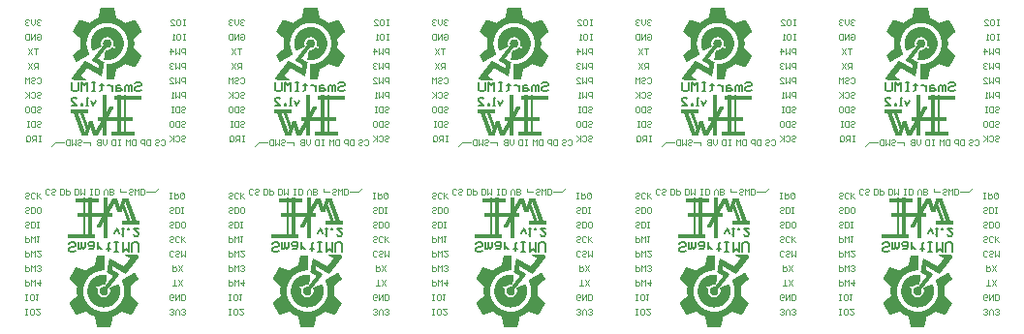
<source format=gbo>
%FSLAX25Y25*%
%MOIN*%
G70*
G01*
G75*
G04 Layer_Color=32896*
%ADD10C,0.00400*%
%ADD11C,0.03000*%
%ADD12R,0.03600X0.04400*%
%ADD13R,0.02000X0.02400*%
%ADD14R,0.02400X0.02000*%
%ADD15C,0.00787*%
%ADD16R,0.01969X0.00787*%
%ADD17R,0.00787X0.01969*%
%ADD18R,0.04331X0.02362*%
%ADD19R,0.03937X0.03937*%
%ADD20R,0.02756X0.01181*%
%ADD21R,0.01181X0.02756*%
%ADD22C,0.00600*%
%ADD23C,0.00800*%
%ADD24C,0.13780*%
%ADD25P,0.04330X8X202.5*%
%ADD26P,0.04330X8X292.5*%
%ADD27C,0.02000*%
%ADD28R,0.07400X0.07400*%
%ADD29R,0.22000X0.22000*%
%ADD30R,0.00450X0.02200*%
%ADD31R,0.02200X0.00450*%
%ADD32R,0.04000X0.00800*%
%ADD33R,0.00450X0.01400*%
%ADD34R,0.00450X0.01400*%
%ADD35R,0.01400X0.00450*%
%ADD36R,0.01400X0.00450*%
%ADD37C,0.04000*%
%ADD38R,0.02362X0.09055*%
%ADD39R,0.09055X0.02362*%
%ADD40R,0.03150X0.23228*%
%ADD41R,0.23228X0.03150*%
%ADD42R,0.03900X0.04700*%
%ADD43R,0.02300X0.02700*%
%ADD44R,0.02700X0.02300*%
%ADD45R,0.02169X0.00987*%
%ADD46R,0.00987X0.02169*%
%ADD47R,0.04631X0.02662*%
%ADD48R,0.04237X0.04237*%
%ADD49R,0.02956X0.01381*%
%ADD50R,0.01381X0.02956*%
%ADD51C,0.14079*%
%ADD52C,0.00025*%
%ADD53C,0.00650*%
%ADD54C,0.00500*%
%ADD55R,0.01800X0.01402*%
%ADD56R,0.01400X0.01402*%
%ADD57R,0.01539X0.01261*%
G04:AMPARAMS|DCode=58|XSize=87.74mil|YSize=14mil|CornerRadius=0mil|HoleSize=0mil|Usage=FLASHONLY|Rotation=290.000|XOffset=0mil|YOffset=0mil|HoleType=Round|Shape=Rectangle|*
%AMROTATEDRECTD58*
4,1,4,-0.02158,0.03883,-0.00843,0.04362,0.02158,-0.03883,0.00843,-0.04362,-0.02158,0.03883,0.0*
%
%ADD58ROTATEDRECTD58*%

G04:AMPARAMS|DCode=59|XSize=47.59mil|YSize=12.42mil|CornerRadius=0mil|HoleSize=0mil|Usage=FLASHONLY|Rotation=250.000|XOffset=0mil|YOffset=0mil|HoleType=Round|Shape=Rectangle|*
%AMROTATEDRECTD59*
4,1,4,0.00230,0.02448,0.01397,0.02023,-0.00230,-0.02448,-0.01397,-0.02023,0.00230,0.02448,0.0*
%
%ADD59ROTATEDRECTD59*%

%ADD60R,0.06400X0.01400*%
%ADD61R,0.01400X0.13900*%
%ADD62R,0.09400X0.01400*%
%ADD63R,0.07900X0.01400*%
%ADD64R,0.12400X0.01400*%
G04:AMPARAMS|DCode=65|XSize=108mil|YSize=14mil|CornerRadius=0mil|HoleSize=0mil|Usage=FLASHONLY|Rotation=240.000|XOffset=0mil|YOffset=0mil|HoleType=Round|Shape=Rectangle|*
%AMROTATEDRECTD65*
4,1,4,0.02094,0.05027,0.03306,0.04327,-0.02094,-0.05027,-0.03306,-0.04327,0.02094,0.05027,0.0*
%
%ADD65ROTATEDRECTD65*%

G04:AMPARAMS|DCode=66|XSize=47.24mil|YSize=14mil|CornerRadius=0mil|HoleSize=0mil|Usage=FLASHONLY|Rotation=290.000|XOffset=0mil|YOffset=0mil|HoleType=Round|Shape=Rectangle|*
%AMROTATEDRECTD66*
4,1,4,-0.01466,0.01980,-0.00150,0.02459,0.01466,-0.01980,0.00150,-0.02459,-0.01466,0.01980,0.0*
%
%ADD66ROTATEDRECTD66*%

%ADD67R,0.01000X0.13900*%
G04:AMPARAMS|DCode=68|XSize=10mil|YSize=64.85mil|CornerRadius=0mil|HoleSize=0mil|Usage=FLASHONLY|Rotation=200.000|XOffset=0mil|YOffset=0mil|HoleType=Round|Shape=Rectangle|*
%AMROTATEDRECTD68*
4,1,4,-0.00639,0.03218,0.01579,-0.02876,0.00639,-0.03218,-0.01579,0.02876,-0.00639,0.03218,0.0*
%
%ADD68ROTATEDRECTD68*%

%ADD69R,0.01400X0.13900*%
%ADD70R,0.01212X0.00700*%
G04:AMPARAMS|DCode=71|XSize=0mil|YSize=14mil|CornerRadius=0mil|HoleSize=0mil|Usage=FLASHONLY|Rotation=60.000|XOffset=0mil|YOffset=0mil|HoleType=Round|Shape=Rectangle|*
%AMROTATEDRECTD71*
4,1,4,0.00606,-0.00350,-0.00606,0.00350,-0.00606,0.00350,0.00606,-0.00350,0.00606,-0.00350,0.0*
%
%ADD71ROTATEDRECTD71*%

D10*
X37975Y93426D02*
X40875D01*
X47675D02*
X49975D01*
X36625Y92076D02*
X37975Y93426D01*
X49975Y92426D02*
Y93426D01*
X82475Y135925D02*
X81808D01*
X82142D01*
Y133926D01*
X82475D01*
X81808D01*
X79809Y135925D02*
X80475D01*
X80809Y135592D01*
Y134259D01*
X80475Y133926D01*
X79809D01*
X79476Y134259D01*
Y135592D01*
X79809Y135925D01*
X77476Y133926D02*
X78809D01*
X77476Y135258D01*
Y135592D01*
X77810Y135925D01*
X78476D01*
X78809Y135592D01*
X82475Y130925D02*
X81808D01*
X82142D01*
Y128926D01*
X82475D01*
X81808D01*
X79809Y130925D02*
X80475D01*
X80809Y130592D01*
Y129259D01*
X80475Y128926D01*
X79809D01*
X79476Y129259D01*
Y130592D01*
X79809Y130925D01*
X78809Y128926D02*
X78143D01*
X78476D01*
Y130925D01*
X78809Y130592D01*
X82475Y123925D02*
Y125925D01*
X81475D01*
X81142Y125592D01*
Y124925D01*
X81475Y124592D01*
X82475D01*
X80475Y125925D02*
Y123925D01*
X79809Y124592D01*
X79143Y123925D01*
Y125925D01*
X77476Y123925D02*
Y125925D01*
X78476Y124925D01*
X77143D01*
X82475Y118925D02*
Y120925D01*
X81475D01*
X81142Y120592D01*
Y119925D01*
X81475Y119592D01*
X82475D01*
X80475Y120925D02*
Y118925D01*
X79809Y119592D01*
X79143Y118925D01*
Y120925D01*
X78476Y120592D02*
X78143Y120925D01*
X77476D01*
X77143Y120592D01*
Y120258D01*
X77476Y119925D01*
X77810D01*
X77476D01*
X77143Y119592D01*
Y119259D01*
X77476Y118925D01*
X78143D01*
X78476Y119259D01*
X82475Y113926D02*
Y115925D01*
X81475D01*
X81142Y115592D01*
Y114925D01*
X81475Y114592D01*
X82475D01*
X80475Y115925D02*
Y113926D01*
X79809Y114592D01*
X79143Y113926D01*
Y115925D01*
X77143Y113926D02*
X78476D01*
X77143Y115259D01*
Y115592D01*
X77477Y115925D01*
X78143D01*
X78476Y115592D01*
X82475Y108926D02*
Y110925D01*
X81475D01*
X81142Y110592D01*
Y109925D01*
X81475Y109592D01*
X82475D01*
X80475Y110925D02*
Y108926D01*
X79809Y109592D01*
X79143Y108926D01*
Y110925D01*
X78476Y108926D02*
X77810D01*
X78143D01*
Y110925D01*
X78476Y110592D01*
X81142Y105592D02*
X81475Y105925D01*
X82142D01*
X82475Y105592D01*
Y105259D01*
X82142Y104925D01*
X81475D01*
X81142Y104592D01*
Y104259D01*
X81475Y103926D01*
X82142D01*
X82475Y104259D01*
X80475Y105925D02*
Y103926D01*
X79476D01*
X79143Y104259D01*
Y105592D01*
X79476Y105925D01*
X80475D01*
X78476D02*
X77810D01*
X78143D01*
Y103926D01*
X78476D01*
X77810D01*
X81142Y100592D02*
X81475Y100925D01*
X82142D01*
X82475Y100592D01*
Y100259D01*
X82142Y99925D01*
X81475D01*
X81142Y99592D01*
Y99259D01*
X81475Y98926D01*
X82142D01*
X82475Y99259D01*
X80475Y100925D02*
Y98926D01*
X79476D01*
X79143Y99259D01*
Y100592D01*
X79476Y100925D01*
X80475D01*
X77477D02*
X78143D01*
X78476Y100592D01*
Y99259D01*
X78143Y98926D01*
X77477D01*
X77143Y99259D01*
Y100592D01*
X77477Y100925D01*
X81142Y95592D02*
X81475Y95925D01*
X82142D01*
X82475Y95592D01*
Y95258D01*
X82142Y94925D01*
X81475D01*
X81142Y94592D01*
Y94259D01*
X81475Y93926D01*
X82142D01*
X82475Y94259D01*
X79143Y95592D02*
X79476Y95925D01*
X80142D01*
X80475Y95592D01*
Y94259D01*
X80142Y93926D01*
X79476D01*
X79143Y94259D01*
X78476Y95925D02*
Y93926D01*
Y94592D01*
X77143Y95925D01*
X78143Y94925D01*
X77143Y93926D01*
X45642Y94092D02*
X45975Y94425D01*
X46642D01*
X46975Y94092D01*
Y93758D01*
X46642Y93425D01*
X45975D01*
X45642Y93092D01*
Y92759D01*
X45975Y92426D01*
X46642D01*
X46975Y92759D01*
X44976Y94425D02*
Y92426D01*
X44309Y93092D01*
X43643Y92426D01*
Y94425D01*
X42976D02*
Y92426D01*
X41976D01*
X41643Y92759D01*
Y94092D01*
X41976Y94425D01*
X42976D01*
X55375D02*
Y93092D01*
X54708Y92426D01*
X54042Y93092D01*
Y94425D01*
X53376D02*
Y92426D01*
X52376D01*
X52043Y92759D01*
Y93092D01*
X52376Y93425D01*
X53376D01*
X52376D01*
X52043Y93758D01*
Y94092D01*
X52376Y94425D01*
X53376D01*
X60275D02*
X59608D01*
X59942D01*
Y92426D01*
X60275D01*
X59608D01*
X58609Y94425D02*
Y92426D01*
X57609D01*
X57276Y92759D01*
Y94092D01*
X57609Y94425D01*
X58609D01*
X65475D02*
Y92426D01*
X64475D01*
X64142Y92759D01*
Y94092D01*
X64475Y94425D01*
X65475D01*
X63476Y92426D02*
Y94425D01*
X62809Y93758D01*
X62143Y94425D01*
Y92426D01*
X70475Y94425D02*
Y92426D01*
X69475D01*
X69142Y92759D01*
Y94092D01*
X69475Y94425D01*
X70475D01*
X68476Y92426D02*
Y94425D01*
X67476D01*
X67143Y94092D01*
Y93425D01*
X67476Y93092D01*
X68476D01*
X74142Y94092D02*
X74475Y94425D01*
X75142D01*
X75475Y94092D01*
Y92759D01*
X75142Y92426D01*
X74475D01*
X74142Y92759D01*
X72143Y94092D02*
X72476Y94425D01*
X73142D01*
X73475Y94092D01*
Y93758D01*
X73142Y93425D01*
X72476D01*
X72143Y93092D01*
Y92759D01*
X72476Y92426D01*
X73142D01*
X73475Y92759D01*
X32775Y95925D02*
X32108D01*
X32442D01*
Y93925D01*
X32775D01*
X32108D01*
X31109D02*
Y95925D01*
X30109D01*
X29776Y95592D01*
Y94925D01*
X30109Y94592D01*
X31109D01*
X30442D02*
X29776Y93925D01*
X27777Y94259D02*
Y95592D01*
X28110Y95925D01*
X28776D01*
X29109Y95592D01*
Y94259D01*
X28776Y93925D01*
X28110D01*
X28443Y94592D02*
X27777Y93925D01*
X28110D02*
X27777Y94259D01*
X31442Y100592D02*
X31775Y100925D01*
X32442D01*
X32775Y100592D01*
Y100259D01*
X32442Y99925D01*
X31775D01*
X31442Y99592D01*
Y99259D01*
X31775Y98926D01*
X32442D01*
X32775Y99259D01*
X30775Y100925D02*
Y98926D01*
X29776D01*
X29443Y99259D01*
Y100592D01*
X29776Y100925D01*
X30775D01*
X28776D02*
X28110D01*
X28443D01*
Y98926D01*
X28776D01*
X28110D01*
X31442Y105592D02*
X31775Y105925D01*
X32442D01*
X32775Y105592D01*
Y105258D01*
X32442Y104925D01*
X31775D01*
X31442Y104592D01*
Y104259D01*
X31775Y103926D01*
X32442D01*
X32775Y104259D01*
X30775Y105925D02*
Y103926D01*
X29776D01*
X29443Y104259D01*
Y105592D01*
X29776Y105925D01*
X30775D01*
X27777D02*
X28443D01*
X28776Y105592D01*
Y104259D01*
X28443Y103926D01*
X27777D01*
X27443Y104259D01*
Y105592D01*
X27777Y105925D01*
X31442Y110592D02*
X31775Y110925D01*
X32442D01*
X32775Y110592D01*
Y110258D01*
X32442Y109925D01*
X31775D01*
X31442Y109592D01*
Y109259D01*
X31775Y108925D01*
X32442D01*
X32775Y109259D01*
X29443Y110592D02*
X29776Y110925D01*
X30442D01*
X30775Y110592D01*
Y109259D01*
X30442Y108925D01*
X29776D01*
X29443Y109259D01*
X28776Y110925D02*
Y108925D01*
Y109592D01*
X27443Y110925D01*
X28443Y109925D01*
X27443Y108925D01*
X31442Y115592D02*
X31775Y115925D01*
X32442D01*
X32775Y115592D01*
Y114259D01*
X32442Y113926D01*
X31775D01*
X31442Y114259D01*
X29443Y115592D02*
X29776Y115925D01*
X30442D01*
X30775Y115592D01*
Y115258D01*
X30442Y114925D01*
X29776D01*
X29443Y114592D01*
Y114259D01*
X29776Y113926D01*
X30442D01*
X30775Y114259D01*
X28776Y113926D02*
Y115925D01*
X28110Y115258D01*
X27443Y115925D01*
Y113926D01*
X31775Y118925D02*
Y120925D01*
X30775D01*
X30442Y120592D01*
Y119925D01*
X30775Y119592D01*
X31775D01*
X31108D02*
X30442Y118925D01*
X29776Y120925D02*
X28443Y118925D01*
Y120925D02*
X29776Y118925D01*
X31775Y125925D02*
X30442D01*
X31108D01*
Y123925D01*
X29776Y125925D02*
X28443Y123925D01*
Y125925D02*
X29776Y123925D01*
X31442Y130592D02*
X31775Y130925D01*
X32442D01*
X32775Y130592D01*
Y129259D01*
X32442Y128926D01*
X31775D01*
X31442Y129259D01*
Y129925D01*
X32108D01*
X30775Y128926D02*
Y130925D01*
X29443Y128926D01*
Y130925D01*
X28776D02*
Y128926D01*
X27777D01*
X27443Y129259D01*
Y130592D01*
X27777Y130925D01*
X28776D01*
X32775Y135592D02*
X32442Y135925D01*
X31775D01*
X31442Y135592D01*
Y135258D01*
X31775Y134925D01*
X32108D01*
X31775D01*
X31442Y134592D01*
Y134259D01*
X31775Y133925D01*
X32442D01*
X32775Y134259D01*
X30775Y135925D02*
Y134592D01*
X30109Y133925D01*
X29443Y134592D01*
Y135925D01*
X28776Y135592D02*
X28443Y135925D01*
X27777D01*
X27443Y135592D01*
Y135258D01*
X27777Y134925D01*
X28110D01*
X27777D01*
X27443Y134592D01*
Y134259D01*
X27777Y133925D01*
X28443D01*
X28776Y134259D01*
X107975Y93426D02*
X110875D01*
X117675D02*
X119975D01*
X106625Y92076D02*
X107975Y93426D01*
X119975Y92426D02*
Y93426D01*
X152475Y135925D02*
X151808D01*
X152142D01*
Y133926D01*
X152475D01*
X151808D01*
X149809Y135925D02*
X150476D01*
X150809Y135592D01*
Y134259D01*
X150476Y133926D01*
X149809D01*
X149476Y134259D01*
Y135592D01*
X149809Y135925D01*
X147476Y133926D02*
X148809D01*
X147476Y135258D01*
Y135592D01*
X147810Y135925D01*
X148476D01*
X148809Y135592D01*
X152475Y130925D02*
X151808D01*
X152142D01*
Y128926D01*
X152475D01*
X151808D01*
X149809Y130925D02*
X150476D01*
X150809Y130592D01*
Y129259D01*
X150476Y128926D01*
X149809D01*
X149476Y129259D01*
Y130592D01*
X149809Y130925D01*
X148809Y128926D02*
X148143D01*
X148476D01*
Y130925D01*
X148809Y130592D01*
X152475Y123925D02*
Y125925D01*
X151475D01*
X151142Y125592D01*
Y124925D01*
X151475Y124592D01*
X152475D01*
X150476Y125925D02*
Y123925D01*
X149809Y124592D01*
X149143Y123925D01*
Y125925D01*
X147476Y123925D02*
Y125925D01*
X148476Y124925D01*
X147143D01*
X152475Y118925D02*
Y120925D01*
X151475D01*
X151142Y120592D01*
Y119925D01*
X151475Y119592D01*
X152475D01*
X150476Y120925D02*
Y118925D01*
X149809Y119592D01*
X149143Y118925D01*
Y120925D01*
X148476Y120592D02*
X148143Y120925D01*
X147476D01*
X147143Y120592D01*
Y120258D01*
X147476Y119925D01*
X147810D01*
X147476D01*
X147143Y119592D01*
Y119259D01*
X147476Y118925D01*
X148143D01*
X148476Y119259D01*
X152475Y113926D02*
Y115925D01*
X151475D01*
X151142Y115592D01*
Y114925D01*
X151475Y114592D01*
X152475D01*
X150476Y115925D02*
Y113926D01*
X149809Y114592D01*
X149143Y113926D01*
Y115925D01*
X147143Y113926D02*
X148476D01*
X147143Y115259D01*
Y115592D01*
X147476Y115925D01*
X148143D01*
X148476Y115592D01*
X152475Y108926D02*
Y110925D01*
X151475D01*
X151142Y110592D01*
Y109925D01*
X151475Y109592D01*
X152475D01*
X150476Y110925D02*
Y108926D01*
X149809Y109592D01*
X149143Y108926D01*
Y110925D01*
X148476Y108926D02*
X147810D01*
X148143D01*
Y110925D01*
X148476Y110592D01*
X151142Y105592D02*
X151475Y105925D01*
X152142D01*
X152475Y105592D01*
Y105259D01*
X152142Y104925D01*
X151475D01*
X151142Y104592D01*
Y104259D01*
X151475Y103926D01*
X152142D01*
X152475Y104259D01*
X150476Y105925D02*
Y103926D01*
X149476D01*
X149143Y104259D01*
Y105592D01*
X149476Y105925D01*
X150476D01*
X148476D02*
X147810D01*
X148143D01*
Y103926D01*
X148476D01*
X147810D01*
X151142Y100592D02*
X151475Y100925D01*
X152142D01*
X152475Y100592D01*
Y100259D01*
X152142Y99925D01*
X151475D01*
X151142Y99592D01*
Y99259D01*
X151475Y98926D01*
X152142D01*
X152475Y99259D01*
X150476Y100925D02*
Y98926D01*
X149476D01*
X149143Y99259D01*
Y100592D01*
X149476Y100925D01*
X150476D01*
X147476D02*
X148143D01*
X148476Y100592D01*
Y99259D01*
X148143Y98926D01*
X147476D01*
X147143Y99259D01*
Y100592D01*
X147476Y100925D01*
X151142Y95592D02*
X151475Y95925D01*
X152142D01*
X152475Y95592D01*
Y95258D01*
X152142Y94925D01*
X151475D01*
X151142Y94592D01*
Y94259D01*
X151475Y93926D01*
X152142D01*
X152475Y94259D01*
X149143Y95592D02*
X149476Y95925D01*
X150142D01*
X150476Y95592D01*
Y94259D01*
X150142Y93926D01*
X149476D01*
X149143Y94259D01*
X148476Y95925D02*
Y93926D01*
Y94592D01*
X147143Y95925D01*
X148143Y94925D01*
X147143Y93926D01*
X115642Y94092D02*
X115975Y94425D01*
X116642D01*
X116975Y94092D01*
Y93758D01*
X116642Y93425D01*
X115975D01*
X115642Y93092D01*
Y92759D01*
X115975Y92426D01*
X116642D01*
X116975Y92759D01*
X114976Y94425D02*
Y92426D01*
X114309Y93092D01*
X113643Y92426D01*
Y94425D01*
X112976D02*
Y92426D01*
X111977D01*
X111643Y92759D01*
Y94092D01*
X111977Y94425D01*
X112976D01*
X125375D02*
Y93092D01*
X124708Y92426D01*
X124042Y93092D01*
Y94425D01*
X123375D02*
Y92426D01*
X122376D01*
X122043Y92759D01*
Y93092D01*
X122376Y93425D01*
X123375D01*
X122376D01*
X122043Y93758D01*
Y94092D01*
X122376Y94425D01*
X123375D01*
X130275D02*
X129608D01*
X129942D01*
Y92426D01*
X130275D01*
X129608D01*
X128609Y94425D02*
Y92426D01*
X127609D01*
X127276Y92759D01*
Y94092D01*
X127609Y94425D01*
X128609D01*
X135475D02*
Y92426D01*
X134475D01*
X134142Y92759D01*
Y94092D01*
X134475Y94425D01*
X135475D01*
X133475Y92426D02*
Y94425D01*
X132809Y93758D01*
X132143Y94425D01*
Y92426D01*
X140475Y94425D02*
Y92426D01*
X139475D01*
X139142Y92759D01*
Y94092D01*
X139475Y94425D01*
X140475D01*
X138476Y92426D02*
Y94425D01*
X137476D01*
X137143Y94092D01*
Y93425D01*
X137476Y93092D01*
X138476D01*
X144142Y94092D02*
X144475Y94425D01*
X145142D01*
X145475Y94092D01*
Y92759D01*
X145142Y92426D01*
X144475D01*
X144142Y92759D01*
X142143Y94092D02*
X142476Y94425D01*
X143142D01*
X143475Y94092D01*
Y93758D01*
X143142Y93425D01*
X142476D01*
X142143Y93092D01*
Y92759D01*
X142476Y92426D01*
X143142D01*
X143475Y92759D01*
X102775Y95925D02*
X102108D01*
X102442D01*
Y93925D01*
X102775D01*
X102108D01*
X101109D02*
Y95925D01*
X100109D01*
X99776Y95592D01*
Y94925D01*
X100109Y94592D01*
X101109D01*
X100442D02*
X99776Y93925D01*
X97777Y94259D02*
Y95592D01*
X98110Y95925D01*
X98776D01*
X99109Y95592D01*
Y94259D01*
X98776Y93925D01*
X98110D01*
X98443Y94592D02*
X97777Y93925D01*
X98110D02*
X97777Y94259D01*
X101442Y100592D02*
X101775Y100925D01*
X102442D01*
X102775Y100592D01*
Y100259D01*
X102442Y99925D01*
X101775D01*
X101442Y99592D01*
Y99259D01*
X101775Y98926D01*
X102442D01*
X102775Y99259D01*
X100776Y100925D02*
Y98926D01*
X99776D01*
X99443Y99259D01*
Y100592D01*
X99776Y100925D01*
X100776D01*
X98776D02*
X98110D01*
X98443D01*
Y98926D01*
X98776D01*
X98110D01*
X101442Y105592D02*
X101775Y105925D01*
X102442D01*
X102775Y105592D01*
Y105258D01*
X102442Y104925D01*
X101775D01*
X101442Y104592D01*
Y104259D01*
X101775Y103926D01*
X102442D01*
X102775Y104259D01*
X100776Y105925D02*
Y103926D01*
X99776D01*
X99443Y104259D01*
Y105592D01*
X99776Y105925D01*
X100776D01*
X97777D02*
X98443D01*
X98776Y105592D01*
Y104259D01*
X98443Y103926D01*
X97777D01*
X97443Y104259D01*
Y105592D01*
X97777Y105925D01*
X101442Y110592D02*
X101775Y110925D01*
X102442D01*
X102775Y110592D01*
Y110258D01*
X102442Y109925D01*
X101775D01*
X101442Y109592D01*
Y109259D01*
X101775Y108925D01*
X102442D01*
X102775Y109259D01*
X99443Y110592D02*
X99776Y110925D01*
X100442D01*
X100776Y110592D01*
Y109259D01*
X100442Y108925D01*
X99776D01*
X99443Y109259D01*
X98776Y110925D02*
Y108925D01*
Y109592D01*
X97443Y110925D01*
X98443Y109925D01*
X97443Y108925D01*
X101442Y115592D02*
X101775Y115925D01*
X102442D01*
X102775Y115592D01*
Y114259D01*
X102442Y113926D01*
X101775D01*
X101442Y114259D01*
X99443Y115592D02*
X99776Y115925D01*
X100442D01*
X100776Y115592D01*
Y115258D01*
X100442Y114925D01*
X99776D01*
X99443Y114592D01*
Y114259D01*
X99776Y113926D01*
X100442D01*
X100776Y114259D01*
X98776Y113926D02*
Y115925D01*
X98110Y115258D01*
X97443Y115925D01*
Y113926D01*
X101775Y118925D02*
Y120925D01*
X100775D01*
X100442Y120592D01*
Y119925D01*
X100775Y119592D01*
X101775D01*
X101108D02*
X100442Y118925D01*
X99775Y120925D02*
X98443Y118925D01*
Y120925D02*
X99775Y118925D01*
X101775Y125925D02*
X100442D01*
X101108D01*
Y123925D01*
X99775Y125925D02*
X98443Y123925D01*
Y125925D02*
X99775Y123925D01*
X101442Y130592D02*
X101775Y130925D01*
X102442D01*
X102775Y130592D01*
Y129259D01*
X102442Y128926D01*
X101775D01*
X101442Y129259D01*
Y129925D01*
X102108D01*
X100776Y128926D02*
Y130925D01*
X99443Y128926D01*
Y130925D01*
X98776D02*
Y128926D01*
X97777D01*
X97443Y129259D01*
Y130592D01*
X97777Y130925D01*
X98776D01*
X102775Y135592D02*
X102442Y135925D01*
X101775D01*
X101442Y135592D01*
Y135258D01*
X101775Y134925D01*
X102108D01*
X101775D01*
X101442Y134592D01*
Y134259D01*
X101775Y133925D01*
X102442D01*
X102775Y134259D01*
X100776Y135925D02*
Y134592D01*
X100109Y133925D01*
X99443Y134592D01*
Y135925D01*
X98776Y135592D02*
X98443Y135925D01*
X97777D01*
X97443Y135592D01*
Y135258D01*
X97777Y134925D01*
X98110D01*
X97777D01*
X97443Y134592D01*
Y134259D01*
X97777Y133925D01*
X98443D01*
X98776Y134259D01*
X177975Y93426D02*
X180875D01*
X187675D02*
X189975D01*
X176625Y92076D02*
X177975Y93426D01*
X189975Y92426D02*
Y93426D01*
X222475Y135925D02*
X221808D01*
X222142D01*
Y133926D01*
X222475D01*
X221808D01*
X219809Y135925D02*
X220476D01*
X220809Y135592D01*
Y134259D01*
X220476Y133926D01*
X219809D01*
X219476Y134259D01*
Y135592D01*
X219809Y135925D01*
X217477Y133926D02*
X218809D01*
X217477Y135258D01*
Y135592D01*
X217810Y135925D01*
X218476D01*
X218809Y135592D01*
X222475Y130925D02*
X221808D01*
X222142D01*
Y128926D01*
X222475D01*
X221808D01*
X219809Y130925D02*
X220476D01*
X220809Y130592D01*
Y129259D01*
X220476Y128926D01*
X219809D01*
X219476Y129259D01*
Y130592D01*
X219809Y130925D01*
X218809Y128926D02*
X218143D01*
X218476D01*
Y130925D01*
X218809Y130592D01*
X222475Y123925D02*
Y125925D01*
X221475D01*
X221142Y125592D01*
Y124925D01*
X221475Y124592D01*
X222475D01*
X220476Y125925D02*
Y123925D01*
X219809Y124592D01*
X219143Y123925D01*
Y125925D01*
X217476Y123925D02*
Y125925D01*
X218476Y124925D01*
X217143D01*
X222475Y118925D02*
Y120925D01*
X221475D01*
X221142Y120592D01*
Y119925D01*
X221475Y119592D01*
X222475D01*
X220476Y120925D02*
Y118925D01*
X219809Y119592D01*
X219143Y118925D01*
Y120925D01*
X218476Y120592D02*
X218143Y120925D01*
X217476D01*
X217143Y120592D01*
Y120258D01*
X217476Y119925D01*
X217810D01*
X217476D01*
X217143Y119592D01*
Y119259D01*
X217476Y118925D01*
X218143D01*
X218476Y119259D01*
X222475Y113926D02*
Y115925D01*
X221475D01*
X221142Y115592D01*
Y114925D01*
X221475Y114592D01*
X222475D01*
X220476Y115925D02*
Y113926D01*
X219809Y114592D01*
X219143Y113926D01*
Y115925D01*
X217143Y113926D02*
X218476D01*
X217143Y115259D01*
Y115592D01*
X217477Y115925D01*
X218143D01*
X218476Y115592D01*
X222475Y108926D02*
Y110925D01*
X221475D01*
X221142Y110592D01*
Y109925D01*
X221475Y109592D01*
X222475D01*
X220476Y110925D02*
Y108926D01*
X219809Y109592D01*
X219143Y108926D01*
Y110925D01*
X218476Y108926D02*
X217810D01*
X218143D01*
Y110925D01*
X218476Y110592D01*
X221142Y105592D02*
X221475Y105925D01*
X222142D01*
X222475Y105592D01*
Y105259D01*
X222142Y104925D01*
X221475D01*
X221142Y104592D01*
Y104259D01*
X221475Y103926D01*
X222142D01*
X222475Y104259D01*
X220476Y105925D02*
Y103926D01*
X219476D01*
X219143Y104259D01*
Y105592D01*
X219476Y105925D01*
X220476D01*
X218476D02*
X217810D01*
X218143D01*
Y103926D01*
X218476D01*
X217810D01*
X221142Y100592D02*
X221475Y100925D01*
X222142D01*
X222475Y100592D01*
Y100259D01*
X222142Y99925D01*
X221475D01*
X221142Y99592D01*
Y99259D01*
X221475Y98926D01*
X222142D01*
X222475Y99259D01*
X220476Y100925D02*
Y98926D01*
X219476D01*
X219143Y99259D01*
Y100592D01*
X219476Y100925D01*
X220476D01*
X217477D02*
X218143D01*
X218476Y100592D01*
Y99259D01*
X218143Y98926D01*
X217477D01*
X217143Y99259D01*
Y100592D01*
X217477Y100925D01*
X221142Y95592D02*
X221475Y95925D01*
X222142D01*
X222475Y95592D01*
Y95258D01*
X222142Y94925D01*
X221475D01*
X221142Y94592D01*
Y94259D01*
X221475Y93926D01*
X222142D01*
X222475Y94259D01*
X219143Y95592D02*
X219476Y95925D01*
X220142D01*
X220476Y95592D01*
Y94259D01*
X220142Y93926D01*
X219476D01*
X219143Y94259D01*
X218476Y95925D02*
Y93926D01*
Y94592D01*
X217143Y95925D01*
X218143Y94925D01*
X217143Y93926D01*
X185642Y94092D02*
X185975Y94425D01*
X186642D01*
X186975Y94092D01*
Y93758D01*
X186642Y93425D01*
X185975D01*
X185642Y93092D01*
Y92759D01*
X185975Y92426D01*
X186642D01*
X186975Y92759D01*
X184976Y94425D02*
Y92426D01*
X184309Y93092D01*
X183643Y92426D01*
Y94425D01*
X182976D02*
Y92426D01*
X181976D01*
X181643Y92759D01*
Y94092D01*
X181976Y94425D01*
X182976D01*
X195375D02*
Y93092D01*
X194708Y92426D01*
X194042Y93092D01*
Y94425D01*
X193376D02*
Y92426D01*
X192376D01*
X192043Y92759D01*
Y93092D01*
X192376Y93425D01*
X193376D01*
X192376D01*
X192043Y93758D01*
Y94092D01*
X192376Y94425D01*
X193376D01*
X200275D02*
X199608D01*
X199942D01*
Y92426D01*
X200275D01*
X199608D01*
X198609Y94425D02*
Y92426D01*
X197609D01*
X197276Y92759D01*
Y94092D01*
X197609Y94425D01*
X198609D01*
X205475D02*
Y92426D01*
X204475D01*
X204142Y92759D01*
Y94092D01*
X204475Y94425D01*
X205475D01*
X203475Y92426D02*
Y94425D01*
X202809Y93758D01*
X202143Y94425D01*
Y92426D01*
X210475Y94425D02*
Y92426D01*
X209475D01*
X209142Y92759D01*
Y94092D01*
X209475Y94425D01*
X210475D01*
X208475Y92426D02*
Y94425D01*
X207476D01*
X207143Y94092D01*
Y93425D01*
X207476Y93092D01*
X208475D01*
X214142Y94092D02*
X214475Y94425D01*
X215142D01*
X215475Y94092D01*
Y92759D01*
X215142Y92426D01*
X214475D01*
X214142Y92759D01*
X212143Y94092D02*
X212476Y94425D01*
X213142D01*
X213475Y94092D01*
Y93758D01*
X213142Y93425D01*
X212476D01*
X212143Y93092D01*
Y92759D01*
X212476Y92426D01*
X213142D01*
X213475Y92759D01*
X172775Y95925D02*
X172108D01*
X172442D01*
Y93925D01*
X172775D01*
X172108D01*
X171109D02*
Y95925D01*
X170109D01*
X169776Y95592D01*
Y94925D01*
X170109Y94592D01*
X171109D01*
X170442D02*
X169776Y93925D01*
X167777Y94259D02*
Y95592D01*
X168110Y95925D01*
X168776D01*
X169109Y95592D01*
Y94259D01*
X168776Y93925D01*
X168110D01*
X168443Y94592D02*
X167777Y93925D01*
X168110D02*
X167777Y94259D01*
X171442Y100592D02*
X171775Y100925D01*
X172442D01*
X172775Y100592D01*
Y100259D01*
X172442Y99925D01*
X171775D01*
X171442Y99592D01*
Y99259D01*
X171775Y98926D01*
X172442D01*
X172775Y99259D01*
X170775Y100925D02*
Y98926D01*
X169776D01*
X169443Y99259D01*
Y100592D01*
X169776Y100925D01*
X170775D01*
X168776D02*
X168110D01*
X168443D01*
Y98926D01*
X168776D01*
X168110D01*
X171442Y105592D02*
X171775Y105925D01*
X172442D01*
X172775Y105592D01*
Y105258D01*
X172442Y104925D01*
X171775D01*
X171442Y104592D01*
Y104259D01*
X171775Y103926D01*
X172442D01*
X172775Y104259D01*
X170775Y105925D02*
Y103926D01*
X169776D01*
X169443Y104259D01*
Y105592D01*
X169776Y105925D01*
X170775D01*
X167777D02*
X168443D01*
X168776Y105592D01*
Y104259D01*
X168443Y103926D01*
X167777D01*
X167443Y104259D01*
Y105592D01*
X167777Y105925D01*
X171442Y110592D02*
X171775Y110925D01*
X172442D01*
X172775Y110592D01*
Y110258D01*
X172442Y109925D01*
X171775D01*
X171442Y109592D01*
Y109259D01*
X171775Y108925D01*
X172442D01*
X172775Y109259D01*
X169443Y110592D02*
X169776Y110925D01*
X170442D01*
X170775Y110592D01*
Y109259D01*
X170442Y108925D01*
X169776D01*
X169443Y109259D01*
X168776Y110925D02*
Y108925D01*
Y109592D01*
X167443Y110925D01*
X168443Y109925D01*
X167443Y108925D01*
X171442Y115592D02*
X171775Y115925D01*
X172442D01*
X172775Y115592D01*
Y114259D01*
X172442Y113926D01*
X171775D01*
X171442Y114259D01*
X169443Y115592D02*
X169776Y115925D01*
X170442D01*
X170775Y115592D01*
Y115258D01*
X170442Y114925D01*
X169776D01*
X169443Y114592D01*
Y114259D01*
X169776Y113926D01*
X170442D01*
X170775Y114259D01*
X168776Y113926D02*
Y115925D01*
X168110Y115258D01*
X167443Y115925D01*
Y113926D01*
X171775Y118925D02*
Y120925D01*
X170775D01*
X170442Y120592D01*
Y119925D01*
X170775Y119592D01*
X171775D01*
X171108D02*
X170442Y118925D01*
X169775Y120925D02*
X168443Y118925D01*
Y120925D02*
X169775Y118925D01*
X171775Y125925D02*
X170442D01*
X171108D01*
Y123925D01*
X169775Y125925D02*
X168443Y123925D01*
Y125925D02*
X169775Y123925D01*
X171442Y130592D02*
X171775Y130925D01*
X172442D01*
X172775Y130592D01*
Y129259D01*
X172442Y128926D01*
X171775D01*
X171442Y129259D01*
Y129925D01*
X172108D01*
X170775Y128926D02*
Y130925D01*
X169443Y128926D01*
Y130925D01*
X168776D02*
Y128926D01*
X167777D01*
X167443Y129259D01*
Y130592D01*
X167777Y130925D01*
X168776D01*
X172775Y135592D02*
X172442Y135925D01*
X171775D01*
X171442Y135592D01*
Y135258D01*
X171775Y134925D01*
X172108D01*
X171775D01*
X171442Y134592D01*
Y134259D01*
X171775Y133925D01*
X172442D01*
X172775Y134259D01*
X170775Y135925D02*
Y134592D01*
X170109Y133925D01*
X169443Y134592D01*
Y135925D01*
X168776Y135592D02*
X168443Y135925D01*
X167777D01*
X167443Y135592D01*
Y135258D01*
X167777Y134925D01*
X168110D01*
X167777D01*
X167443Y134592D01*
Y134259D01*
X167777Y133925D01*
X168443D01*
X168776Y134259D01*
X247975Y93426D02*
X250875D01*
X257675D02*
X259975D01*
X246625Y92076D02*
X247975Y93426D01*
X259975Y92426D02*
Y93426D01*
X292475Y135925D02*
X291808D01*
X292142D01*
Y133926D01*
X292475D01*
X291808D01*
X289809Y135925D02*
X290476D01*
X290809Y135592D01*
Y134259D01*
X290476Y133926D01*
X289809D01*
X289476Y134259D01*
Y135592D01*
X289809Y135925D01*
X287476Y133926D02*
X288809D01*
X287476Y135258D01*
Y135592D01*
X287810Y135925D01*
X288476D01*
X288809Y135592D01*
X292475Y130925D02*
X291808D01*
X292142D01*
Y128926D01*
X292475D01*
X291808D01*
X289809Y130925D02*
X290476D01*
X290809Y130592D01*
Y129259D01*
X290476Y128926D01*
X289809D01*
X289476Y129259D01*
Y130592D01*
X289809Y130925D01*
X288809Y128926D02*
X288143D01*
X288476D01*
Y130925D01*
X288809Y130592D01*
X292475Y123925D02*
Y125925D01*
X291475D01*
X291142Y125592D01*
Y124925D01*
X291475Y124592D01*
X292475D01*
X290476Y125925D02*
Y123925D01*
X289809Y124592D01*
X289143Y123925D01*
Y125925D01*
X287476Y123925D02*
Y125925D01*
X288476Y124925D01*
X287143D01*
X292475Y118925D02*
Y120925D01*
X291475D01*
X291142Y120592D01*
Y119925D01*
X291475Y119592D01*
X292475D01*
X290476Y120925D02*
Y118925D01*
X289809Y119592D01*
X289143Y118925D01*
Y120925D01*
X288476Y120592D02*
X288143Y120925D01*
X287476D01*
X287143Y120592D01*
Y120258D01*
X287476Y119925D01*
X287810D01*
X287476D01*
X287143Y119592D01*
Y119259D01*
X287476Y118925D01*
X288143D01*
X288476Y119259D01*
X292475Y113926D02*
Y115925D01*
X291475D01*
X291142Y115592D01*
Y114925D01*
X291475Y114592D01*
X292475D01*
X290476Y115925D02*
Y113926D01*
X289809Y114592D01*
X289143Y113926D01*
Y115925D01*
X287143Y113926D02*
X288476D01*
X287143Y115259D01*
Y115592D01*
X287476Y115925D01*
X288143D01*
X288476Y115592D01*
X292475Y108926D02*
Y110925D01*
X291475D01*
X291142Y110592D01*
Y109925D01*
X291475Y109592D01*
X292475D01*
X290476Y110925D02*
Y108926D01*
X289809Y109592D01*
X289143Y108926D01*
Y110925D01*
X288476Y108926D02*
X287810D01*
X288143D01*
Y110925D01*
X288476Y110592D01*
X291142Y105592D02*
X291475Y105925D01*
X292142D01*
X292475Y105592D01*
Y105259D01*
X292142Y104925D01*
X291475D01*
X291142Y104592D01*
Y104259D01*
X291475Y103926D01*
X292142D01*
X292475Y104259D01*
X290476Y105925D02*
Y103926D01*
X289476D01*
X289143Y104259D01*
Y105592D01*
X289476Y105925D01*
X290476D01*
X288476D02*
X287810D01*
X288143D01*
Y103926D01*
X288476D01*
X287810D01*
X291142Y100592D02*
X291475Y100925D01*
X292142D01*
X292475Y100592D01*
Y100259D01*
X292142Y99925D01*
X291475D01*
X291142Y99592D01*
Y99259D01*
X291475Y98926D01*
X292142D01*
X292475Y99259D01*
X290476Y100925D02*
Y98926D01*
X289476D01*
X289143Y99259D01*
Y100592D01*
X289476Y100925D01*
X290476D01*
X287476D02*
X288143D01*
X288476Y100592D01*
Y99259D01*
X288143Y98926D01*
X287476D01*
X287143Y99259D01*
Y100592D01*
X287476Y100925D01*
X291142Y95592D02*
X291475Y95925D01*
X292142D01*
X292475Y95592D01*
Y95258D01*
X292142Y94925D01*
X291475D01*
X291142Y94592D01*
Y94259D01*
X291475Y93926D01*
X292142D01*
X292475Y94259D01*
X289143Y95592D02*
X289476Y95925D01*
X290142D01*
X290476Y95592D01*
Y94259D01*
X290142Y93926D01*
X289476D01*
X289143Y94259D01*
X288476Y95925D02*
Y93926D01*
Y94592D01*
X287143Y95925D01*
X288143Y94925D01*
X287143Y93926D01*
X255642Y94092D02*
X255975Y94425D01*
X256642D01*
X256975Y94092D01*
Y93758D01*
X256642Y93425D01*
X255975D01*
X255642Y93092D01*
Y92759D01*
X255975Y92426D01*
X256642D01*
X256975Y92759D01*
X254976Y94425D02*
Y92426D01*
X254309Y93092D01*
X253643Y92426D01*
Y94425D01*
X252976D02*
Y92426D01*
X251976D01*
X251643Y92759D01*
Y94092D01*
X251976Y94425D01*
X252976D01*
X265375D02*
Y93092D01*
X264708Y92426D01*
X264042Y93092D01*
Y94425D01*
X263375D02*
Y92426D01*
X262376D01*
X262043Y92759D01*
Y93092D01*
X262376Y93425D01*
X263375D01*
X262376D01*
X262043Y93758D01*
Y94092D01*
X262376Y94425D01*
X263375D01*
X270275D02*
X269608D01*
X269942D01*
Y92426D01*
X270275D01*
X269608D01*
X268609Y94425D02*
Y92426D01*
X267609D01*
X267276Y92759D01*
Y94092D01*
X267609Y94425D01*
X268609D01*
X275475D02*
Y92426D01*
X274475D01*
X274142Y92759D01*
Y94092D01*
X274475Y94425D01*
X275475D01*
X273476Y92426D02*
Y94425D01*
X272809Y93758D01*
X272143Y94425D01*
Y92426D01*
X280475Y94425D02*
Y92426D01*
X279475D01*
X279142Y92759D01*
Y94092D01*
X279475Y94425D01*
X280475D01*
X278475Y92426D02*
Y94425D01*
X277476D01*
X277143Y94092D01*
Y93425D01*
X277476Y93092D01*
X278475D01*
X284142Y94092D02*
X284475Y94425D01*
X285142D01*
X285475Y94092D01*
Y92759D01*
X285142Y92426D01*
X284475D01*
X284142Y92759D01*
X282143Y94092D02*
X282476Y94425D01*
X283142D01*
X283475Y94092D01*
Y93758D01*
X283142Y93425D01*
X282476D01*
X282143Y93092D01*
Y92759D01*
X282476Y92426D01*
X283142D01*
X283475Y92759D01*
X242775Y95925D02*
X242108D01*
X242442D01*
Y93925D01*
X242775D01*
X242108D01*
X241109D02*
Y95925D01*
X240109D01*
X239776Y95592D01*
Y94925D01*
X240109Y94592D01*
X241109D01*
X240442D02*
X239776Y93925D01*
X237776Y94259D02*
Y95592D01*
X238110Y95925D01*
X238776D01*
X239109Y95592D01*
Y94259D01*
X238776Y93925D01*
X238110D01*
X238443Y94592D02*
X237776Y93925D01*
X238110D02*
X237776Y94259D01*
X241442Y100592D02*
X241775Y100925D01*
X242442D01*
X242775Y100592D01*
Y100259D01*
X242442Y99925D01*
X241775D01*
X241442Y99592D01*
Y99259D01*
X241775Y98926D01*
X242442D01*
X242775Y99259D01*
X240775Y100925D02*
Y98926D01*
X239776D01*
X239443Y99259D01*
Y100592D01*
X239776Y100925D01*
X240775D01*
X238776D02*
X238110D01*
X238443D01*
Y98926D01*
X238776D01*
X238110D01*
X241442Y105592D02*
X241775Y105925D01*
X242442D01*
X242775Y105592D01*
Y105258D01*
X242442Y104925D01*
X241775D01*
X241442Y104592D01*
Y104259D01*
X241775Y103926D01*
X242442D01*
X242775Y104259D01*
X240775Y105925D02*
Y103926D01*
X239776D01*
X239443Y104259D01*
Y105592D01*
X239776Y105925D01*
X240775D01*
X237776D02*
X238443D01*
X238776Y105592D01*
Y104259D01*
X238443Y103926D01*
X237776D01*
X237443Y104259D01*
Y105592D01*
X237776Y105925D01*
X241442Y110592D02*
X241775Y110925D01*
X242442D01*
X242775Y110592D01*
Y110258D01*
X242442Y109925D01*
X241775D01*
X241442Y109592D01*
Y109259D01*
X241775Y108925D01*
X242442D01*
X242775Y109259D01*
X239443Y110592D02*
X239776Y110925D01*
X240442D01*
X240775Y110592D01*
Y109259D01*
X240442Y108925D01*
X239776D01*
X239443Y109259D01*
X238776Y110925D02*
Y108925D01*
Y109592D01*
X237443Y110925D01*
X238443Y109925D01*
X237443Y108925D01*
X241442Y115592D02*
X241775Y115925D01*
X242442D01*
X242775Y115592D01*
Y114259D01*
X242442Y113926D01*
X241775D01*
X241442Y114259D01*
X239443Y115592D02*
X239776Y115925D01*
X240442D01*
X240775Y115592D01*
Y115258D01*
X240442Y114925D01*
X239776D01*
X239443Y114592D01*
Y114259D01*
X239776Y113926D01*
X240442D01*
X240775Y114259D01*
X238776Y113926D02*
Y115925D01*
X238110Y115258D01*
X237443Y115925D01*
Y113926D01*
X241775Y118925D02*
Y120925D01*
X240775D01*
X240442Y120592D01*
Y119925D01*
X240775Y119592D01*
X241775D01*
X241108D02*
X240442Y118925D01*
X239775Y120925D02*
X238443Y118925D01*
Y120925D02*
X239775Y118925D01*
X241775Y125925D02*
X240442D01*
X241108D01*
Y123925D01*
X239775Y125925D02*
X238443Y123925D01*
Y125925D02*
X239775Y123925D01*
X241442Y130592D02*
X241775Y130925D01*
X242442D01*
X242775Y130592D01*
Y129259D01*
X242442Y128926D01*
X241775D01*
X241442Y129259D01*
Y129925D01*
X242108D01*
X240775Y128926D02*
Y130925D01*
X239443Y128926D01*
Y130925D01*
X238776D02*
Y128926D01*
X237776D01*
X237443Y129259D01*
Y130592D01*
X237776Y130925D01*
X238776D01*
X242775Y135592D02*
X242442Y135925D01*
X241775D01*
X241442Y135592D01*
Y135258D01*
X241775Y134925D01*
X242108D01*
X241775D01*
X241442Y134592D01*
Y134259D01*
X241775Y133925D01*
X242442D01*
X242775Y134259D01*
X240775Y135925D02*
Y134592D01*
X240109Y133925D01*
X239443Y134592D01*
Y135925D01*
X238776Y135592D02*
X238443Y135925D01*
X237776D01*
X237443Y135592D01*
Y135258D01*
X237776Y134925D01*
X238110D01*
X237776D01*
X237443Y134592D01*
Y134259D01*
X237776Y133925D01*
X238443D01*
X238776Y134259D01*
X317975Y93426D02*
X320875D01*
X327675D02*
X329975D01*
X316625Y92076D02*
X317975Y93426D01*
X329975Y92426D02*
Y93426D01*
X362475Y135925D02*
X361808D01*
X362142D01*
Y133926D01*
X362475D01*
X361808D01*
X359809Y135925D02*
X360475D01*
X360809Y135592D01*
Y134259D01*
X360475Y133926D01*
X359809D01*
X359476Y134259D01*
Y135592D01*
X359809Y135925D01*
X357476Y133926D02*
X358809D01*
X357476Y135258D01*
Y135592D01*
X357810Y135925D01*
X358476D01*
X358809Y135592D01*
X362475Y130925D02*
X361808D01*
X362142D01*
Y128926D01*
X362475D01*
X361808D01*
X359809Y130925D02*
X360475D01*
X360809Y130592D01*
Y129259D01*
X360475Y128926D01*
X359809D01*
X359476Y129259D01*
Y130592D01*
X359809Y130925D01*
X358809Y128926D02*
X358143D01*
X358476D01*
Y130925D01*
X358809Y130592D01*
X362475Y123925D02*
Y125925D01*
X361475D01*
X361142Y125592D01*
Y124925D01*
X361475Y124592D01*
X362475D01*
X360475Y125925D02*
Y123925D01*
X359809Y124592D01*
X359143Y123925D01*
Y125925D01*
X357476Y123925D02*
Y125925D01*
X358476Y124925D01*
X357143D01*
X362475Y118925D02*
Y120925D01*
X361475D01*
X361142Y120592D01*
Y119925D01*
X361475Y119592D01*
X362475D01*
X360475Y120925D02*
Y118925D01*
X359809Y119592D01*
X359143Y118925D01*
Y120925D01*
X358476Y120592D02*
X358143Y120925D01*
X357476D01*
X357143Y120592D01*
Y120258D01*
X357476Y119925D01*
X357810D01*
X357476D01*
X357143Y119592D01*
Y119259D01*
X357476Y118925D01*
X358143D01*
X358476Y119259D01*
X362475Y113926D02*
Y115925D01*
X361475D01*
X361142Y115592D01*
Y114925D01*
X361475Y114592D01*
X362475D01*
X360475Y115925D02*
Y113926D01*
X359809Y114592D01*
X359143Y113926D01*
Y115925D01*
X357143Y113926D02*
X358476D01*
X357143Y115259D01*
Y115592D01*
X357476Y115925D01*
X358143D01*
X358476Y115592D01*
X362475Y108926D02*
Y110925D01*
X361475D01*
X361142Y110592D01*
Y109925D01*
X361475Y109592D01*
X362475D01*
X360475Y110925D02*
Y108926D01*
X359809Y109592D01*
X359143Y108926D01*
Y110925D01*
X358476Y108926D02*
X357810D01*
X358143D01*
Y110925D01*
X358476Y110592D01*
X361142Y105592D02*
X361475Y105925D01*
X362142D01*
X362475Y105592D01*
Y105259D01*
X362142Y104925D01*
X361475D01*
X361142Y104592D01*
Y104259D01*
X361475Y103926D01*
X362142D01*
X362475Y104259D01*
X360475Y105925D02*
Y103926D01*
X359476D01*
X359143Y104259D01*
Y105592D01*
X359476Y105925D01*
X360475D01*
X358476D02*
X357810D01*
X358143D01*
Y103926D01*
X358476D01*
X357810D01*
X361142Y100592D02*
X361475Y100925D01*
X362142D01*
X362475Y100592D01*
Y100259D01*
X362142Y99925D01*
X361475D01*
X361142Y99592D01*
Y99259D01*
X361475Y98926D01*
X362142D01*
X362475Y99259D01*
X360475Y100925D02*
Y98926D01*
X359476D01*
X359143Y99259D01*
Y100592D01*
X359476Y100925D01*
X360475D01*
X357476D02*
X358143D01*
X358476Y100592D01*
Y99259D01*
X358143Y98926D01*
X357476D01*
X357143Y99259D01*
Y100592D01*
X357476Y100925D01*
X361142Y95592D02*
X361475Y95925D01*
X362142D01*
X362475Y95592D01*
Y95258D01*
X362142Y94925D01*
X361475D01*
X361142Y94592D01*
Y94259D01*
X361475Y93926D01*
X362142D01*
X362475Y94259D01*
X359143Y95592D02*
X359476Y95925D01*
X360142D01*
X360475Y95592D01*
Y94259D01*
X360142Y93926D01*
X359476D01*
X359143Y94259D01*
X358476Y95925D02*
Y93926D01*
Y94592D01*
X357143Y95925D01*
X358143Y94925D01*
X357143Y93926D01*
X325642Y94092D02*
X325975Y94425D01*
X326642D01*
X326975Y94092D01*
Y93758D01*
X326642Y93425D01*
X325975D01*
X325642Y93092D01*
Y92759D01*
X325975Y92426D01*
X326642D01*
X326975Y92759D01*
X324975Y94425D02*
Y92426D01*
X324309Y93092D01*
X323643Y92426D01*
Y94425D01*
X322976D02*
Y92426D01*
X321976D01*
X321643Y92759D01*
Y94092D01*
X321976Y94425D01*
X322976D01*
X335375D02*
Y93092D01*
X334708Y92426D01*
X334042Y93092D01*
Y94425D01*
X333376D02*
Y92426D01*
X332376D01*
X332043Y92759D01*
Y93092D01*
X332376Y93425D01*
X333376D01*
X332376D01*
X332043Y93758D01*
Y94092D01*
X332376Y94425D01*
X333376D01*
X340275D02*
X339608D01*
X339942D01*
Y92426D01*
X340275D01*
X339608D01*
X338609Y94425D02*
Y92426D01*
X337609D01*
X337276Y92759D01*
Y94092D01*
X337609Y94425D01*
X338609D01*
X345475D02*
Y92426D01*
X344475D01*
X344142Y92759D01*
Y94092D01*
X344475Y94425D01*
X345475D01*
X343476Y92426D02*
Y94425D01*
X342809Y93758D01*
X342143Y94425D01*
Y92426D01*
X350475Y94425D02*
Y92426D01*
X349475D01*
X349142Y92759D01*
Y94092D01*
X349475Y94425D01*
X350475D01*
X348476Y92426D02*
Y94425D01*
X347476D01*
X347143Y94092D01*
Y93425D01*
X347476Y93092D01*
X348476D01*
X354142Y94092D02*
X354475Y94425D01*
X355142D01*
X355475Y94092D01*
Y92759D01*
X355142Y92426D01*
X354475D01*
X354142Y92759D01*
X352143Y94092D02*
X352476Y94425D01*
X353142D01*
X353475Y94092D01*
Y93758D01*
X353142Y93425D01*
X352476D01*
X352143Y93092D01*
Y92759D01*
X352476Y92426D01*
X353142D01*
X353475Y92759D01*
X312775Y95925D02*
X312108D01*
X312442D01*
Y93925D01*
X312775D01*
X312108D01*
X311109D02*
Y95925D01*
X310109D01*
X309776Y95592D01*
Y94925D01*
X310109Y94592D01*
X311109D01*
X310442D02*
X309776Y93925D01*
X307776Y94259D02*
Y95592D01*
X308110Y95925D01*
X308776D01*
X309109Y95592D01*
Y94259D01*
X308776Y93925D01*
X308110D01*
X308443Y94592D02*
X307776Y93925D01*
X308110D02*
X307776Y94259D01*
X311442Y100592D02*
X311775Y100925D01*
X312442D01*
X312775Y100592D01*
Y100259D01*
X312442Y99925D01*
X311775D01*
X311442Y99592D01*
Y99259D01*
X311775Y98926D01*
X312442D01*
X312775Y99259D01*
X310775Y100925D02*
Y98926D01*
X309776D01*
X309443Y99259D01*
Y100592D01*
X309776Y100925D01*
X310775D01*
X308776D02*
X308110D01*
X308443D01*
Y98926D01*
X308776D01*
X308110D01*
X311442Y105592D02*
X311775Y105925D01*
X312442D01*
X312775Y105592D01*
Y105258D01*
X312442Y104925D01*
X311775D01*
X311442Y104592D01*
Y104259D01*
X311775Y103926D01*
X312442D01*
X312775Y104259D01*
X310775Y105925D02*
Y103926D01*
X309776D01*
X309443Y104259D01*
Y105592D01*
X309776Y105925D01*
X310775D01*
X307776D02*
X308443D01*
X308776Y105592D01*
Y104259D01*
X308443Y103926D01*
X307776D01*
X307443Y104259D01*
Y105592D01*
X307776Y105925D01*
X311442Y110592D02*
X311775Y110925D01*
X312442D01*
X312775Y110592D01*
Y110258D01*
X312442Y109925D01*
X311775D01*
X311442Y109592D01*
Y109259D01*
X311775Y108925D01*
X312442D01*
X312775Y109259D01*
X309443Y110592D02*
X309776Y110925D01*
X310442D01*
X310775Y110592D01*
Y109259D01*
X310442Y108925D01*
X309776D01*
X309443Y109259D01*
X308776Y110925D02*
Y108925D01*
Y109592D01*
X307443Y110925D01*
X308443Y109925D01*
X307443Y108925D01*
X311442Y115592D02*
X311775Y115925D01*
X312442D01*
X312775Y115592D01*
Y114259D01*
X312442Y113926D01*
X311775D01*
X311442Y114259D01*
X309443Y115592D02*
X309776Y115925D01*
X310442D01*
X310775Y115592D01*
Y115258D01*
X310442Y114925D01*
X309776D01*
X309443Y114592D01*
Y114259D01*
X309776Y113926D01*
X310442D01*
X310775Y114259D01*
X308776Y113926D02*
Y115925D01*
X308110Y115258D01*
X307443Y115925D01*
Y113926D01*
X311775Y118925D02*
Y120925D01*
X310775D01*
X310442Y120592D01*
Y119925D01*
X310775Y119592D01*
X311775D01*
X311108D02*
X310442Y118925D01*
X309775Y120925D02*
X308443Y118925D01*
Y120925D02*
X309775Y118925D01*
X311775Y125925D02*
X310442D01*
X311108D01*
Y123925D01*
X309775Y125925D02*
X308443Y123925D01*
Y125925D02*
X309775Y123925D01*
X311442Y130592D02*
X311775Y130925D01*
X312442D01*
X312775Y130592D01*
Y129259D01*
X312442Y128926D01*
X311775D01*
X311442Y129259D01*
Y129925D01*
X312108D01*
X310775Y128926D02*
Y130925D01*
X309443Y128926D01*
Y130925D01*
X308776D02*
Y128926D01*
X307776D01*
X307443Y129259D01*
Y130592D01*
X307776Y130925D01*
X308776D01*
X312775Y135592D02*
X312442Y135925D01*
X311775D01*
X311442Y135592D01*
Y135258D01*
X311775Y134925D01*
X312108D01*
X311775D01*
X311442Y134592D01*
Y134259D01*
X311775Y133925D01*
X312442D01*
X312775Y134259D01*
X310775Y135925D02*
Y134592D01*
X310109Y133925D01*
X309443Y134592D01*
Y135925D01*
X308776Y135592D02*
X308443Y135925D01*
X307776D01*
X307443Y135592D01*
Y135258D01*
X307776Y134925D01*
X308110D01*
X307776D01*
X307443Y134592D01*
Y134259D01*
X307776Y133925D01*
X308443D01*
X308776Y134259D01*
X352025Y76574D02*
X349125D01*
X342325D02*
X340025D01*
X353375Y77925D02*
X352025Y76574D01*
X340025Y77574D02*
Y76574D01*
X307525Y34075D02*
X308192D01*
X307858D01*
Y36075D01*
X307525D01*
X308192D01*
X310191Y34075D02*
X309525D01*
X309191Y34408D01*
Y35741D01*
X309525Y36075D01*
X310191D01*
X310524Y35741D01*
Y34408D01*
X310191Y34075D01*
X312524Y36075D02*
X311191D01*
X312524Y34742D01*
Y34408D01*
X312190Y34075D01*
X311524D01*
X311191Y34408D01*
X307525Y39075D02*
X308192D01*
X307858D01*
Y41074D01*
X307525D01*
X308192D01*
X310191Y39075D02*
X309525D01*
X309191Y39408D01*
Y40741D01*
X309525Y41074D01*
X310191D01*
X310524Y40741D01*
Y39408D01*
X310191Y39075D01*
X311191Y41074D02*
X311857D01*
X311524D01*
Y39075D01*
X311191Y39408D01*
X307525Y46075D02*
Y44075D01*
X308525D01*
X308858Y44408D01*
Y45075D01*
X308525Y45408D01*
X307525D01*
X309525Y44075D02*
Y46075D01*
X310191Y45408D01*
X310858Y46075D01*
Y44075D01*
X312524Y46075D02*
Y44075D01*
X311524Y45075D01*
X312857D01*
X307525Y51075D02*
Y49075D01*
X308525D01*
X308858Y49408D01*
Y50075D01*
X308525Y50408D01*
X307525D01*
X309525Y49075D02*
Y51075D01*
X310191Y50408D01*
X310858Y51075D01*
Y49075D01*
X311524Y49408D02*
X311857Y49075D01*
X312524D01*
X312857Y49408D01*
Y49742D01*
X312524Y50075D01*
X312190D01*
X312524D01*
X312857Y50408D01*
Y50741D01*
X312524Y51075D01*
X311857D01*
X311524Y50741D01*
X307525Y56075D02*
Y54075D01*
X308525D01*
X308858Y54408D01*
Y55075D01*
X308525Y55408D01*
X307525D01*
X309525Y54075D02*
Y56075D01*
X310191Y55408D01*
X310858Y56075D01*
Y54075D01*
X312857Y56075D02*
X311524D01*
X312857Y54742D01*
Y54408D01*
X312524Y54075D01*
X311857D01*
X311524Y54408D01*
X307525Y61075D02*
Y59075D01*
X308525D01*
X308858Y59408D01*
Y60075D01*
X308525Y60408D01*
X307525D01*
X309525Y59075D02*
Y61075D01*
X310191Y60408D01*
X310858Y61075D01*
Y59075D01*
X311524Y61075D02*
X312190D01*
X311857D01*
Y59075D01*
X311524Y59408D01*
X308858Y64408D02*
X308525Y64075D01*
X307858D01*
X307525Y64408D01*
Y64742D01*
X307858Y65075D01*
X308525D01*
X308858Y65408D01*
Y65741D01*
X308525Y66075D01*
X307858D01*
X307525Y65741D01*
X309525Y64075D02*
Y66075D01*
X310524D01*
X310858Y65741D01*
Y64408D01*
X310524Y64075D01*
X309525D01*
X311524D02*
X312190D01*
X311857D01*
Y66075D01*
X311524D01*
X312190D01*
X308858Y69408D02*
X308525Y69075D01*
X307858D01*
X307525Y69408D01*
Y69742D01*
X307858Y70075D01*
X308525D01*
X308858Y70408D01*
Y70741D01*
X308525Y71074D01*
X307858D01*
X307525Y70741D01*
X309525Y69075D02*
Y71074D01*
X310524D01*
X310858Y70741D01*
Y69408D01*
X310524Y69075D01*
X309525D01*
X312524D02*
X311857D01*
X311524Y69408D01*
Y70741D01*
X311857Y71074D01*
X312524D01*
X312857Y70741D01*
Y69408D01*
X312524Y69075D01*
X308858Y74408D02*
X308525Y74075D01*
X307858D01*
X307525Y74408D01*
Y74742D01*
X307858Y75075D01*
X308525D01*
X308858Y75408D01*
Y75741D01*
X308525Y76074D01*
X307858D01*
X307525Y75741D01*
X310858Y74408D02*
X310524Y74075D01*
X309858D01*
X309525Y74408D01*
Y75741D01*
X309858Y76074D01*
X310524D01*
X310858Y75741D01*
X311524Y74075D02*
Y76074D01*
Y75408D01*
X312857Y74075D01*
X311857Y75075D01*
X312857Y76074D01*
X344358Y75908D02*
X344025Y75575D01*
X343358D01*
X343025Y75908D01*
Y76242D01*
X343358Y76575D01*
X344025D01*
X344358Y76908D01*
Y77241D01*
X344025Y77574D01*
X343358D01*
X343025Y77241D01*
X345025Y75575D02*
Y77574D01*
X345691Y76908D01*
X346357Y77574D01*
Y75575D01*
X347024D02*
Y77574D01*
X348024D01*
X348357Y77241D01*
Y75908D01*
X348024Y75575D01*
X347024D01*
X334625D02*
Y76908D01*
X335292Y77574D01*
X335958Y76908D01*
Y75575D01*
X336625D02*
Y77574D01*
X337624D01*
X337958Y77241D01*
Y76908D01*
X337624Y76575D01*
X336625D01*
X337624D01*
X337958Y76242D01*
Y75908D01*
X337624Y75575D01*
X336625D01*
X329725D02*
X330392D01*
X330058D01*
Y77574D01*
X329725D01*
X330392D01*
X331391Y75575D02*
Y77574D01*
X332391D01*
X332724Y77241D01*
Y75908D01*
X332391Y75575D01*
X331391D01*
X324525D02*
Y77574D01*
X325525D01*
X325858Y77241D01*
Y75908D01*
X325525Y75575D01*
X324525D01*
X326525Y77574D02*
Y75575D01*
X327191Y76242D01*
X327857Y75575D01*
Y77574D01*
X319525Y75575D02*
Y77574D01*
X320525D01*
X320858Y77241D01*
Y75908D01*
X320525Y75575D01*
X319525D01*
X321525Y77574D02*
Y75575D01*
X322524D01*
X322857Y75908D01*
Y76575D01*
X322524Y76908D01*
X321525D01*
X315858Y75908D02*
X315525Y75575D01*
X314858D01*
X314525Y75908D01*
Y77241D01*
X314858Y77574D01*
X315525D01*
X315858Y77241D01*
X317858Y75908D02*
X317524Y75575D01*
X316858D01*
X316525Y75908D01*
Y76242D01*
X316858Y76575D01*
X317524D01*
X317858Y76908D01*
Y77241D01*
X317524Y77574D01*
X316858D01*
X316525Y77241D01*
X357225Y74075D02*
X357892D01*
X357558D01*
Y76074D01*
X357225D01*
X357892D01*
X358891D02*
Y74075D01*
X359891D01*
X360224Y74408D01*
Y75075D01*
X359891Y75408D01*
X358891D01*
X359558D02*
X360224Y76074D01*
X362224Y75741D02*
Y74408D01*
X361890Y74075D01*
X361224D01*
X360891Y74408D01*
Y75741D01*
X361224Y76074D01*
X361890D01*
X361557Y75408D02*
X362224Y76074D01*
X361890D02*
X362224Y75741D01*
X358558Y69408D02*
X358225Y69075D01*
X357558D01*
X357225Y69408D01*
Y69742D01*
X357558Y70075D01*
X358225D01*
X358558Y70408D01*
Y70741D01*
X358225Y71074D01*
X357558D01*
X357225Y70741D01*
X359225Y69075D02*
Y71074D01*
X360224D01*
X360558Y70741D01*
Y69408D01*
X360224Y69075D01*
X359225D01*
X361224D02*
X361890D01*
X361557D01*
Y71074D01*
X361224D01*
X361890D01*
X358558Y64408D02*
X358225Y64075D01*
X357558D01*
X357225Y64408D01*
Y64742D01*
X357558Y65075D01*
X358225D01*
X358558Y65408D01*
Y65741D01*
X358225Y66075D01*
X357558D01*
X357225Y65741D01*
X359225Y64075D02*
Y66075D01*
X360224D01*
X360558Y65741D01*
Y64408D01*
X360224Y64075D01*
X359225D01*
X362224D02*
X361557D01*
X361224Y64408D01*
Y65741D01*
X361557Y66075D01*
X362224D01*
X362557Y65741D01*
Y64408D01*
X362224Y64075D01*
X358558Y59408D02*
X358225Y59075D01*
X357558D01*
X357225Y59408D01*
Y59742D01*
X357558Y60075D01*
X358225D01*
X358558Y60408D01*
Y60741D01*
X358225Y61075D01*
X357558D01*
X357225Y60741D01*
X360558Y59408D02*
X360224Y59075D01*
X359558D01*
X359225Y59408D01*
Y60741D01*
X359558Y61075D01*
X360224D01*
X360558Y60741D01*
X361224Y59075D02*
Y61075D01*
Y60408D01*
X362557Y59075D01*
X361557Y60075D01*
X362557Y61075D01*
X358558Y54408D02*
X358225Y54075D01*
X357558D01*
X357225Y54408D01*
Y55741D01*
X357558Y56075D01*
X358225D01*
X358558Y55741D01*
X360558Y54408D02*
X360224Y54075D01*
X359558D01*
X359225Y54408D01*
Y54742D01*
X359558Y55075D01*
X360224D01*
X360558Y55408D01*
Y55741D01*
X360224Y56075D01*
X359558D01*
X359225Y55741D01*
X361224Y56075D02*
Y54075D01*
X361890Y54742D01*
X362557Y54075D01*
Y56075D01*
X358225Y51074D02*
Y49075D01*
X359225D01*
X359558Y49408D01*
Y50075D01*
X359225Y50408D01*
X358225D01*
X358892D02*
X359558Y51074D01*
X360225Y49075D02*
X361558Y51074D01*
Y49075D02*
X360225Y51074D01*
X358225Y44075D02*
X359558D01*
X358892D01*
Y46075D01*
X360225Y44075D02*
X361558Y46075D01*
Y44075D02*
X360225Y46075D01*
X358558Y39408D02*
X358225Y39075D01*
X357558D01*
X357225Y39408D01*
Y40741D01*
X357558Y41074D01*
X358225D01*
X358558Y40741D01*
Y40075D01*
X357892D01*
X359225Y41074D02*
Y39075D01*
X360558Y41074D01*
Y39075D01*
X361224D02*
Y41074D01*
X362224D01*
X362557Y40741D01*
Y39408D01*
X362224Y39075D01*
X361224D01*
X357225Y34408D02*
X357558Y34075D01*
X358225D01*
X358558Y34408D01*
Y34742D01*
X358225Y35075D01*
X357892D01*
X358225D01*
X358558Y35408D01*
Y35741D01*
X358225Y36075D01*
X357558D01*
X357225Y35741D01*
X359225Y34075D02*
Y35408D01*
X359891Y36075D01*
X360558Y35408D01*
Y34075D01*
X361224Y34408D02*
X361557Y34075D01*
X362224D01*
X362557Y34408D01*
Y34742D01*
X362224Y35075D01*
X361890D01*
X362224D01*
X362557Y35408D01*
Y35741D01*
X362224Y36075D01*
X361557D01*
X361224Y35741D01*
X282025Y76574D02*
X279125D01*
X272325D02*
X270025D01*
X283375Y77925D02*
X282025Y76574D01*
X270025Y77574D02*
Y76574D01*
X237525Y34075D02*
X238192D01*
X237859D01*
Y36075D01*
X237525D01*
X238192D01*
X240191Y34075D02*
X239525D01*
X239191Y34408D01*
Y35741D01*
X239525Y36075D01*
X240191D01*
X240524Y35741D01*
Y34408D01*
X240191Y34075D01*
X242524Y36075D02*
X241191D01*
X242524Y34742D01*
Y34408D01*
X242190Y34075D01*
X241524D01*
X241191Y34408D01*
X237525Y39075D02*
X238192D01*
X237859D01*
Y41074D01*
X237525D01*
X238192D01*
X240191Y39075D02*
X239525D01*
X239191Y39408D01*
Y40741D01*
X239525Y41074D01*
X240191D01*
X240524Y40741D01*
Y39408D01*
X240191Y39075D01*
X241191Y41074D02*
X241857D01*
X241524D01*
Y39075D01*
X241191Y39408D01*
X237525Y46075D02*
Y44075D01*
X238525D01*
X238858Y44408D01*
Y45075D01*
X238525Y45408D01*
X237525D01*
X239525Y44075D02*
Y46075D01*
X240191Y45408D01*
X240858Y46075D01*
Y44075D01*
X242524Y46075D02*
Y44075D01*
X241524Y45075D01*
X242857D01*
X237525Y51075D02*
Y49075D01*
X238525D01*
X238858Y49408D01*
Y50075D01*
X238525Y50408D01*
X237525D01*
X239525Y49075D02*
Y51075D01*
X240191Y50408D01*
X240858Y51075D01*
Y49075D01*
X241524Y49408D02*
X241857Y49075D01*
X242524D01*
X242857Y49408D01*
Y49742D01*
X242524Y50075D01*
X242190D01*
X242524D01*
X242857Y50408D01*
Y50741D01*
X242524Y51075D01*
X241857D01*
X241524Y50741D01*
X237525Y56075D02*
Y54075D01*
X238525D01*
X238858Y54408D01*
Y55075D01*
X238525Y55408D01*
X237525D01*
X239525Y54075D02*
Y56075D01*
X240191Y55408D01*
X240858Y56075D01*
Y54075D01*
X242857Y56075D02*
X241524D01*
X242857Y54742D01*
Y54408D01*
X242524Y54075D01*
X241857D01*
X241524Y54408D01*
X237525Y61075D02*
Y59075D01*
X238525D01*
X238858Y59408D01*
Y60075D01*
X238525Y60408D01*
X237525D01*
X239525Y59075D02*
Y61075D01*
X240191Y60408D01*
X240858Y61075D01*
Y59075D01*
X241524Y61075D02*
X242190D01*
X241857D01*
Y59075D01*
X241524Y59408D01*
X238858Y64408D02*
X238525Y64075D01*
X237859D01*
X237525Y64408D01*
Y64742D01*
X237859Y65075D01*
X238525D01*
X238858Y65408D01*
Y65741D01*
X238525Y66075D01*
X237859D01*
X237525Y65741D01*
X239525Y64075D02*
Y66075D01*
X240524D01*
X240858Y65741D01*
Y64408D01*
X240524Y64075D01*
X239525D01*
X241524D02*
X242190D01*
X241857D01*
Y66075D01*
X241524D01*
X242190D01*
X238858Y69408D02*
X238525Y69075D01*
X237859D01*
X237525Y69408D01*
Y69742D01*
X237859Y70075D01*
X238525D01*
X238858Y70408D01*
Y70741D01*
X238525Y71074D01*
X237859D01*
X237525Y70741D01*
X239525Y69075D02*
Y71074D01*
X240524D01*
X240858Y70741D01*
Y69408D01*
X240524Y69075D01*
X239525D01*
X242524D02*
X241857D01*
X241524Y69408D01*
Y70741D01*
X241857Y71074D01*
X242524D01*
X242857Y70741D01*
Y69408D01*
X242524Y69075D01*
X238858Y74408D02*
X238525Y74075D01*
X237859D01*
X237525Y74408D01*
Y74742D01*
X237859Y75075D01*
X238525D01*
X238858Y75408D01*
Y75741D01*
X238525Y76074D01*
X237859D01*
X237525Y75741D01*
X240858Y74408D02*
X240524Y74075D01*
X239858D01*
X239525Y74408D01*
Y75741D01*
X239858Y76074D01*
X240524D01*
X240858Y75741D01*
X241524Y74075D02*
Y76074D01*
Y75408D01*
X242857Y74075D01*
X241857Y75075D01*
X242857Y76074D01*
X274358Y75908D02*
X274025Y75575D01*
X273358D01*
X273025Y75908D01*
Y76242D01*
X273358Y76575D01*
X274025D01*
X274358Y76908D01*
Y77241D01*
X274025Y77574D01*
X273358D01*
X273025Y77241D01*
X275025Y75575D02*
Y77574D01*
X275691Y76908D01*
X276358Y77574D01*
Y75575D01*
X277024D02*
Y77574D01*
X278024D01*
X278357Y77241D01*
Y75908D01*
X278024Y75575D01*
X277024D01*
X264625D02*
Y76908D01*
X265292Y77574D01*
X265958Y76908D01*
Y75575D01*
X266625D02*
Y77574D01*
X267624D01*
X267957Y77241D01*
Y76908D01*
X267624Y76575D01*
X266625D01*
X267624D01*
X267957Y76242D01*
Y75908D01*
X267624Y75575D01*
X266625D01*
X259725D02*
X260392D01*
X260058D01*
Y77574D01*
X259725D01*
X260392D01*
X261391Y75575D02*
Y77574D01*
X262391D01*
X262724Y77241D01*
Y75908D01*
X262391Y75575D01*
X261391D01*
X254525D02*
Y77574D01*
X255525D01*
X255858Y77241D01*
Y75908D01*
X255525Y75575D01*
X254525D01*
X256525Y77574D02*
Y75575D01*
X257191Y76242D01*
X257857Y75575D01*
Y77574D01*
X249525Y75575D02*
Y77574D01*
X250525D01*
X250858Y77241D01*
Y75908D01*
X250525Y75575D01*
X249525D01*
X251525Y77574D02*
Y75575D01*
X252524D01*
X252857Y75908D01*
Y76575D01*
X252524Y76908D01*
X251525D01*
X245858Y75908D02*
X245525Y75575D01*
X244858D01*
X244525Y75908D01*
Y77241D01*
X244858Y77574D01*
X245525D01*
X245858Y77241D01*
X247857Y75908D02*
X247524Y75575D01*
X246858D01*
X246525Y75908D01*
Y76242D01*
X246858Y76575D01*
X247524D01*
X247857Y76908D01*
Y77241D01*
X247524Y77574D01*
X246858D01*
X246525Y77241D01*
X287225Y74075D02*
X287892D01*
X287558D01*
Y76074D01*
X287225D01*
X287892D01*
X288891D02*
Y74075D01*
X289891D01*
X290224Y74408D01*
Y75075D01*
X289891Y75408D01*
X288891D01*
X289558D02*
X290224Y76074D01*
X292224Y75741D02*
Y74408D01*
X291890Y74075D01*
X291224D01*
X290891Y74408D01*
Y75741D01*
X291224Y76074D01*
X291890D01*
X291557Y75408D02*
X292224Y76074D01*
X291890D02*
X292224Y75741D01*
X288558Y69408D02*
X288225Y69075D01*
X287558D01*
X287225Y69408D01*
Y69742D01*
X287558Y70075D01*
X288225D01*
X288558Y70408D01*
Y70741D01*
X288225Y71074D01*
X287558D01*
X287225Y70741D01*
X289225Y69075D02*
Y71074D01*
X290224D01*
X290558Y70741D01*
Y69408D01*
X290224Y69075D01*
X289225D01*
X291224D02*
X291890D01*
X291557D01*
Y71074D01*
X291224D01*
X291890D01*
X288558Y64408D02*
X288225Y64075D01*
X287558D01*
X287225Y64408D01*
Y64742D01*
X287558Y65075D01*
X288225D01*
X288558Y65408D01*
Y65741D01*
X288225Y66075D01*
X287558D01*
X287225Y65741D01*
X289225Y64075D02*
Y66075D01*
X290224D01*
X290558Y65741D01*
Y64408D01*
X290224Y64075D01*
X289225D01*
X292224D02*
X291557D01*
X291224Y64408D01*
Y65741D01*
X291557Y66075D01*
X292224D01*
X292557Y65741D01*
Y64408D01*
X292224Y64075D01*
X288558Y59408D02*
X288225Y59075D01*
X287558D01*
X287225Y59408D01*
Y59742D01*
X287558Y60075D01*
X288225D01*
X288558Y60408D01*
Y60741D01*
X288225Y61075D01*
X287558D01*
X287225Y60741D01*
X290558Y59408D02*
X290224Y59075D01*
X289558D01*
X289225Y59408D01*
Y60741D01*
X289558Y61075D01*
X290224D01*
X290558Y60741D01*
X291224Y59075D02*
Y61075D01*
Y60408D01*
X292557Y59075D01*
X291557Y60075D01*
X292557Y61075D01*
X288558Y54408D02*
X288225Y54075D01*
X287558D01*
X287225Y54408D01*
Y55741D01*
X287558Y56075D01*
X288225D01*
X288558Y55741D01*
X290558Y54408D02*
X290224Y54075D01*
X289558D01*
X289225Y54408D01*
Y54742D01*
X289558Y55075D01*
X290224D01*
X290558Y55408D01*
Y55741D01*
X290224Y56075D01*
X289558D01*
X289225Y55741D01*
X291224Y56075D02*
Y54075D01*
X291890Y54742D01*
X292557Y54075D01*
Y56075D01*
X288225Y51074D02*
Y49075D01*
X289225D01*
X289558Y49408D01*
Y50075D01*
X289225Y50408D01*
X288225D01*
X288892D02*
X289558Y51074D01*
X290225Y49075D02*
X291558Y51074D01*
Y49075D02*
X290225Y51074D01*
X288225Y44075D02*
X289558D01*
X288892D01*
Y46075D01*
X290225Y44075D02*
X291558Y46075D01*
Y44075D02*
X290225Y46075D01*
X288558Y39408D02*
X288225Y39075D01*
X287558D01*
X287225Y39408D01*
Y40741D01*
X287558Y41074D01*
X288225D01*
X288558Y40741D01*
Y40075D01*
X287892D01*
X289225Y41074D02*
Y39075D01*
X290558Y41074D01*
Y39075D01*
X291224D02*
Y41074D01*
X292224D01*
X292557Y40741D01*
Y39408D01*
X292224Y39075D01*
X291224D01*
X287225Y34408D02*
X287558Y34075D01*
X288225D01*
X288558Y34408D01*
Y34742D01*
X288225Y35075D01*
X287892D01*
X288225D01*
X288558Y35408D01*
Y35741D01*
X288225Y36075D01*
X287558D01*
X287225Y35741D01*
X289225Y34075D02*
Y35408D01*
X289891Y36075D01*
X290558Y35408D01*
Y34075D01*
X291224Y34408D02*
X291557Y34075D01*
X292224D01*
X292557Y34408D01*
Y34742D01*
X292224Y35075D01*
X291890D01*
X292224D01*
X292557Y35408D01*
Y35741D01*
X292224Y36075D01*
X291557D01*
X291224Y35741D01*
X212025Y76574D02*
X209125D01*
X202325D02*
X200025D01*
X213375Y77925D02*
X212025Y76574D01*
X200025Y77574D02*
Y76574D01*
X167525Y34075D02*
X168192D01*
X167859D01*
Y36075D01*
X167525D01*
X168192D01*
X170191Y34075D02*
X169525D01*
X169191Y34408D01*
Y35741D01*
X169525Y36075D01*
X170191D01*
X170524Y35741D01*
Y34408D01*
X170191Y34075D01*
X172524Y36075D02*
X171191D01*
X172524Y34742D01*
Y34408D01*
X172190Y34075D01*
X171524D01*
X171191Y34408D01*
X167525Y39075D02*
X168192D01*
X167859D01*
Y41074D01*
X167525D01*
X168192D01*
X170191Y39075D02*
X169525D01*
X169191Y39408D01*
Y40741D01*
X169525Y41074D01*
X170191D01*
X170524Y40741D01*
Y39408D01*
X170191Y39075D01*
X171191Y41074D02*
X171857D01*
X171524D01*
Y39075D01*
X171191Y39408D01*
X167525Y46075D02*
Y44075D01*
X168525D01*
X168858Y44408D01*
Y45075D01*
X168525Y45408D01*
X167525D01*
X169525Y44075D02*
Y46075D01*
X170191Y45408D01*
X170858Y46075D01*
Y44075D01*
X172524Y46075D02*
Y44075D01*
X171524Y45075D01*
X172857D01*
X167525Y51075D02*
Y49075D01*
X168525D01*
X168858Y49408D01*
Y50075D01*
X168525Y50408D01*
X167525D01*
X169525Y49075D02*
Y51075D01*
X170191Y50408D01*
X170858Y51075D01*
Y49075D01*
X171524Y49408D02*
X171857Y49075D01*
X172524D01*
X172857Y49408D01*
Y49742D01*
X172524Y50075D01*
X172190D01*
X172524D01*
X172857Y50408D01*
Y50741D01*
X172524Y51075D01*
X171857D01*
X171524Y50741D01*
X167525Y56075D02*
Y54075D01*
X168525D01*
X168858Y54408D01*
Y55075D01*
X168525Y55408D01*
X167525D01*
X169525Y54075D02*
Y56075D01*
X170191Y55408D01*
X170858Y56075D01*
Y54075D01*
X172857Y56075D02*
X171524D01*
X172857Y54742D01*
Y54408D01*
X172524Y54075D01*
X171857D01*
X171524Y54408D01*
X167525Y61075D02*
Y59075D01*
X168525D01*
X168858Y59408D01*
Y60075D01*
X168525Y60408D01*
X167525D01*
X169525Y59075D02*
Y61075D01*
X170191Y60408D01*
X170858Y61075D01*
Y59075D01*
X171524Y61075D02*
X172190D01*
X171857D01*
Y59075D01*
X171524Y59408D01*
X168858Y64408D02*
X168525Y64075D01*
X167859D01*
X167525Y64408D01*
Y64742D01*
X167859Y65075D01*
X168525D01*
X168858Y65408D01*
Y65741D01*
X168525Y66075D01*
X167859D01*
X167525Y65741D01*
X169525Y64075D02*
Y66075D01*
X170524D01*
X170858Y65741D01*
Y64408D01*
X170524Y64075D01*
X169525D01*
X171524D02*
X172190D01*
X171857D01*
Y66075D01*
X171524D01*
X172190D01*
X168858Y69408D02*
X168525Y69075D01*
X167859D01*
X167525Y69408D01*
Y69742D01*
X167859Y70075D01*
X168525D01*
X168858Y70408D01*
Y70741D01*
X168525Y71074D01*
X167859D01*
X167525Y70741D01*
X169525Y69075D02*
Y71074D01*
X170524D01*
X170858Y70741D01*
Y69408D01*
X170524Y69075D01*
X169525D01*
X172524D02*
X171857D01*
X171524Y69408D01*
Y70741D01*
X171857Y71074D01*
X172524D01*
X172857Y70741D01*
Y69408D01*
X172524Y69075D01*
X168858Y74408D02*
X168525Y74075D01*
X167859D01*
X167525Y74408D01*
Y74742D01*
X167859Y75075D01*
X168525D01*
X168858Y75408D01*
Y75741D01*
X168525Y76074D01*
X167859D01*
X167525Y75741D01*
X170858Y74408D02*
X170524Y74075D01*
X169858D01*
X169525Y74408D01*
Y75741D01*
X169858Y76074D01*
X170524D01*
X170858Y75741D01*
X171524Y74075D02*
Y76074D01*
Y75408D01*
X172857Y74075D01*
X171857Y75075D01*
X172857Y76074D01*
X204358Y75908D02*
X204025Y75575D01*
X203358D01*
X203025Y75908D01*
Y76242D01*
X203358Y76575D01*
X204025D01*
X204358Y76908D01*
Y77241D01*
X204025Y77574D01*
X203358D01*
X203025Y77241D01*
X205025Y75575D02*
Y77574D01*
X205691Y76908D01*
X206358Y77574D01*
Y75575D01*
X207024D02*
Y77574D01*
X208024D01*
X208357Y77241D01*
Y75908D01*
X208024Y75575D01*
X207024D01*
X194625D02*
Y76908D01*
X195292Y77574D01*
X195958Y76908D01*
Y75575D01*
X196625D02*
Y77574D01*
X197624D01*
X197958Y77241D01*
Y76908D01*
X197624Y76575D01*
X196625D01*
X197624D01*
X197958Y76242D01*
Y75908D01*
X197624Y75575D01*
X196625D01*
X189725D02*
X190392D01*
X190058D01*
Y77574D01*
X189725D01*
X190392D01*
X191391Y75575D02*
Y77574D01*
X192391D01*
X192724Y77241D01*
Y75908D01*
X192391Y75575D01*
X191391D01*
X184525D02*
Y77574D01*
X185525D01*
X185858Y77241D01*
Y75908D01*
X185525Y75575D01*
X184525D01*
X186525Y77574D02*
Y75575D01*
X187191Y76242D01*
X187857Y75575D01*
Y77574D01*
X179525Y75575D02*
Y77574D01*
X180525D01*
X180858Y77241D01*
Y75908D01*
X180525Y75575D01*
X179525D01*
X181525Y77574D02*
Y75575D01*
X182524D01*
X182858Y75908D01*
Y76575D01*
X182524Y76908D01*
X181525D01*
X175858Y75908D02*
X175525Y75575D01*
X174858D01*
X174525Y75908D01*
Y77241D01*
X174858Y77574D01*
X175525D01*
X175858Y77241D01*
X177857Y75908D02*
X177524Y75575D01*
X176858D01*
X176525Y75908D01*
Y76242D01*
X176858Y76575D01*
X177524D01*
X177857Y76908D01*
Y77241D01*
X177524Y77574D01*
X176858D01*
X176525Y77241D01*
X217225Y74075D02*
X217892D01*
X217558D01*
Y76074D01*
X217225D01*
X217892D01*
X218891D02*
Y74075D01*
X219891D01*
X220224Y74408D01*
Y75075D01*
X219891Y75408D01*
X218891D01*
X219558D02*
X220224Y76074D01*
X222224Y75741D02*
Y74408D01*
X221890Y74075D01*
X221224D01*
X220891Y74408D01*
Y75741D01*
X221224Y76074D01*
X221890D01*
X221557Y75408D02*
X222224Y76074D01*
X221890D02*
X222224Y75741D01*
X218558Y69408D02*
X218225Y69075D01*
X217558D01*
X217225Y69408D01*
Y69742D01*
X217558Y70075D01*
X218225D01*
X218558Y70408D01*
Y70741D01*
X218225Y71074D01*
X217558D01*
X217225Y70741D01*
X219225Y69075D02*
Y71074D01*
X220224D01*
X220557Y70741D01*
Y69408D01*
X220224Y69075D01*
X219225D01*
X221224D02*
X221890D01*
X221557D01*
Y71074D01*
X221224D01*
X221890D01*
X218558Y64408D02*
X218225Y64075D01*
X217558D01*
X217225Y64408D01*
Y64742D01*
X217558Y65075D01*
X218225D01*
X218558Y65408D01*
Y65741D01*
X218225Y66075D01*
X217558D01*
X217225Y65741D01*
X219225Y64075D02*
Y66075D01*
X220224D01*
X220557Y65741D01*
Y64408D01*
X220224Y64075D01*
X219225D01*
X222224D02*
X221557D01*
X221224Y64408D01*
Y65741D01*
X221557Y66075D01*
X222224D01*
X222557Y65741D01*
Y64408D01*
X222224Y64075D01*
X218558Y59408D02*
X218225Y59075D01*
X217558D01*
X217225Y59408D01*
Y59742D01*
X217558Y60075D01*
X218225D01*
X218558Y60408D01*
Y60741D01*
X218225Y61075D01*
X217558D01*
X217225Y60741D01*
X220557Y59408D02*
X220224Y59075D01*
X219558D01*
X219225Y59408D01*
Y60741D01*
X219558Y61075D01*
X220224D01*
X220557Y60741D01*
X221224Y59075D02*
Y61075D01*
Y60408D01*
X222557Y59075D01*
X221557Y60075D01*
X222557Y61075D01*
X218558Y54408D02*
X218225Y54075D01*
X217558D01*
X217225Y54408D01*
Y55741D01*
X217558Y56075D01*
X218225D01*
X218558Y55741D01*
X220557Y54408D02*
X220224Y54075D01*
X219558D01*
X219225Y54408D01*
Y54742D01*
X219558Y55075D01*
X220224D01*
X220557Y55408D01*
Y55741D01*
X220224Y56075D01*
X219558D01*
X219225Y55741D01*
X221224Y56075D02*
Y54075D01*
X221890Y54742D01*
X222557Y54075D01*
Y56075D01*
X218225Y51074D02*
Y49075D01*
X219225D01*
X219558Y49408D01*
Y50075D01*
X219225Y50408D01*
X218225D01*
X218892D02*
X219558Y51074D01*
X220225Y49075D02*
X221557Y51074D01*
Y49075D02*
X220225Y51074D01*
X218225Y44075D02*
X219558D01*
X218892D01*
Y46075D01*
X220225Y44075D02*
X221557Y46075D01*
Y44075D02*
X220225Y46075D01*
X218558Y39408D02*
X218225Y39075D01*
X217558D01*
X217225Y39408D01*
Y40741D01*
X217558Y41074D01*
X218225D01*
X218558Y40741D01*
Y40075D01*
X217892D01*
X219225Y41074D02*
Y39075D01*
X220557Y41074D01*
Y39075D01*
X221224D02*
Y41074D01*
X222224D01*
X222557Y40741D01*
Y39408D01*
X222224Y39075D01*
X221224D01*
X217225Y34408D02*
X217558Y34075D01*
X218225D01*
X218558Y34408D01*
Y34742D01*
X218225Y35075D01*
X217892D01*
X218225D01*
X218558Y35408D01*
Y35741D01*
X218225Y36075D01*
X217558D01*
X217225Y35741D01*
X219225Y34075D02*
Y35408D01*
X219891Y36075D01*
X220557Y35408D01*
Y34075D01*
X221224Y34408D02*
X221557Y34075D01*
X222224D01*
X222557Y34408D01*
Y34742D01*
X222224Y35075D01*
X221890D01*
X222224D01*
X222557Y35408D01*
Y35741D01*
X222224Y36075D01*
X221557D01*
X221224Y35741D01*
X142025Y76574D02*
X139125D01*
X132325D02*
X130025D01*
X143375Y77925D02*
X142025Y76574D01*
X130025Y77574D02*
Y76574D01*
X97525Y34075D02*
X98192D01*
X97859D01*
Y36075D01*
X97525D01*
X98192D01*
X100191Y34075D02*
X99525D01*
X99191Y34408D01*
Y35741D01*
X99525Y36075D01*
X100191D01*
X100524Y35741D01*
Y34408D01*
X100191Y34075D01*
X102524Y36075D02*
X101191D01*
X102524Y34742D01*
Y34408D01*
X102190Y34075D01*
X101524D01*
X101191Y34408D01*
X97525Y39075D02*
X98192D01*
X97859D01*
Y41074D01*
X97525D01*
X98192D01*
X100191Y39075D02*
X99525D01*
X99191Y39408D01*
Y40741D01*
X99525Y41074D01*
X100191D01*
X100524Y40741D01*
Y39408D01*
X100191Y39075D01*
X101191Y41074D02*
X101857D01*
X101524D01*
Y39075D01*
X101191Y39408D01*
X97525Y46075D02*
Y44075D01*
X98525D01*
X98858Y44408D01*
Y45075D01*
X98525Y45408D01*
X97525D01*
X99525Y44075D02*
Y46075D01*
X100191Y45408D01*
X100857Y46075D01*
Y44075D01*
X102524Y46075D02*
Y44075D01*
X101524Y45075D01*
X102857D01*
X97525Y51075D02*
Y49075D01*
X98525D01*
X98858Y49408D01*
Y50075D01*
X98525Y50408D01*
X97525D01*
X99525Y49075D02*
Y51075D01*
X100191Y50408D01*
X100857Y51075D01*
Y49075D01*
X101524Y49408D02*
X101857Y49075D01*
X102524D01*
X102857Y49408D01*
Y49742D01*
X102524Y50075D01*
X102190D01*
X102524D01*
X102857Y50408D01*
Y50741D01*
X102524Y51075D01*
X101857D01*
X101524Y50741D01*
X97525Y56075D02*
Y54075D01*
X98525D01*
X98858Y54408D01*
Y55075D01*
X98525Y55408D01*
X97525D01*
X99525Y54075D02*
Y56075D01*
X100191Y55408D01*
X100857Y56075D01*
Y54075D01*
X102857Y56075D02*
X101524D01*
X102857Y54742D01*
Y54408D01*
X102524Y54075D01*
X101857D01*
X101524Y54408D01*
X97525Y61075D02*
Y59075D01*
X98525D01*
X98858Y59408D01*
Y60075D01*
X98525Y60408D01*
X97525D01*
X99525Y59075D02*
Y61075D01*
X100191Y60408D01*
X100857Y61075D01*
Y59075D01*
X101524Y61075D02*
X102190D01*
X101857D01*
Y59075D01*
X101524Y59408D01*
X98858Y64408D02*
X98525Y64075D01*
X97859D01*
X97525Y64408D01*
Y64742D01*
X97859Y65075D01*
X98525D01*
X98858Y65408D01*
Y65741D01*
X98525Y66075D01*
X97859D01*
X97525Y65741D01*
X99525Y64075D02*
Y66075D01*
X100524D01*
X100857Y65741D01*
Y64408D01*
X100524Y64075D01*
X99525D01*
X101524D02*
X102190D01*
X101857D01*
Y66075D01*
X101524D01*
X102190D01*
X98858Y69408D02*
X98525Y69075D01*
X97859D01*
X97525Y69408D01*
Y69742D01*
X97859Y70075D01*
X98525D01*
X98858Y70408D01*
Y70741D01*
X98525Y71074D01*
X97859D01*
X97525Y70741D01*
X99525Y69075D02*
Y71074D01*
X100524D01*
X100857Y70741D01*
Y69408D01*
X100524Y69075D01*
X99525D01*
X102524D02*
X101857D01*
X101524Y69408D01*
Y70741D01*
X101857Y71074D01*
X102524D01*
X102857Y70741D01*
Y69408D01*
X102524Y69075D01*
X98858Y74408D02*
X98525Y74075D01*
X97859D01*
X97525Y74408D01*
Y74742D01*
X97859Y75075D01*
X98525D01*
X98858Y75408D01*
Y75741D01*
X98525Y76074D01*
X97859D01*
X97525Y75741D01*
X100857Y74408D02*
X100524Y74075D01*
X99858D01*
X99525Y74408D01*
Y75741D01*
X99858Y76074D01*
X100524D01*
X100857Y75741D01*
X101524Y74075D02*
Y76074D01*
Y75408D01*
X102857Y74075D01*
X101857Y75075D01*
X102857Y76074D01*
X134358Y75908D02*
X134025Y75575D01*
X133358D01*
X133025Y75908D01*
Y76242D01*
X133358Y76575D01*
X134025D01*
X134358Y76908D01*
Y77241D01*
X134025Y77574D01*
X133358D01*
X133025Y77241D01*
X135025Y75575D02*
Y77574D01*
X135691Y76908D01*
X136357Y77574D01*
Y75575D01*
X137024D02*
Y77574D01*
X138024D01*
X138357Y77241D01*
Y75908D01*
X138024Y75575D01*
X137024D01*
X124625D02*
Y76908D01*
X125292Y77574D01*
X125958Y76908D01*
Y75575D01*
X126625D02*
Y77574D01*
X127624D01*
X127957Y77241D01*
Y76908D01*
X127624Y76575D01*
X126625D01*
X127624D01*
X127957Y76242D01*
Y75908D01*
X127624Y75575D01*
X126625D01*
X119725D02*
X120392D01*
X120058D01*
Y77574D01*
X119725D01*
X120392D01*
X121391Y75575D02*
Y77574D01*
X122391D01*
X122724Y77241D01*
Y75908D01*
X122391Y75575D01*
X121391D01*
X114525D02*
Y77574D01*
X115525D01*
X115858Y77241D01*
Y75908D01*
X115525Y75575D01*
X114525D01*
X116525Y77574D02*
Y75575D01*
X117191Y76242D01*
X117858Y75575D01*
Y77574D01*
X109525Y75575D02*
Y77574D01*
X110525D01*
X110858Y77241D01*
Y75908D01*
X110525Y75575D01*
X109525D01*
X111525Y77574D02*
Y75575D01*
X112524D01*
X112857Y75908D01*
Y76575D01*
X112524Y76908D01*
X111525D01*
X105858Y75908D02*
X105525Y75575D01*
X104858D01*
X104525Y75908D01*
Y77241D01*
X104858Y77574D01*
X105525D01*
X105858Y77241D01*
X107858Y75908D02*
X107524Y75575D01*
X106858D01*
X106525Y75908D01*
Y76242D01*
X106858Y76575D01*
X107524D01*
X107858Y76908D01*
Y77241D01*
X107524Y77574D01*
X106858D01*
X106525Y77241D01*
X147225Y74075D02*
X147892D01*
X147558D01*
Y76074D01*
X147225D01*
X147892D01*
X148891D02*
Y74075D01*
X149891D01*
X150224Y74408D01*
Y75075D01*
X149891Y75408D01*
X148891D01*
X149558D02*
X150224Y76074D01*
X152224Y75741D02*
Y74408D01*
X151890Y74075D01*
X151224D01*
X150891Y74408D01*
Y75741D01*
X151224Y76074D01*
X151890D01*
X151557Y75408D02*
X152224Y76074D01*
X151890D02*
X152224Y75741D01*
X148558Y69408D02*
X148225Y69075D01*
X147558D01*
X147225Y69408D01*
Y69742D01*
X147558Y70075D01*
X148225D01*
X148558Y70408D01*
Y70741D01*
X148225Y71074D01*
X147558D01*
X147225Y70741D01*
X149225Y69075D02*
Y71074D01*
X150224D01*
X150557Y70741D01*
Y69408D01*
X150224Y69075D01*
X149225D01*
X151224D02*
X151890D01*
X151557D01*
Y71074D01*
X151224D01*
X151890D01*
X148558Y64408D02*
X148225Y64075D01*
X147558D01*
X147225Y64408D01*
Y64742D01*
X147558Y65075D01*
X148225D01*
X148558Y65408D01*
Y65741D01*
X148225Y66075D01*
X147558D01*
X147225Y65741D01*
X149225Y64075D02*
Y66075D01*
X150224D01*
X150557Y65741D01*
Y64408D01*
X150224Y64075D01*
X149225D01*
X152224D02*
X151557D01*
X151224Y64408D01*
Y65741D01*
X151557Y66075D01*
X152224D01*
X152557Y65741D01*
Y64408D01*
X152224Y64075D01*
X148558Y59408D02*
X148225Y59075D01*
X147558D01*
X147225Y59408D01*
Y59742D01*
X147558Y60075D01*
X148225D01*
X148558Y60408D01*
Y60741D01*
X148225Y61075D01*
X147558D01*
X147225Y60741D01*
X150557Y59408D02*
X150224Y59075D01*
X149558D01*
X149225Y59408D01*
Y60741D01*
X149558Y61075D01*
X150224D01*
X150557Y60741D01*
X151224Y59075D02*
Y61075D01*
Y60408D01*
X152557Y59075D01*
X151557Y60075D01*
X152557Y61075D01*
X148558Y54408D02*
X148225Y54075D01*
X147558D01*
X147225Y54408D01*
Y55741D01*
X147558Y56075D01*
X148225D01*
X148558Y55741D01*
X150557Y54408D02*
X150224Y54075D01*
X149558D01*
X149225Y54408D01*
Y54742D01*
X149558Y55075D01*
X150224D01*
X150557Y55408D01*
Y55741D01*
X150224Y56075D01*
X149558D01*
X149225Y55741D01*
X151224Y56075D02*
Y54075D01*
X151890Y54742D01*
X152557Y54075D01*
Y56075D01*
X148225Y51074D02*
Y49075D01*
X149225D01*
X149558Y49408D01*
Y50075D01*
X149225Y50408D01*
X148225D01*
X148892D02*
X149558Y51074D01*
X150225Y49075D02*
X151558Y51074D01*
Y49075D02*
X150225Y51074D01*
X148225Y44075D02*
X149558D01*
X148892D01*
Y46075D01*
X150225Y44075D02*
X151558Y46075D01*
Y44075D02*
X150225Y46075D01*
X148558Y39408D02*
X148225Y39075D01*
X147558D01*
X147225Y39408D01*
Y40741D01*
X147558Y41074D01*
X148225D01*
X148558Y40741D01*
Y40075D01*
X147892D01*
X149225Y41074D02*
Y39075D01*
X150557Y41074D01*
Y39075D01*
X151224D02*
Y41074D01*
X152224D01*
X152557Y40741D01*
Y39408D01*
X152224Y39075D01*
X151224D01*
X147225Y34408D02*
X147558Y34075D01*
X148225D01*
X148558Y34408D01*
Y34742D01*
X148225Y35075D01*
X147892D01*
X148225D01*
X148558Y35408D01*
Y35741D01*
X148225Y36075D01*
X147558D01*
X147225Y35741D01*
X149225Y34075D02*
Y35408D01*
X149891Y36075D01*
X150557Y35408D01*
Y34075D01*
X151224Y34408D02*
X151557Y34075D01*
X152224D01*
X152557Y34408D01*
Y34742D01*
X152224Y35075D01*
X151890D01*
X152224D01*
X152557Y35408D01*
Y35741D01*
X152224Y36075D01*
X151557D01*
X151224Y35741D01*
X72025Y76574D02*
X69125D01*
X62325D02*
X60025D01*
X73375Y77925D02*
X72025Y76574D01*
X60025Y77574D02*
Y76574D01*
X27525Y34075D02*
X28192D01*
X27858D01*
Y36075D01*
X27525D01*
X28192D01*
X30191Y34075D02*
X29525D01*
X29191Y34408D01*
Y35741D01*
X29525Y36075D01*
X30191D01*
X30524Y35741D01*
Y34408D01*
X30191Y34075D01*
X32524Y36075D02*
X31191D01*
X32524Y34742D01*
Y34408D01*
X32190Y34075D01*
X31524D01*
X31191Y34408D01*
X27525Y39075D02*
X28192D01*
X27858D01*
Y41074D01*
X27525D01*
X28192D01*
X30191Y39075D02*
X29525D01*
X29191Y39408D01*
Y40741D01*
X29525Y41074D01*
X30191D01*
X30524Y40741D01*
Y39408D01*
X30191Y39075D01*
X31191Y41074D02*
X31857D01*
X31524D01*
Y39075D01*
X31191Y39408D01*
X27525Y46075D02*
Y44075D01*
X28525D01*
X28858Y44408D01*
Y45075D01*
X28525Y45408D01*
X27525D01*
X29525Y44075D02*
Y46075D01*
X30191Y45408D01*
X30858Y46075D01*
Y44075D01*
X32524Y46075D02*
Y44075D01*
X31524Y45075D01*
X32857D01*
X27525Y51075D02*
Y49075D01*
X28525D01*
X28858Y49408D01*
Y50075D01*
X28525Y50408D01*
X27525D01*
X29525Y49075D02*
Y51075D01*
X30191Y50408D01*
X30858Y51075D01*
Y49075D01*
X31524Y49408D02*
X31857Y49075D01*
X32524D01*
X32857Y49408D01*
Y49742D01*
X32524Y50075D01*
X32190D01*
X32524D01*
X32857Y50408D01*
Y50741D01*
X32524Y51075D01*
X31857D01*
X31524Y50741D01*
X27525Y56075D02*
Y54075D01*
X28525D01*
X28858Y54408D01*
Y55075D01*
X28525Y55408D01*
X27525D01*
X29525Y54075D02*
Y56075D01*
X30191Y55408D01*
X30858Y56075D01*
Y54075D01*
X32857Y56075D02*
X31524D01*
X32857Y54742D01*
Y54408D01*
X32524Y54075D01*
X31857D01*
X31524Y54408D01*
X27525Y61075D02*
Y59075D01*
X28525D01*
X28858Y59408D01*
Y60075D01*
X28525Y60408D01*
X27525D01*
X29525Y59075D02*
Y61075D01*
X30191Y60408D01*
X30858Y61075D01*
Y59075D01*
X31524Y61075D02*
X32190D01*
X31857D01*
Y59075D01*
X31524Y59408D01*
X28858Y64408D02*
X28525Y64075D01*
X27858D01*
X27525Y64408D01*
Y64742D01*
X27858Y65075D01*
X28525D01*
X28858Y65408D01*
Y65741D01*
X28525Y66075D01*
X27858D01*
X27525Y65741D01*
X29525Y64075D02*
Y66075D01*
X30524D01*
X30858Y65741D01*
Y64408D01*
X30524Y64075D01*
X29525D01*
X31524D02*
X32190D01*
X31857D01*
Y66075D01*
X31524D01*
X32190D01*
X28858Y69408D02*
X28525Y69075D01*
X27858D01*
X27525Y69408D01*
Y69742D01*
X27858Y70075D01*
X28525D01*
X28858Y70408D01*
Y70741D01*
X28525Y71074D01*
X27858D01*
X27525Y70741D01*
X29525Y69075D02*
Y71074D01*
X30524D01*
X30858Y70741D01*
Y69408D01*
X30524Y69075D01*
X29525D01*
X32524D02*
X31857D01*
X31524Y69408D01*
Y70741D01*
X31857Y71074D01*
X32524D01*
X32857Y70741D01*
Y69408D01*
X32524Y69075D01*
X28858Y74408D02*
X28525Y74075D01*
X27858D01*
X27525Y74408D01*
Y74742D01*
X27858Y75075D01*
X28525D01*
X28858Y75408D01*
Y75741D01*
X28525Y76074D01*
X27858D01*
X27525Y75741D01*
X30858Y74408D02*
X30524Y74075D01*
X29858D01*
X29525Y74408D01*
Y75741D01*
X29858Y76074D01*
X30524D01*
X30858Y75741D01*
X31524Y74075D02*
Y76074D01*
Y75408D01*
X32857Y74075D01*
X31857Y75075D01*
X32857Y76074D01*
X64358Y75908D02*
X64025Y75575D01*
X63358D01*
X63025Y75908D01*
Y76242D01*
X63358Y76575D01*
X64025D01*
X64358Y76908D01*
Y77241D01*
X64025Y77574D01*
X63358D01*
X63025Y77241D01*
X65025Y75575D02*
Y77574D01*
X65691Y76908D01*
X66357Y77574D01*
Y75575D01*
X67024D02*
Y77574D01*
X68024D01*
X68357Y77241D01*
Y75908D01*
X68024Y75575D01*
X67024D01*
X54625D02*
Y76908D01*
X55292Y77574D01*
X55958Y76908D01*
Y75575D01*
X56625D02*
Y77574D01*
X57624D01*
X57958Y77241D01*
Y76908D01*
X57624Y76575D01*
X56625D01*
X57624D01*
X57958Y76242D01*
Y75908D01*
X57624Y75575D01*
X56625D01*
X49725D02*
X50392D01*
X50058D01*
Y77574D01*
X49725D01*
X50392D01*
X51391Y75575D02*
Y77574D01*
X52391D01*
X52724Y77241D01*
Y75908D01*
X52391Y75575D01*
X51391D01*
X44525D02*
Y77574D01*
X45525D01*
X45858Y77241D01*
Y75908D01*
X45525Y75575D01*
X44525D01*
X46525Y77574D02*
Y75575D01*
X47191Y76242D01*
X47857Y75575D01*
Y77574D01*
X39525Y75575D02*
Y77574D01*
X40525D01*
X40858Y77241D01*
Y75908D01*
X40525Y75575D01*
X39525D01*
X41525Y77574D02*
Y75575D01*
X42524D01*
X42858Y75908D01*
Y76575D01*
X42524Y76908D01*
X41525D01*
X35858Y75908D02*
X35525Y75575D01*
X34858D01*
X34525Y75908D01*
Y77241D01*
X34858Y77574D01*
X35525D01*
X35858Y77241D01*
X37857Y75908D02*
X37524Y75575D01*
X36858D01*
X36525Y75908D01*
Y76242D01*
X36858Y76575D01*
X37524D01*
X37857Y76908D01*
Y77241D01*
X37524Y77574D01*
X36858D01*
X36525Y77241D01*
X77225Y74075D02*
X77892D01*
X77558D01*
Y76074D01*
X77225D01*
X77892D01*
X78891D02*
Y74075D01*
X79891D01*
X80224Y74408D01*
Y75075D01*
X79891Y75408D01*
X78891D01*
X79558D02*
X80224Y76074D01*
X82224Y75741D02*
Y74408D01*
X81890Y74075D01*
X81224D01*
X80891Y74408D01*
Y75741D01*
X81224Y76074D01*
X81890D01*
X81557Y75408D02*
X82224Y76074D01*
X81890D02*
X82224Y75741D01*
X78558Y69408D02*
X78225Y69075D01*
X77558D01*
X77225Y69408D01*
Y69742D01*
X77558Y70075D01*
X78225D01*
X78558Y70408D01*
Y70741D01*
X78225Y71074D01*
X77558D01*
X77225Y70741D01*
X79225Y69075D02*
Y71074D01*
X80224D01*
X80558Y70741D01*
Y69408D01*
X80224Y69075D01*
X79225D01*
X81224D02*
X81890D01*
X81557D01*
Y71074D01*
X81224D01*
X81890D01*
X78558Y64408D02*
X78225Y64075D01*
X77558D01*
X77225Y64408D01*
Y64742D01*
X77558Y65075D01*
X78225D01*
X78558Y65408D01*
Y65741D01*
X78225Y66075D01*
X77558D01*
X77225Y65741D01*
X79225Y64075D02*
Y66075D01*
X80224D01*
X80558Y65741D01*
Y64408D01*
X80224Y64075D01*
X79225D01*
X82224D02*
X81557D01*
X81224Y64408D01*
Y65741D01*
X81557Y66075D01*
X82224D01*
X82557Y65741D01*
Y64408D01*
X82224Y64075D01*
X78558Y59408D02*
X78225Y59075D01*
X77558D01*
X77225Y59408D01*
Y59742D01*
X77558Y60075D01*
X78225D01*
X78558Y60408D01*
Y60741D01*
X78225Y61075D01*
X77558D01*
X77225Y60741D01*
X80558Y59408D02*
X80224Y59075D01*
X79558D01*
X79225Y59408D01*
Y60741D01*
X79558Y61075D01*
X80224D01*
X80558Y60741D01*
X81224Y59075D02*
Y61075D01*
Y60408D01*
X82557Y59075D01*
X81557Y60075D01*
X82557Y61075D01*
X78558Y54408D02*
X78225Y54075D01*
X77558D01*
X77225Y54408D01*
Y55741D01*
X77558Y56075D01*
X78225D01*
X78558Y55741D01*
X80558Y54408D02*
X80224Y54075D01*
X79558D01*
X79225Y54408D01*
Y54742D01*
X79558Y55075D01*
X80224D01*
X80558Y55408D01*
Y55741D01*
X80224Y56075D01*
X79558D01*
X79225Y55741D01*
X81224Y56075D02*
Y54075D01*
X81890Y54742D01*
X82557Y54075D01*
Y56075D01*
X78225Y51074D02*
Y49075D01*
X79225D01*
X79558Y49408D01*
Y50075D01*
X79225Y50408D01*
X78225D01*
X78892D02*
X79558Y51074D01*
X80225Y49075D02*
X81558Y51074D01*
Y49075D02*
X80225Y51074D01*
X78225Y44075D02*
X79558D01*
X78892D01*
Y46075D01*
X80225Y44075D02*
X81558Y46075D01*
Y44075D02*
X80225Y46075D01*
X78558Y39408D02*
X78225Y39075D01*
X77558D01*
X77225Y39408D01*
Y40741D01*
X77558Y41074D01*
X78225D01*
X78558Y40741D01*
Y40075D01*
X77892D01*
X79225Y41074D02*
Y39075D01*
X80558Y41074D01*
Y39075D01*
X81224D02*
Y41074D01*
X82224D01*
X82557Y40741D01*
Y39408D01*
X82224Y39075D01*
X81224D01*
X77225Y34408D02*
X77558Y34075D01*
X78225D01*
X78558Y34408D01*
Y34742D01*
X78225Y35075D01*
X77892D01*
X78225D01*
X78558Y35408D01*
Y35741D01*
X78225Y36075D01*
X77558D01*
X77225Y35741D01*
X79225Y34075D02*
Y35408D01*
X79891Y36075D01*
X80558Y35408D01*
Y34075D01*
X81224Y34408D02*
X81557Y34075D01*
X82224D01*
X82557Y34408D01*
Y34742D01*
X82224Y35075D01*
X81890D01*
X82224D01*
X82557Y35408D01*
Y35741D01*
X82224Y36075D01*
X81557D01*
X81224Y35741D01*
D52*
X53400Y139801D02*
X57775D01*
X53400Y139776D02*
X57800D01*
X53400Y139751D02*
X57800D01*
X53400Y139725D02*
X57800D01*
X53375Y139700D02*
X57800D01*
X53375Y139675D02*
X57825D01*
X53375Y139650D02*
X57825D01*
X53375Y139626D02*
X57825D01*
X53375Y139601D02*
X57825D01*
X53350Y139576D02*
X57825D01*
X53350Y139550D02*
X57850D01*
X53350Y139525D02*
X57850D01*
X53350Y139500D02*
X57850D01*
X53350Y139476D02*
X57850D01*
X53325Y139451D02*
X57850D01*
X53325Y139426D02*
X57875D01*
X53325Y139400D02*
X57875D01*
X53325Y139375D02*
X57875D01*
X53325Y139350D02*
X57875D01*
X53300Y139325D02*
X57875D01*
X53300Y139301D02*
X57900D01*
X53300Y139276D02*
X57900D01*
X53300Y139251D02*
X57900D01*
X53275Y139225D02*
X57900D01*
X53275Y139200D02*
X57925D01*
X53275Y139175D02*
X57925D01*
X53275Y139151D02*
X57925D01*
X53275Y139126D02*
X57925D01*
X53250Y139101D02*
X57925D01*
X53250Y139076D02*
X57950D01*
X53250Y139050D02*
X57950D01*
X53250Y139025D02*
X57950D01*
X53250Y139000D02*
X57950D01*
X53225Y138976D02*
X57950D01*
X53225Y138951D02*
X57975D01*
X53225Y138926D02*
X57975D01*
X53225Y138900D02*
X57975D01*
X53225Y138875D02*
X57975D01*
X53200Y138850D02*
X58000D01*
X53200Y138826D02*
X58000D01*
X53200Y138801D02*
X58000D01*
X53200Y138776D02*
X58000D01*
X53175Y138751D02*
X58000D01*
X53175Y138725D02*
X58025D01*
X53175Y138700D02*
X58025D01*
X53175Y138675D02*
X58025D01*
X53175Y138651D02*
X58025D01*
X53150Y138626D02*
X58025D01*
X53150Y138601D02*
X58050D01*
X53150Y138575D02*
X58050D01*
X53150Y138550D02*
X58050D01*
X53150Y138525D02*
X58050D01*
X53125Y138500D02*
X58050D01*
X53125Y138476D02*
X58075D01*
X53125Y138451D02*
X58075D01*
X53125Y138426D02*
X58075D01*
X53100Y138400D02*
X58075D01*
X53100Y138375D02*
X58100D01*
X53100Y138350D02*
X58100D01*
X53100Y138326D02*
X58100D01*
X53100Y138301D02*
X58100D01*
X53075Y138276D02*
X58100D01*
X53075Y138251D02*
X58125D01*
X53075Y138225D02*
X58125D01*
X53075Y138200D02*
X58125D01*
X53075Y138175D02*
X58125D01*
X53050Y138151D02*
X58150D01*
X53050Y138126D02*
X58150D01*
X53050Y138101D02*
X58150D01*
X53050Y138075D02*
X58150D01*
X53050Y138050D02*
X58150D01*
X53025Y138025D02*
X58175D01*
X53025Y138001D02*
X58175D01*
X53025Y137976D02*
X58175D01*
X53025Y137951D02*
X58175D01*
X53000Y137926D02*
X58175D01*
X53000Y137900D02*
X58200D01*
X53000Y137875D02*
X58200D01*
X53000Y137850D02*
X58200D01*
X53000Y137826D02*
X58200D01*
X52975Y137801D02*
X58200D01*
X52975Y137776D02*
X58225D01*
X52975Y137750D02*
X58225D01*
X52975Y137725D02*
X58225D01*
X52975Y137700D02*
X58225D01*
X52950Y137675D02*
X58250D01*
X52950Y137651D02*
X58250D01*
X52950Y137626D02*
X58250D01*
X52950Y137601D02*
X58250D01*
X52925Y137575D02*
X58250D01*
X52925Y137550D02*
X58275D01*
X52925Y137525D02*
X58275D01*
X52925Y137501D02*
X58275D01*
X52925Y137476D02*
X58275D01*
X52900Y137451D02*
X58275D01*
X52900Y137425D02*
X58300D01*
X52900Y137400D02*
X58300D01*
X52900Y137375D02*
X58300D01*
X52900Y137350D02*
X58300D01*
X52875Y137326D02*
X58300D01*
X52875Y137301D02*
X58325D01*
X52875Y137276D02*
X58325D01*
X52875Y137250D02*
X58325D01*
X52850Y137225D02*
X58325D01*
X52850Y137200D02*
X58325D01*
X52850Y137176D02*
X58350D01*
X52850Y137151D02*
X58350D01*
X52850Y137126D02*
X58350D01*
X52825Y137101D02*
X58350D01*
X52825Y137075D02*
X58375D01*
X52825Y137050D02*
X58375D01*
X52825Y137025D02*
X58375D01*
X52825Y137001D02*
X58375D01*
X52800Y136976D02*
X58375D01*
X52800Y136951D02*
X58400D01*
X52800Y136925D02*
X58400D01*
X52800Y136900D02*
X58400D01*
X52775Y136875D02*
X58400D01*
X52775Y136851D02*
X58425D01*
X52775Y136826D02*
X58425D01*
X52775Y136801D02*
X58425D01*
X52775Y136776D02*
X58425D01*
X52750Y136750D02*
X58425D01*
X52750Y136725D02*
X58450D01*
X52750Y136700D02*
X58450D01*
X52750Y136676D02*
X58450D01*
X52750Y136651D02*
X58450D01*
X52725Y136626D02*
X58450D01*
X52725Y136600D02*
X58475D01*
X52725Y136575D02*
X58475D01*
X52725Y136550D02*
X58475D01*
X52725Y136525D02*
X58475D01*
X52700Y136501D02*
X58475D01*
X52700Y136476D02*
X58500D01*
X52700Y136451D02*
X58500D01*
X52700Y136425D02*
X58500D01*
X52675Y136400D02*
X58500D01*
X52675Y136375D02*
X58525D01*
X52675Y136351D02*
X58525D01*
X52675Y136326D02*
X58525D01*
X52675Y136301D02*
X58525D01*
X52650Y136275D02*
X58525D01*
X52650Y136250D02*
X58550D01*
X52650Y136225D02*
X58550D01*
X52575Y136200D02*
X58625D01*
X52500Y136176D02*
X58700D01*
X52425Y136151D02*
X58750D01*
X52375Y136126D02*
X58825D01*
X52300Y136100D02*
X58900D01*
X52250Y136075D02*
X58950D01*
X52175Y136050D02*
X59025D01*
X52125Y136026D02*
X59075D01*
X52050Y136001D02*
X59150D01*
X52000Y135976D02*
X59200D01*
X51950Y135951D02*
X59250D01*
X51875Y135925D02*
X59300D01*
X51825Y135900D02*
X59375D01*
X51775Y135875D02*
X59425D01*
X51725Y135851D02*
X59475D01*
X51675Y135826D02*
X59525D01*
X51625Y135801D02*
X59575D01*
X51575Y135775D02*
X59625D01*
X51525Y135750D02*
X59675D01*
X51475Y135725D02*
X59725D01*
X51425Y135701D02*
X59775D01*
X51375Y135676D02*
X59825D01*
X51325Y135651D02*
X59875D01*
X51275Y135626D02*
X59925D01*
X65050Y135600D02*
X65075D01*
X51225D02*
X59975D01*
X46125D02*
X46150D01*
X64975Y135575D02*
X65075D01*
X51175D02*
X60000D01*
X46100D02*
X46225D01*
X64900Y135550D02*
X65100D01*
X51150D02*
X60050D01*
X46100D02*
X46300D01*
X64825Y135526D02*
X65125D01*
X51100D02*
X60100D01*
X46075D02*
X46375D01*
X64750Y135501D02*
X65125D01*
X51050D02*
X60150D01*
X46075D02*
X46450D01*
X64675Y135476D02*
X65150D01*
X51000D02*
X60200D01*
X46050D02*
X46525D01*
X64600Y135450D02*
X65150D01*
X50975D02*
X60225D01*
X46025D02*
X46600D01*
X64525Y135425D02*
X65175D01*
X50925D02*
X60275D01*
X46025D02*
X46675D01*
X64450Y135400D02*
X65175D01*
X50875D02*
X60325D01*
X46000D02*
X46750D01*
X64350Y135375D02*
X65200D01*
X50850D02*
X60350D01*
X46000D02*
X46825D01*
X64275Y135351D02*
X65225D01*
X50800D02*
X60400D01*
X45975D02*
X46900D01*
X64200Y135326D02*
X65225D01*
X50750D02*
X60425D01*
X45975D02*
X47000D01*
X64125Y135301D02*
X65250D01*
X50725D02*
X60475D01*
X45950D02*
X47075D01*
X64050Y135275D02*
X65250D01*
X50675D02*
X60525D01*
X45925D02*
X47150D01*
X63975Y135250D02*
X65275D01*
X50650D02*
X60550D01*
X45925D02*
X47225D01*
X63900Y135225D02*
X65300D01*
X50600D02*
X60600D01*
X45900D02*
X47300D01*
X63825Y135201D02*
X65300D01*
X50575D02*
X60625D01*
X45900D02*
X47375D01*
X63750Y135176D02*
X65325D01*
X50525D02*
X60675D01*
X45875D02*
X47450D01*
X63675Y135151D02*
X65325D01*
X50500D02*
X60700D01*
X45875D02*
X47525D01*
X63600Y135126D02*
X65350D01*
X50450D02*
X60750D01*
X45850D02*
X47600D01*
X63525Y135100D02*
X65350D01*
X50425D02*
X60775D01*
X45825D02*
X47675D01*
X63425Y135075D02*
X65375D01*
X50375D02*
X60825D01*
X45825D02*
X47750D01*
X63350Y135050D02*
X65400D01*
X50350D02*
X60850D01*
X45800D02*
X47825D01*
X63275Y135026D02*
X65400D01*
X50300D02*
X60875D01*
X45800D02*
X47900D01*
X63200Y135001D02*
X65425D01*
X50275D02*
X60925D01*
X45775D02*
X47975D01*
X63125Y134976D02*
X65425D01*
X50250D02*
X60950D01*
X45775D02*
X48075D01*
X63050Y134950D02*
X65450D01*
X50200D02*
X61000D01*
X45750D02*
X48150D01*
X62975Y134925D02*
X65450D01*
X50175D02*
X61025D01*
X45725D02*
X48225D01*
X62900Y134900D02*
X65475D01*
X50150D02*
X61050D01*
X45725D02*
X48300D01*
X62825Y134876D02*
X65500D01*
X56125D02*
X61100D01*
X56075D02*
X56100D01*
X55100D02*
X55125D01*
X50100D02*
X55075D01*
X45700D02*
X48375D01*
X62750Y134851D02*
X65500D01*
X56400D02*
X61125D01*
X50075D02*
X54800D01*
X45700D02*
X48450D01*
X62675Y134826D02*
X65525D01*
X56600D02*
X61150D01*
X50050D02*
X54600D01*
X45675D02*
X48525D01*
X62600Y134801D02*
X65525D01*
X56775D02*
X61175D01*
X50000D02*
X54425D01*
X45650D02*
X48600D01*
X62525Y134775D02*
X65550D01*
X56900D02*
X61225D01*
X49975D02*
X54300D01*
X45650D02*
X48675D01*
X62450Y134750D02*
X65575D01*
X57025D02*
X61250D01*
X49950D02*
X54175D01*
X45625D02*
X48750D01*
X62375Y134725D02*
X65575D01*
X57150D02*
X61275D01*
X49900D02*
X54050D01*
X45625D02*
X48825D01*
X62275Y134701D02*
X65600D01*
X57275D02*
X61325D01*
X49875D02*
X53925D01*
X45600D02*
X48900D01*
X62200Y134676D02*
X65600D01*
X57375D02*
X61350D01*
X49850D02*
X53825D01*
X45600D02*
X49000D01*
X62125Y134651D02*
X65625D01*
X57475D02*
X61375D01*
X49825D02*
X53725D01*
X45575D02*
X49075D01*
X62050Y134625D02*
X65625D01*
X57550D02*
X61400D01*
X49800D02*
X53625D01*
X45550D02*
X49150D01*
X61975Y134600D02*
X65650D01*
X57650D02*
X61425D01*
X49750D02*
X53550D01*
X45550D02*
X49225D01*
X61900Y134575D02*
X65675D01*
X57725D02*
X61475D01*
X49725D02*
X53475D01*
X45525D02*
X49300D01*
X61825Y134550D02*
X65675D01*
X57800D02*
X61500D01*
X49700D02*
X53400D01*
X45525D02*
X49375D01*
X61750Y134526D02*
X65700D01*
X57875D02*
X61525D01*
X49675D02*
X53300D01*
X45500D02*
X49450D01*
X61675Y134501D02*
X65700D01*
X57950D02*
X61550D01*
X49650D02*
X53225D01*
X45500D02*
X49525D01*
X61600Y134476D02*
X65725D01*
X58025D02*
X61575D01*
X45475D02*
X53175D01*
X58100Y134450D02*
X65725D01*
X45450D02*
X53100D01*
X58175Y134425D02*
X65750D01*
X45450D02*
X53025D01*
X58225Y134400D02*
X65775D01*
X45425D02*
X52975D01*
X58300Y134376D02*
X65775D01*
X45425D02*
X52900D01*
X58350Y134351D02*
X65800D01*
X45400D02*
X52850D01*
X58425Y134326D02*
X65800D01*
X45400D02*
X52775D01*
X58475Y134300D02*
X65825D01*
X45375D02*
X52725D01*
X58525Y134275D02*
X65825D01*
X45350D02*
X52675D01*
X58600Y134250D02*
X65850D01*
X45350D02*
X52600D01*
X58650Y134225D02*
X65875D01*
X45325D02*
X52550D01*
X58700Y134201D02*
X65875D01*
X45325D02*
X52500D01*
X58750Y134176D02*
X65900D01*
X45300D02*
X52450D01*
X58800Y134151D02*
X65900D01*
X45275D02*
X52400D01*
X58850Y134125D02*
X65925D01*
X45275D02*
X52350D01*
X58900Y134100D02*
X65950D01*
X45250D02*
X52300D01*
X58950Y134075D02*
X65950D01*
X45250D02*
X52250D01*
X59000Y134051D02*
X65975D01*
X45225D02*
X52200D01*
X59050Y134026D02*
X65975D01*
X45225D02*
X52150D01*
X59100Y134001D02*
X66000D01*
X45200D02*
X52100D01*
X59125Y133976D02*
X66000D01*
X45175D02*
X52050D01*
X59175Y133950D02*
X66025D01*
X45175D02*
X52025D01*
X59225Y133925D02*
X66050D01*
X45150D02*
X51975D01*
X59275Y133900D02*
X66050D01*
X45150D02*
X51925D01*
X59300Y133876D02*
X66075D01*
X45125D02*
X51875D01*
X59350Y133851D02*
X66075D01*
X45125D02*
X51850D01*
X59400Y133826D02*
X66100D01*
X45100D02*
X51800D01*
X59425Y133800D02*
X66100D01*
X45075D02*
X51750D01*
X59475Y133775D02*
X66125D01*
X45075D02*
X51725D01*
X59500Y133750D02*
X66150D01*
X45050D02*
X51675D01*
X59550Y133726D02*
X66150D01*
X45050D02*
X51650D01*
X59600Y133701D02*
X66175D01*
X45025D02*
X51600D01*
X59625Y133676D02*
X66175D01*
X45000D02*
X51575D01*
X59675Y133651D02*
X66200D01*
X45000D02*
X51525D01*
X59700Y133625D02*
X66200D01*
X44975D02*
X51500D01*
X59750Y133600D02*
X66225D01*
X44975D02*
X51450D01*
X59775Y133575D02*
X66250D01*
X44950D02*
X51425D01*
X59800Y133551D02*
X66250D01*
X44950D02*
X51375D01*
X59850Y133526D02*
X66275D01*
X44925D02*
X51350D01*
X59875Y133501D02*
X66275D01*
X44900D02*
X51325D01*
X59925Y133475D02*
X66300D01*
X44900D02*
X51275D01*
X59950Y133450D02*
X66325D01*
X44875D02*
X51250D01*
X59975Y133425D02*
X66325D01*
X44875D02*
X51225D01*
X60025Y133400D02*
X66350D01*
X44850D02*
X51175D01*
X60050Y133376D02*
X66350D01*
X44850D02*
X51150D01*
X60075Y133351D02*
X66375D01*
X44825D02*
X51125D01*
X60100Y133326D02*
X66375D01*
X44800D02*
X51075D01*
X60150Y133300D02*
X66400D01*
X44800D02*
X51050D01*
X60175Y133275D02*
X66425D01*
X44775D02*
X51025D01*
X60200Y133250D02*
X66425D01*
X44775D02*
X51000D01*
X60225Y133226D02*
X66450D01*
X44750D02*
X50950D01*
X60275Y133201D02*
X66450D01*
X44750D02*
X50925D01*
X60300Y133176D02*
X66475D01*
X44725D02*
X50900D01*
X60325Y133150D02*
X66475D01*
X44700D02*
X50875D01*
X60350Y133125D02*
X66500D01*
X44700D02*
X50850D01*
X60375Y133100D02*
X66525D01*
X44675D02*
X50825D01*
X60400Y133075D02*
X66525D01*
X55500D02*
X55700D01*
X44675D02*
X50775D01*
X60450Y133051D02*
X66550D01*
X55075D02*
X56125D01*
X44650D02*
X50750D01*
X60475Y133026D02*
X66550D01*
X54850D02*
X56350D01*
X44650D02*
X50725D01*
X60500Y133001D02*
X66575D01*
X54675D02*
X56500D01*
X44625D02*
X50700D01*
X60525Y132975D02*
X66575D01*
X54550D02*
X56650D01*
X44600D02*
X50675D01*
X60550Y132950D02*
X66600D01*
X54425D02*
X56775D01*
X44600D02*
X50650D01*
X60575Y132925D02*
X66625D01*
X54325D02*
X56875D01*
X44575D02*
X50625D01*
X60600Y132901D02*
X66625D01*
X54225D02*
X56975D01*
X44575D02*
X50600D01*
X60625Y132876D02*
X66650D01*
X54125D02*
X57075D01*
X44550D02*
X50575D01*
X60650Y132851D02*
X66650D01*
X54050D02*
X57150D01*
X44525D02*
X50550D01*
X60675Y132826D02*
X66675D01*
X53950D02*
X57250D01*
X44525D02*
X50525D01*
X60700Y132800D02*
X66700D01*
X53875D02*
X57300D01*
X44500D02*
X50500D01*
X60725Y132775D02*
X66700D01*
X53800D02*
X57400D01*
X44500D02*
X50475D01*
X60750Y132750D02*
X66725D01*
X53725D02*
X57450D01*
X44475D02*
X50450D01*
X60775Y132726D02*
X66725D01*
X53675D02*
X57525D01*
X44475D02*
X50425D01*
X60800Y132701D02*
X66750D01*
X53600D02*
X57600D01*
X44450D02*
X50400D01*
X60825Y132676D02*
X66750D01*
X53550D02*
X57650D01*
X44425D02*
X50375D01*
X60850Y132650D02*
X66775D01*
X53475D02*
X57725D01*
X44425D02*
X50350D01*
X60875Y132625D02*
X66800D01*
X53425D02*
X57775D01*
X44400D02*
X50325D01*
X60900Y132600D02*
X66800D01*
X53375D02*
X57825D01*
X44400D02*
X50300D01*
X60925Y132576D02*
X66825D01*
X53300D02*
X57875D01*
X44375D02*
X50275D01*
X60950Y132551D02*
X66825D01*
X53250D02*
X57950D01*
X44375D02*
X50250D01*
X60975Y132526D02*
X66850D01*
X53200D02*
X58000D01*
X44350D02*
X50225D01*
X61000Y132501D02*
X66850D01*
X53150D02*
X58050D01*
X44325D02*
X50200D01*
X61025Y132475D02*
X66875D01*
X53100D02*
X58100D01*
X44325D02*
X50175D01*
X61025Y132450D02*
X66900D01*
X53050D02*
X58150D01*
X44300D02*
X50150D01*
X61050Y132425D02*
X66900D01*
X53000D02*
X58175D01*
X44300D02*
X50150D01*
X61075Y132401D02*
X66925D01*
X52975D02*
X58225D01*
X44275D02*
X50125D01*
X61100Y132376D02*
X66925D01*
X52925D02*
X58275D01*
X44250D02*
X50100D01*
X61125Y132351D02*
X66950D01*
X52875D02*
X58325D01*
X44250D02*
X50075D01*
X61150Y132325D02*
X66950D01*
X52825D02*
X58375D01*
X44225D02*
X50050D01*
X61175Y132300D02*
X66975D01*
X52800D02*
X58400D01*
X44225D02*
X50025D01*
X61200Y132275D02*
X67000D01*
X52750D02*
X58450D01*
X44200D02*
X50000D01*
X61200Y132250D02*
X67000D01*
X52700D02*
X58475D01*
X44200D02*
X49975D01*
X61225Y132226D02*
X67025D01*
X52675D02*
X58525D01*
X44175D02*
X49975D01*
X61250Y132201D02*
X67025D01*
X52625D02*
X58575D01*
X44150D02*
X49950D01*
X61275Y132176D02*
X67050D01*
X52600D02*
X58600D01*
X44150D02*
X49925D01*
X61300Y132150D02*
X67075D01*
X52550D02*
X58650D01*
X44125D02*
X49900D01*
X61300Y132125D02*
X67075D01*
X52525D02*
X58675D01*
X44125D02*
X49875D01*
X61325Y132100D02*
X67100D01*
X52475D02*
X58725D01*
X44100D02*
X49875D01*
X61350Y132076D02*
X67100D01*
X52450D02*
X58750D01*
X44100D02*
X49850D01*
X61375Y132051D02*
X67125D01*
X52400D02*
X58775D01*
X44075D02*
X49825D01*
X61375Y132026D02*
X67125D01*
X52375D02*
X58825D01*
X44050D02*
X49800D01*
X61400Y132001D02*
X67150D01*
X52350D02*
X58850D01*
X44050D02*
X49800D01*
X61425Y131975D02*
X67175D01*
X52300D02*
X58900D01*
X44025D02*
X49775D01*
X61450Y131950D02*
X67175D01*
X52275D02*
X58925D01*
X44025D02*
X49750D01*
X61450Y131925D02*
X67200D01*
X52250D02*
X58950D01*
X44000D02*
X49725D01*
X61475Y131901D02*
X67200D01*
X52200D02*
X58975D01*
X44000D02*
X49725D01*
X61500Y131876D02*
X67225D01*
X52175D02*
X59025D01*
X43975D02*
X49700D01*
X61525Y131851D02*
X67225D01*
X52150D02*
X59050D01*
X43950D02*
X49675D01*
X61525Y131825D02*
X67250D01*
X52125D02*
X59075D01*
X43950D02*
X49650D01*
X61550Y131800D02*
X67225D01*
X52075D02*
X59100D01*
X43950D02*
X49650D01*
X61575Y131775D02*
X67200D01*
X52050D02*
X59150D01*
X44000D02*
X49625D01*
X61575Y131751D02*
X67175D01*
X52025D02*
X59175D01*
X44025D02*
X49600D01*
X61600Y131726D02*
X67150D01*
X52000D02*
X59200D01*
X44050D02*
X49600D01*
X61625Y131701D02*
X67125D01*
X51975D02*
X59225D01*
X44075D02*
X49575D01*
X61650Y131676D02*
X67100D01*
X51950D02*
X59250D01*
X44100D02*
X49550D01*
X61650Y131650D02*
X67075D01*
X51925D02*
X59275D01*
X44125D02*
X49550D01*
X61675Y131625D02*
X67050D01*
X51900D02*
X59300D01*
X44150D02*
X49525D01*
X61700Y131600D02*
X67025D01*
X51850D02*
X59325D01*
X44175D02*
X49500D01*
X61700Y131576D02*
X66975D01*
X51825D02*
X59350D01*
X44200D02*
X49500D01*
X61725Y131551D02*
X66950D01*
X51800D02*
X59400D01*
X44250D02*
X49475D01*
X61725Y131526D02*
X66925D01*
X51775D02*
X59425D01*
X44275D02*
X49450D01*
X61750Y131500D02*
X66900D01*
X51750D02*
X59450D01*
X44300D02*
X49450D01*
X61775Y131475D02*
X66875D01*
X51725D02*
X59475D01*
X44325D02*
X49425D01*
X61775Y131450D02*
X66850D01*
X51700D02*
X59500D01*
X44350D02*
X49400D01*
X61800Y131425D02*
X66825D01*
X51675D02*
X59525D01*
X44375D02*
X49400D01*
X61825Y131401D02*
X66800D01*
X51650D02*
X59550D01*
X44400D02*
X49375D01*
X61825Y131376D02*
X66750D01*
X51625D02*
X59550D01*
X44425D02*
X49375D01*
X61850Y131351D02*
X66725D01*
X51600D02*
X59575D01*
X44450D02*
X49350D01*
X61850Y131325D02*
X66700D01*
X51575D02*
X59600D01*
X44500D02*
X49325D01*
X61875Y131300D02*
X66675D01*
X51575D02*
X59625D01*
X44525D02*
X49325D01*
X61900Y131275D02*
X66650D01*
X51550D02*
X59650D01*
X44550D02*
X49300D01*
X61900Y131251D02*
X66625D01*
X51525D02*
X59675D01*
X44575D02*
X49300D01*
X61925Y131226D02*
X66600D01*
X51500D02*
X59700D01*
X44600D02*
X49275D01*
X61925Y131201D02*
X66575D01*
X51475D02*
X59725D01*
X44625D02*
X49275D01*
X61950Y131175D02*
X66550D01*
X51450D02*
X59750D01*
X44650D02*
X49250D01*
X61950Y131150D02*
X66525D01*
X51425D02*
X59775D01*
X44675D02*
X49225D01*
X61975Y131125D02*
X66475D01*
X51400D02*
X59775D01*
X44700D02*
X49225D01*
X61975Y131100D02*
X66450D01*
X51400D02*
X59800D01*
X44750D02*
X49200D01*
X62000Y131076D02*
X66425D01*
X51375D02*
X59825D01*
X44775D02*
X49200D01*
X62025Y131051D02*
X66400D01*
X51350D02*
X59850D01*
X44800D02*
X49175D01*
X62025Y131026D02*
X66375D01*
X51325D02*
X59875D01*
X44825D02*
X49175D01*
X62050Y131000D02*
X66350D01*
X51300D02*
X59875D01*
X44850D02*
X49150D01*
X62050Y130975D02*
X66325D01*
X51300D02*
X59900D01*
X44875D02*
X49150D01*
X62075Y130950D02*
X66300D01*
X51275D02*
X59925D01*
X44900D02*
X49125D01*
X62075Y130926D02*
X66250D01*
X51250D02*
X59950D01*
X44925D02*
X49125D01*
X62100Y130901D02*
X66225D01*
X51225D02*
X59975D01*
X44950D02*
X49100D01*
X62100Y130876D02*
X66200D01*
X51225D02*
X59975D01*
X45000D02*
X49100D01*
X62125Y130851D02*
X66175D01*
X51200D02*
X60000D01*
X45025D02*
X49075D01*
X62125Y130825D02*
X66150D01*
X51175D02*
X60025D01*
X45050D02*
X49075D01*
X62150Y130800D02*
X66125D01*
X51150D02*
X60025D01*
X45075D02*
X49050D01*
X62150Y130775D02*
X66100D01*
X51150D02*
X60050D01*
X45100D02*
X49050D01*
X62175Y130751D02*
X66075D01*
X51125D02*
X60075D01*
X45125D02*
X49025D01*
X62175Y130726D02*
X66050D01*
X51100D02*
X60100D01*
X45150D02*
X49025D01*
X62200Y130701D02*
X66025D01*
X51100D02*
X60100D01*
X45175D02*
X49000D01*
X62200Y130675D02*
X65975D01*
X51075D02*
X60125D01*
X45200D02*
X49000D01*
X62225Y130650D02*
X65950D01*
X51050D02*
X60150D01*
X45250D02*
X48975D01*
X62225Y130625D02*
X65925D01*
X51050D02*
X60150D01*
X45275D02*
X48975D01*
X62225Y130601D02*
X65900D01*
X51025D02*
X60175D01*
X45300D02*
X48950D01*
X62250Y130576D02*
X65875D01*
X51000D02*
X60200D01*
X45325D02*
X48950D01*
X62250Y130551D02*
X65850D01*
X51000D02*
X60200D01*
X45350D02*
X48925D01*
X62275Y130526D02*
X65825D01*
X50975D02*
X60225D01*
X45375D02*
X48925D01*
X62275Y130500D02*
X65800D01*
X50950D02*
X60225D01*
X45400D02*
X48925D01*
X62300Y130475D02*
X65775D01*
X50950D02*
X60250D01*
X45425D02*
X48900D01*
X62300Y130450D02*
X65725D01*
X50925D02*
X60275D01*
X45450D02*
X48900D01*
X62300Y130426D02*
X65700D01*
X50900D02*
X60275D01*
X45500D02*
X48875D01*
X62325Y130401D02*
X65675D01*
X50900D02*
X60300D01*
X45525D02*
X48875D01*
X62325Y130376D02*
X65650D01*
X50875D02*
X60300D01*
X45550D02*
X48850D01*
X62350Y130350D02*
X65625D01*
X50875D02*
X60325D01*
X45575D02*
X48850D01*
X62350Y130325D02*
X65600D01*
X50850D02*
X60350D01*
X45600D02*
X48850D01*
X62375Y130300D02*
X65575D01*
X50850D02*
X60350D01*
X45625D02*
X48825D01*
X62375Y130275D02*
X65550D01*
X50825D02*
X60375D01*
X45650D02*
X48825D01*
X62375Y130251D02*
X65525D01*
X50800D02*
X60375D01*
X45675D02*
X48825D01*
X62400Y130226D02*
X65475D01*
X50800D02*
X60400D01*
X45700D02*
X48800D01*
X62400Y130201D02*
X65450D01*
X50775D02*
X60400D01*
X45725D02*
X48800D01*
X62400Y130175D02*
X65425D01*
X50775D02*
X60425D01*
X45775D02*
X48775D01*
X62425Y130150D02*
X65400D01*
X50750D02*
X60450D01*
X45800D02*
X48775D01*
X62425Y130125D02*
X65375D01*
X50750D02*
X60450D01*
X45825D02*
X48775D01*
X62450Y130101D02*
X65350D01*
X50725D02*
X60450D01*
X45850D02*
X48750D01*
X62450Y130076D02*
X65325D01*
X50725D02*
X60475D01*
X45875D02*
X48750D01*
X62450Y130051D02*
X65300D01*
X50700D02*
X60500D01*
X45900D02*
X48750D01*
X62475Y130025D02*
X65250D01*
X50700D02*
X60500D01*
X45925D02*
X48725D01*
X62475Y130000D02*
X65225D01*
X50675D02*
X60500D01*
X45950D02*
X48725D01*
X62475Y129975D02*
X65200D01*
X55750D02*
X60525D01*
X55700D02*
X55725D01*
X55475D02*
X55500D01*
X50675D02*
X55425D01*
X46000D02*
X48725D01*
X62500Y129950D02*
X65175D01*
X55975D02*
X60525D01*
X50650D02*
X55225D01*
X46025D02*
X48700D01*
X62500Y129926D02*
X65150D01*
X56100D02*
X60550D01*
X50650D02*
X55100D01*
X46050D02*
X48700D01*
X62500Y129901D02*
X65125D01*
X56200D02*
X60550D01*
X50625D02*
X55000D01*
X46075D02*
X48675D01*
X62525Y129876D02*
X65100D01*
X56300D02*
X60575D01*
X50625D02*
X54900D01*
X46100D02*
X48675D01*
X62525Y129850D02*
X65075D01*
X56375D02*
X60575D01*
X50600D02*
X54825D01*
X46125D02*
X48675D01*
X62525Y129825D02*
X65050D01*
X56425D02*
X60600D01*
X50600D02*
X54750D01*
X46150D02*
X48675D01*
X62550Y129800D02*
X65025D01*
X56500D02*
X60600D01*
X50600D02*
X54700D01*
X46175D02*
X48650D01*
X62550Y129776D02*
X64975D01*
X56550D02*
X60625D01*
X50575D02*
X54650D01*
X46200D02*
X48650D01*
X62550Y129751D02*
X64950D01*
X56600D02*
X60625D01*
X50575D02*
X54575D01*
X46225D02*
X48650D01*
X62575Y129726D02*
X64925D01*
X56650D02*
X60625D01*
X50550D02*
X54525D01*
X46275D02*
X48625D01*
X62575Y129701D02*
X64900D01*
X56700D02*
X60650D01*
X50550D02*
X54475D01*
X46300D02*
X48625D01*
X62575Y129675D02*
X64875D01*
X56750D02*
X60650D01*
X50550D02*
X54450D01*
X46325D02*
X48625D01*
X62575Y129650D02*
X64850D01*
X56800D02*
X60675D01*
X50525D02*
X54400D01*
X46350D02*
X48600D01*
X62600Y129625D02*
X64825D01*
X56850D02*
X60675D01*
X50525D02*
X54350D01*
X46375D02*
X48600D01*
X62600Y129601D02*
X64800D01*
X56875D02*
X60675D01*
X50500D02*
X54325D01*
X46400D02*
X48600D01*
X62600Y129576D02*
X64775D01*
X56925D02*
X60700D01*
X50500D02*
X54275D01*
X46425D02*
X48575D01*
X62625Y129551D02*
X64725D01*
X56950D02*
X60700D01*
X50500D02*
X54250D01*
X46450D02*
X48575D01*
X62625Y129525D02*
X64700D01*
X57000D02*
X60725D01*
X50475D02*
X54200D01*
X46500D02*
X48575D01*
X62625Y129500D02*
X64675D01*
X57025D02*
X60725D01*
X50475D02*
X54175D01*
X46525D02*
X48575D01*
X62625Y129475D02*
X64650D01*
X57050D02*
X60725D01*
X50450D02*
X54150D01*
X46550D02*
X48550D01*
X62650Y129451D02*
X64625D01*
X57075D02*
X60750D01*
X50450D02*
X54100D01*
X46575D02*
X48550D01*
X62650Y129426D02*
X64600D01*
X57125D02*
X60750D01*
X50450D02*
X54075D01*
X46600D02*
X48550D01*
X62650Y129401D02*
X64575D01*
X57150D02*
X60750D01*
X50425D02*
X54050D01*
X46625D02*
X48550D01*
X62650Y129376D02*
X64550D01*
X57175D02*
X60775D01*
X50425D02*
X54025D01*
X46650D02*
X48525D01*
X62675Y129350D02*
X64525D01*
X57200D02*
X60775D01*
X50425D02*
X54000D01*
X46675D02*
X48525D01*
X62675Y129325D02*
X64550D01*
X57225D02*
X60775D01*
X50400D02*
X53975D01*
X46650D02*
X48525D01*
X62675Y129300D02*
X64550D01*
X57250D02*
X60800D01*
X50400D02*
X53950D01*
X46650D02*
X48525D01*
X62675Y129276D02*
X64550D01*
X57275D02*
X60800D01*
X50400D02*
X53925D01*
X46650D02*
X48500D01*
X62700Y129251D02*
X64550D01*
X57300D02*
X60800D01*
X50375D02*
X53900D01*
X46650D02*
X48500D01*
X62700Y129226D02*
X64550D01*
X57325D02*
X60825D01*
X50375D02*
X53875D01*
X46650D02*
X48500D01*
X62700Y129200D02*
X64550D01*
X57350D02*
X60825D01*
X50375D02*
X53850D01*
X46625D02*
X48500D01*
X62700Y129175D02*
X64575D01*
X57375D02*
X60825D01*
X50350D02*
X53825D01*
X46625D02*
X48475D01*
X62700Y129150D02*
X64575D01*
X57400D02*
X60850D01*
X50350D02*
X53800D01*
X46625D02*
X48475D01*
X62725Y129125D02*
X64575D01*
X57425D02*
X60850D01*
X50350D02*
X53775D01*
X46625D02*
X48475D01*
X62725Y129101D02*
X64575D01*
X57425D02*
X60850D01*
X50350D02*
X53750D01*
X46625D02*
X48475D01*
X62725Y129076D02*
X64575D01*
X57450D02*
X60850D01*
X50325D02*
X53750D01*
X46600D02*
X48475D01*
X62725Y129051D02*
X64575D01*
X57475D02*
X60875D01*
X50325D02*
X53725D01*
X46600D02*
X48450D01*
X62750Y129025D02*
X64600D01*
X57500D02*
X60875D01*
X50325D02*
X53700D01*
X46600D02*
X48450D01*
X62750Y129000D02*
X64600D01*
X57525D02*
X60875D01*
X50325D02*
X53675D01*
X46600D02*
X48450D01*
X62750Y128975D02*
X64600D01*
X57525D02*
X60900D01*
X50300D02*
X53675D01*
X46600D02*
X48450D01*
X62750Y128951D02*
X64600D01*
X57550D02*
X60900D01*
X50300D02*
X53650D01*
X46600D02*
X48450D01*
X62750Y128926D02*
X64600D01*
X57575D02*
X60900D01*
X50300D02*
X53625D01*
X46600D02*
X48425D01*
X62750Y128901D02*
X64600D01*
X57575D02*
X60900D01*
X50300D02*
X53625D01*
X46575D02*
X48425D01*
X62775Y128876D02*
X64600D01*
X57600D02*
X60925D01*
X55400D02*
X55800D01*
X50275D02*
X53600D01*
X46575D02*
X48425D01*
X62775Y128850D02*
X64625D01*
X57625D02*
X60925D01*
X55275D02*
X55900D01*
X50275D02*
X53575D01*
X46575D02*
X48425D01*
X62775Y128825D02*
X64625D01*
X57625D02*
X60925D01*
X55200D02*
X56000D01*
X50275D02*
X53575D01*
X46575D02*
X48425D01*
X62775Y128800D02*
X64625D01*
X57650D02*
X60925D01*
X55125D02*
X56075D01*
X50275D02*
X53550D01*
X46575D02*
X48425D01*
X62775Y128776D02*
X64625D01*
X57650D02*
X60925D01*
X55075D02*
X56125D01*
X50250D02*
X53550D01*
X46575D02*
X48400D01*
X62800Y128751D02*
X64625D01*
X57675D02*
X60950D01*
X55025D02*
X56175D01*
X50250D02*
X53525D01*
X46575D02*
X48400D01*
X62800Y128726D02*
X64625D01*
X57675D02*
X60950D01*
X54975D02*
X56225D01*
X50250D02*
X53500D01*
X46550D02*
X48400D01*
X62800Y128700D02*
X64625D01*
X57700D02*
X60950D01*
X54925D02*
X56275D01*
X50250D02*
X53500D01*
X46550D02*
X48400D01*
X62800Y128675D02*
X64650D01*
X57700D02*
X60950D01*
X54900D02*
X56300D01*
X50250D02*
X53475D01*
X46550D02*
X48400D01*
X62800Y128650D02*
X64650D01*
X57725D02*
X60950D01*
X54850D02*
X56350D01*
X50225D02*
X53475D01*
X46550D02*
X48400D01*
X62800Y128626D02*
X64650D01*
X57725D02*
X60975D01*
X54825D02*
X56375D01*
X50225D02*
X53450D01*
X46550D02*
X48400D01*
X62800Y128601D02*
X64650D01*
X57750D02*
X60975D01*
X54775D02*
X56400D01*
X50225D02*
X53450D01*
X46550D02*
X48375D01*
X62825Y128576D02*
X64650D01*
X57750D02*
X60975D01*
X54750D02*
X56425D01*
X50225D02*
X53425D01*
X46550D02*
X48375D01*
X62825Y128551D02*
X64650D01*
X57775D02*
X60975D01*
X54725D02*
X56475D01*
X50225D02*
X53425D01*
X46550D02*
X48375D01*
X62825Y128525D02*
X64650D01*
X57775D02*
X60975D01*
X54700D02*
X56500D01*
X50200D02*
X53425D01*
X46550D02*
X48375D01*
X62825Y128500D02*
X64650D01*
X57800D02*
X61000D01*
X54675D02*
X56525D01*
X50200D02*
X53400D01*
X46525D02*
X48375D01*
X62825Y128475D02*
X64650D01*
X57800D02*
X61000D01*
X54650D02*
X56550D01*
X50200D02*
X53400D01*
X46525D02*
X48375D01*
X62825Y128451D02*
X64650D01*
X57800D02*
X61000D01*
X54625D02*
X56550D01*
X50200D02*
X53375D01*
X46525D02*
X48375D01*
X62825Y128426D02*
X64675D01*
X57825D02*
X61000D01*
X54600D02*
X56575D01*
X50200D02*
X53375D01*
X46525D02*
X48375D01*
X62825Y128401D02*
X64675D01*
X57825D02*
X61000D01*
X54600D02*
X56600D01*
X50200D02*
X53375D01*
X46525D02*
X48350D01*
X62850Y128375D02*
X64675D01*
X57850D02*
X61000D01*
X54575D02*
X56625D01*
X50200D02*
X53350D01*
X46525D02*
X48350D01*
X62850Y128350D02*
X64675D01*
X57850D02*
X61000D01*
X54550D02*
X56650D01*
X50175D02*
X53350D01*
X46525D02*
X48350D01*
X62850Y128325D02*
X64675D01*
X57850D02*
X61025D01*
X54550D02*
X56650D01*
X50175D02*
X53350D01*
X46525D02*
X48350D01*
X62850Y128300D02*
X64675D01*
X57850D02*
X61025D01*
X54525D02*
X56675D01*
X50175D02*
X53325D01*
X46525D02*
X48350D01*
X62850Y128276D02*
X64675D01*
X57875D02*
X61025D01*
X54500D02*
X56700D01*
X50175D02*
X53325D01*
X46525D02*
X48350D01*
X62850Y128251D02*
X64675D01*
X57875D02*
X61025D01*
X54500D02*
X56700D01*
X50175D02*
X53325D01*
X46525D02*
X48350D01*
X62850Y128226D02*
X64675D01*
X57875D02*
X61025D01*
X54475D02*
X56725D01*
X50175D02*
X53325D01*
X46525D02*
X48350D01*
X62850Y128200D02*
X64675D01*
X57900D02*
X61025D01*
X54475D02*
X56725D01*
X50175D02*
X53300D01*
X46525D02*
X48350D01*
X62850Y128175D02*
X64675D01*
X57900D02*
X61025D01*
X54450D02*
X56750D01*
X50175D02*
X53300D01*
X46500D02*
X48350D01*
X62850Y128150D02*
X64675D01*
X57900D02*
X61025D01*
X54450D02*
X56750D01*
X50150D02*
X53300D01*
X46500D02*
X48350D01*
X62850Y128126D02*
X64675D01*
X57900D02*
X61025D01*
X54425D02*
X56775D01*
X50150D02*
X53300D01*
X46500D02*
X48325D01*
X62850Y128101D02*
X64700D01*
X57900D02*
X61050D01*
X54425D02*
X56775D01*
X50150D02*
X53275D01*
X46500D02*
X48325D01*
X62850Y128076D02*
X64700D01*
X57925D02*
X61050D01*
X54400D02*
X56775D01*
X50150D02*
X53275D01*
X46500D02*
X48325D01*
X62875Y128050D02*
X64700D01*
X57925D02*
X61050D01*
X54400D02*
X56800D01*
X50150D02*
X53275D01*
X46500D02*
X48325D01*
X62875Y128025D02*
X64700D01*
X57925D02*
X61050D01*
X54400D02*
X56800D01*
X50150D02*
X53275D01*
X46500D02*
X48325D01*
X62875Y128000D02*
X64700D01*
X57925D02*
X61050D01*
X54375D02*
X56825D01*
X50150D02*
X53275D01*
X46500D02*
X48325D01*
X62875Y127975D02*
X64700D01*
X57925D02*
X61050D01*
X54375D02*
X56825D01*
X50150D02*
X53250D01*
X46500D02*
X48325D01*
X62875Y127951D02*
X64700D01*
X57950D02*
X61050D01*
X54375D02*
X56825D01*
X50150D02*
X53250D01*
X46500D02*
X48325D01*
X62875Y127926D02*
X64700D01*
X57950D02*
X61050D01*
X54350D02*
X56825D01*
X50150D02*
X53250D01*
X46500D02*
X48325D01*
X62875Y127901D02*
X64700D01*
X57950D02*
X61050D01*
X54350D02*
X56850D01*
X50150D02*
X53250D01*
X46500D02*
X48325D01*
X62875Y127875D02*
X64700D01*
X57950D02*
X61050D01*
X54350D02*
X56850D01*
X50150D02*
X53250D01*
X46500D02*
X48325D01*
X62875Y127850D02*
X64700D01*
X57950D02*
X61050D01*
X54350D02*
X56850D01*
X50150D02*
X53250D01*
X46500D02*
X48325D01*
X62875Y127825D02*
X64700D01*
X57950D02*
X61050D01*
X54350D02*
X56850D01*
X50125D02*
X53250D01*
X46500D02*
X48325D01*
X62875Y127801D02*
X64700D01*
X57950D02*
X61050D01*
X54325D02*
X56850D01*
X50125D02*
X53250D01*
X46500D02*
X48325D01*
X62875Y127776D02*
X64700D01*
X57950D02*
X61050D01*
X54325D02*
X56875D01*
X50150D02*
X53250D01*
X46500D02*
X48325D01*
X62875Y127751D02*
X64700D01*
X57950D02*
X61050D01*
X54325D02*
X56875D01*
X50150D02*
X53225D01*
X46500D02*
X48325D01*
X62875Y127726D02*
X64700D01*
X57950D02*
X61050D01*
X54325D02*
X56875D01*
X50150D02*
X53225D01*
X46500D02*
X48325D01*
X62875Y127700D02*
X64700D01*
X57950D02*
X61050D01*
X54325D02*
X56875D01*
X50125D02*
X53225D01*
X46500D02*
X48325D01*
X62875Y127675D02*
X64700D01*
X57950D02*
X61050D01*
X54325D02*
X56875D01*
X50125D02*
X53225D01*
X46500D02*
X48325D01*
X62875Y127650D02*
X64700D01*
X57950D02*
X61050D01*
X54325D02*
X56875D01*
X50125D02*
X53225D01*
X46500D02*
X48325D01*
X62875Y127626D02*
X64700D01*
X57950D02*
X61050D01*
X54325D02*
X56875D01*
X50125D02*
X53225D01*
X46500D02*
X48325D01*
X62875Y127601D02*
X64700D01*
X57950D02*
X61050D01*
X54325D02*
X56875D01*
X50125D02*
X53225D01*
X46500D02*
X48325D01*
X62875Y127576D02*
X64700D01*
X57950D02*
X61050D01*
X54325D02*
X56875D01*
X50125D02*
X53225D01*
X46500D02*
X48325D01*
X62875Y127550D02*
X64700D01*
X57950D02*
X61050D01*
X54325D02*
X56875D01*
X50125D02*
X53225D01*
X46500D02*
X48325D01*
X62875Y127525D02*
X64700D01*
X57950D02*
X61050D01*
X54325D02*
X56875D01*
X50125D02*
X53225D01*
X46500D02*
X48325D01*
X62875Y127500D02*
X64700D01*
X57950D02*
X61050D01*
X54325D02*
X56875D01*
X50150D02*
X53225D01*
X46500D02*
X48325D01*
X62875Y127476D02*
X64700D01*
X57950D02*
X61050D01*
X54325D02*
X56875D01*
X50150D02*
X53225D01*
X46500D02*
X48325D01*
X62875Y127451D02*
X64700D01*
X57950D02*
X61050D01*
X54325D02*
X56875D01*
X50150D02*
X53250D01*
X46500D02*
X48325D01*
X62875Y127426D02*
X64700D01*
X57950D02*
X61050D01*
X54325D02*
X56850D01*
X50125D02*
X53250D01*
X46500D02*
X48325D01*
X62875Y127401D02*
X64700D01*
X57950D02*
X61050D01*
X54350D02*
X56850D01*
X50125D02*
X53250D01*
X46500D02*
X48325D01*
X62875Y127375D02*
X64700D01*
X57950D02*
X61050D01*
X54350D02*
X56850D01*
X50150D02*
X53250D01*
X46500D02*
X48325D01*
X62875Y127350D02*
X64700D01*
X57950D02*
X61050D01*
X54350D02*
X56850D01*
X50150D02*
X53250D01*
X46500D02*
X48325D01*
X62875Y127325D02*
X64700D01*
X57950D02*
X61050D01*
X54350D02*
X56850D01*
X50150D02*
X53250D01*
X46500D02*
X48325D01*
X62875Y127301D02*
X64700D01*
X57950D02*
X61050D01*
X54350D02*
X56825D01*
X50150D02*
X53250D01*
X46500D02*
X48325D01*
X62875Y127276D02*
X64700D01*
X57950D02*
X61050D01*
X54375D02*
X56825D01*
X50150D02*
X53250D01*
X46500D02*
X48325D01*
X62875Y127251D02*
X64700D01*
X57925D02*
X61050D01*
X54375D02*
X56825D01*
X50150D02*
X53250D01*
X46500D02*
X48325D01*
X62875Y127225D02*
X64700D01*
X57925D02*
X61050D01*
X54375D02*
X56825D01*
X50150D02*
X53275D01*
X46500D02*
X48325D01*
X62875Y127200D02*
X64700D01*
X57925D02*
X61050D01*
X54400D02*
X56800D01*
X50150D02*
X53275D01*
X46500D02*
X48325D01*
X62875Y127175D02*
X64700D01*
X57925D02*
X61050D01*
X54400D02*
X56800D01*
X50150D02*
X53275D01*
X46500D02*
X48325D01*
X62850Y127150D02*
X64700D01*
X57925D02*
X61050D01*
X54400D02*
X56775D01*
X50150D02*
X53275D01*
X46500D02*
X48325D01*
X62850Y127126D02*
X64700D01*
X57900D02*
X61050D01*
X54425D02*
X56775D01*
X50150D02*
X53275D01*
X46500D02*
X48325D01*
X62850Y127101D02*
X64675D01*
X57900D02*
X61025D01*
X54425D02*
X56775D01*
X50150D02*
X53300D01*
X46500D02*
X48325D01*
X62850Y127076D02*
X64675D01*
X57900D02*
X61025D01*
X54450D02*
X56750D01*
X50150D02*
X53300D01*
X46500D02*
X48350D01*
X62850Y127050D02*
X64675D01*
X57900D02*
X61025D01*
X54450D02*
X56750D01*
X50175D02*
X53300D01*
X46500D02*
X48350D01*
X62850Y127025D02*
X64675D01*
X57900D02*
X61025D01*
X54475D02*
X56725D01*
X50175D02*
X53300D01*
X46525D02*
X48350D01*
X62850Y127000D02*
X64675D01*
X57875D02*
X61025D01*
X54475D02*
X56725D01*
X50175D02*
X53325D01*
X46525D02*
X48350D01*
X62850Y126976D02*
X64675D01*
X57875D02*
X61025D01*
X54500D02*
X56700D01*
X50175D02*
X53325D01*
X46525D02*
X48350D01*
X62850Y126951D02*
X64675D01*
X57875D02*
X61025D01*
X54500D02*
X56700D01*
X50175D02*
X53325D01*
X46525D02*
X48350D01*
X62850Y126926D02*
X64675D01*
X57875D02*
X61025D01*
X54475D02*
X56675D01*
X50175D02*
X53325D01*
X46525D02*
X48350D01*
X62850Y126900D02*
X64675D01*
X57925D02*
X61025D01*
X54450D02*
X56650D01*
X50175D02*
X53350D01*
X46525D02*
X48350D01*
X62850Y126875D02*
X64675D01*
X57975D02*
X61000D01*
X54450D02*
X56650D01*
X50175D02*
X53350D01*
X46525D02*
X48350D01*
X62850Y126850D02*
X64675D01*
X58000D02*
X61000D01*
X54425D02*
X56625D01*
X50200D02*
X53350D01*
X46525D02*
X48350D01*
X62825Y126825D02*
X64675D01*
X58050D02*
X61000D01*
X54400D02*
X56600D01*
X50200D02*
X53375D01*
X46525D02*
X48350D01*
X62825Y126801D02*
X64675D01*
X58100D02*
X61000D01*
X54375D02*
X56575D01*
X50200D02*
X53375D01*
X46525D02*
X48375D01*
X62825Y126776D02*
X64650D01*
X58125D02*
X61000D01*
X54375D02*
X56550D01*
X50200D02*
X53375D01*
X46525D02*
X48375D01*
X62825Y126751D02*
X64650D01*
X58175D02*
X61000D01*
X54350D02*
X56550D01*
X50200D02*
X53400D01*
X46525D02*
X48375D01*
X62825Y126725D02*
X64650D01*
X58225D02*
X61000D01*
X54325D02*
X56525D01*
X50200D02*
X53400D01*
X46550D02*
X48375D01*
X62825Y126700D02*
X64650D01*
X58275D02*
X60975D01*
X54300D02*
X56500D01*
X50200D02*
X53425D01*
X46550D02*
X48375D01*
X62825Y126675D02*
X64650D01*
X58300D02*
X60975D01*
X54275D02*
X56475D01*
X50225D02*
X53425D01*
X46550D02*
X48375D01*
X62825Y126651D02*
X64650D01*
X58350D02*
X60975D01*
X54275D02*
X56425D01*
X50225D02*
X53425D01*
X46550D02*
X48375D01*
X62800Y126626D02*
X64650D01*
X58400D02*
X60975D01*
X54250D02*
X56400D01*
X50225D02*
X53375D01*
X46550D02*
X48375D01*
X62800Y126601D02*
X64650D01*
X58450D02*
X60975D01*
X54225D02*
X56375D01*
X50225D02*
X53325D01*
X46550D02*
X48400D01*
X62800Y126576D02*
X64650D01*
X58475D02*
X60950D01*
X54200D02*
X56350D01*
X50225D02*
X53275D01*
X46550D02*
X48400D01*
X62800Y126550D02*
X64650D01*
X58525D02*
X60950D01*
X54175D02*
X56300D01*
X50250D02*
X53225D01*
X46550D02*
X48400D01*
X62800Y126525D02*
X64625D01*
X58575D02*
X60950D01*
X54175D02*
X56275D01*
X50250D02*
X53150D01*
X46550D02*
X48400D01*
X62800Y126500D02*
X64625D01*
X58625D02*
X60950D01*
X54150D02*
X56225D01*
X50250D02*
X53100D01*
X46550D02*
X48400D01*
X62800Y126476D02*
X64625D01*
X58650D02*
X60950D01*
X54125D02*
X56175D01*
X50250D02*
X53050D01*
X46575D02*
X48400D01*
X62775Y126451D02*
X64625D01*
X58700D02*
X60925D01*
X54100D02*
X56125D01*
X50250D02*
X53000D01*
X46575D02*
X48400D01*
X62775Y126426D02*
X64625D01*
X58700D02*
X60925D01*
X54100D02*
X56075D01*
X50275D02*
X52925D01*
X46575D02*
X48425D01*
X62775Y126400D02*
X64625D01*
X58675D02*
X60925D01*
X54075D02*
X56000D01*
X50275D02*
X52875D01*
X46575D02*
X48425D01*
X62775Y126375D02*
X64625D01*
X58675D02*
X60925D01*
X55300D02*
X55900D01*
X54050D02*
X55200D01*
X50275D02*
X52825D01*
X46575D02*
X48425D01*
X62775Y126350D02*
X64600D01*
X58650D02*
X60925D01*
X55400D02*
X55775D01*
X54025D02*
X55200D01*
X50275D02*
X52775D01*
X46575D02*
X48425D01*
X62750Y126326D02*
X64600D01*
X58625D02*
X60900D01*
X54025D02*
X55175D01*
X50300D02*
X52725D01*
X46575D02*
X48425D01*
X62750Y126301D02*
X64600D01*
X58625D02*
X60900D01*
X54000D02*
X55150D01*
X50300D02*
X52650D01*
X46600D02*
X48425D01*
X62750Y126276D02*
X64600D01*
X58600D02*
X60900D01*
X53975D02*
X55125D01*
X50300D02*
X52600D01*
X46600D02*
X48450D01*
X62750Y126251D02*
X64600D01*
X58600D02*
X60900D01*
X53950D02*
X55125D01*
X50300D02*
X52550D01*
X46600D02*
X48450D01*
X62750Y126225D02*
X64600D01*
X58575D02*
X60875D01*
X53925D02*
X55100D01*
X50325D02*
X52500D01*
X46600D02*
X48450D01*
X62750Y126200D02*
X64600D01*
X58575D02*
X60875D01*
X53925D02*
X55075D01*
X50325D02*
X52425D01*
X46600D02*
X48450D01*
X62725Y126175D02*
X64575D01*
X58550D02*
X60875D01*
X53900D02*
X55050D01*
X50325D02*
X52375D01*
X46600D02*
X48450D01*
X62725Y126151D02*
X64575D01*
X58525D02*
X60850D01*
X53875D02*
X55025D01*
X50325D02*
X52325D01*
X46625D02*
X48475D01*
X62725Y126126D02*
X64575D01*
X58525D02*
X60850D01*
X53850D02*
X55025D01*
X50350D02*
X52275D01*
X46625D02*
X48475D01*
X62725Y126101D02*
X64575D01*
X58500D02*
X60850D01*
X53825D02*
X55000D01*
X50350D02*
X52200D01*
X46625D02*
X48475D01*
X62725Y126075D02*
X64575D01*
X58500D02*
X60850D01*
X53825D02*
X54975D01*
X50350D02*
X52150D01*
X46625D02*
X48475D01*
X62700Y126050D02*
X64575D01*
X58475D02*
X60825D01*
X53800D02*
X54950D01*
X50350D02*
X52100D01*
X46625D02*
X48475D01*
X62700Y126025D02*
X64550D01*
X58450D02*
X60825D01*
X53775D02*
X54950D01*
X50375D02*
X52050D01*
X46625D02*
X48500D01*
X62700Y126000D02*
X64550D01*
X58450D02*
X60825D01*
X53750D02*
X54925D01*
X50375D02*
X51975D01*
X46650D02*
X48500D01*
X62700Y125976D02*
X64550D01*
X58425D02*
X60800D01*
X57300D02*
X57350D01*
X53750D02*
X54900D01*
X50375D02*
X51925D01*
X46650D02*
X48500D01*
X62675Y125951D02*
X64550D01*
X58425D02*
X60800D01*
X57275D02*
X57375D01*
X53725D02*
X54875D01*
X50400D02*
X51875D01*
X46650D02*
X48500D01*
X62675Y125926D02*
X64550D01*
X58400D02*
X60800D01*
X57250D02*
X57425D01*
X53700D02*
X54850D01*
X50400D02*
X51825D01*
X46650D02*
X48525D01*
X62675Y125900D02*
X64550D01*
X58400D02*
X60775D01*
X57225D02*
X57475D01*
X53675D02*
X54850D01*
X50400D02*
X51750D01*
X46650D02*
X48525D01*
X62675Y125875D02*
X64525D01*
X58375D02*
X60775D01*
X57200D02*
X57525D01*
X53650D02*
X54825D01*
X50425D02*
X51700D01*
X46675D02*
X48525D01*
X62650Y125850D02*
X64550D01*
X58375D02*
X60775D01*
X57175D02*
X57550D01*
X53650D02*
X54800D01*
X50425D02*
X51650D01*
X46650D02*
X48525D01*
X62650Y125826D02*
X64575D01*
X58350D02*
X60750D01*
X57150D02*
X57600D01*
X53625D02*
X54775D01*
X50425D02*
X51600D01*
X46625D02*
X48550D01*
X62650Y125801D02*
X64600D01*
X58325D02*
X60750D01*
X57125D02*
X57650D01*
X53600D02*
X54775D01*
X50450D02*
X51525D01*
X46600D02*
X48550D01*
X62650Y125776D02*
X64625D01*
X58325D02*
X60750D01*
X57075D02*
X57700D01*
X53575D02*
X54750D01*
X50450D02*
X51475D01*
X46575D02*
X48550D01*
X62625Y125751D02*
X64650D01*
X58300D02*
X60725D01*
X57050D02*
X57725D01*
X53575D02*
X54725D01*
X50450D02*
X51425D01*
X46550D02*
X48550D01*
X62625Y125725D02*
X64675D01*
X58300D02*
X60725D01*
X57025D02*
X57775D01*
X53550D02*
X54700D01*
X50475D02*
X51375D01*
X46525D02*
X48575D01*
X62625Y125700D02*
X64700D01*
X58275D02*
X60725D01*
X57000D02*
X57825D01*
X53525D02*
X54675D01*
X50475D02*
X51300D01*
X46500D02*
X48575D01*
X62625Y125675D02*
X64725D01*
X58250D02*
X60700D01*
X56950D02*
X57875D01*
X53500D02*
X54675D01*
X50500D02*
X51250D01*
X46450D02*
X48575D01*
X62600Y125651D02*
X64750D01*
X58250D02*
X60700D01*
X56925D02*
X57900D01*
X53475D02*
X54650D01*
X50500D02*
X51200D01*
X46425D02*
X48575D01*
X62600Y125626D02*
X64800D01*
X58225D02*
X60675D01*
X56875D02*
X57950D01*
X53475D02*
X54625D01*
X50500D02*
X51150D01*
X46400D02*
X48600D01*
X62600Y125601D02*
X64825D01*
X58225D02*
X60675D01*
X56850D02*
X58000D01*
X53450D02*
X54600D01*
X50525D02*
X51075D01*
X46375D02*
X48600D01*
X62575Y125575D02*
X64850D01*
X58200D02*
X60675D01*
X56800D02*
X58025D01*
X53425D02*
X54600D01*
X50525D02*
X51025D01*
X46350D02*
X48600D01*
X62575Y125550D02*
X64875D01*
X58200D02*
X60650D01*
X56750D02*
X58075D01*
X53400D02*
X54575D01*
X50550D02*
X50975D01*
X46325D02*
X48625D01*
X62575Y125525D02*
X64900D01*
X58175D02*
X60650D01*
X56700D02*
X58125D01*
X53400D02*
X54550D01*
X50550D02*
X50925D01*
X46300D02*
X48625D01*
X62575Y125501D02*
X64925D01*
X56675D02*
X60625D01*
X53375D02*
X54525D01*
X50550D02*
X50850D01*
X46275D02*
X48625D01*
X62550Y125476D02*
X64950D01*
X56600D02*
X60625D01*
X53350D02*
X54500D01*
X50575D02*
X50800D01*
X46225D02*
X48650D01*
X62550Y125451D02*
X64975D01*
X56550D02*
X60625D01*
X53325D02*
X54500D01*
X50575D02*
X50750D01*
X46200D02*
X48650D01*
X62550Y125426D02*
X65025D01*
X56500D02*
X60600D01*
X53300D02*
X54475D01*
X50600D02*
X50700D01*
X46175D02*
X48650D01*
X62525Y125400D02*
X65050D01*
X56425D02*
X60600D01*
X53300D02*
X54450D01*
X50600D02*
X50625D01*
X46150D02*
X48650D01*
X62525Y125375D02*
X65075D01*
X56375D02*
X60575D01*
X53275D02*
X54425D01*
X46125D02*
X48675D01*
X62525Y125350D02*
X65100D01*
X56300D02*
X60575D01*
X53250D02*
X54400D01*
X46100D02*
X48675D01*
X62500Y125326D02*
X65125D01*
X56200D02*
X60550D01*
X53225D02*
X54400D01*
X46075D02*
X48675D01*
X62500Y125301D02*
X65150D01*
X56100D02*
X60550D01*
X53200D02*
X54375D01*
X46050D02*
X48700D01*
X62500Y125276D02*
X65175D01*
X55950D02*
X60525D01*
X55175D02*
X55225D01*
X53200D02*
X54350D01*
X46025D02*
X48700D01*
X62475Y125250D02*
X65200D01*
X55750D02*
X60525D01*
X55675D02*
X55725D01*
X55475D02*
X55525D01*
X55175D02*
X55450D01*
X53175D02*
X54325D01*
X46000D02*
X48700D01*
X62475Y125225D02*
X65225D01*
X55175D02*
X60500D01*
X53150D02*
X54325D01*
X45950D02*
X48725D01*
X62475Y125200D02*
X65250D01*
X55175D02*
X60500D01*
X53125D02*
X54300D01*
X45925D02*
X48725D01*
X62450Y125175D02*
X65300D01*
X55175D02*
X60500D01*
X53125D02*
X54275D01*
X45900D02*
X48725D01*
X62450Y125151D02*
X65325D01*
X55150D02*
X60475D01*
X53100D02*
X54250D01*
X45875D02*
X48750D01*
X62450Y125126D02*
X65350D01*
X55150D02*
X60475D01*
X53075D02*
X54225D01*
X45850D02*
X48750D01*
X62425Y125101D02*
X65375D01*
X55150D02*
X60450D01*
X53050D02*
X54225D01*
X45825D02*
X48775D01*
X62425Y125075D02*
X65400D01*
X55150D02*
X60425D01*
X53025D02*
X54200D01*
X45800D02*
X48775D01*
X62400Y125050D02*
X65425D01*
X55150D02*
X60425D01*
X53025D02*
X54175D01*
X45775D02*
X48775D01*
X62400Y125025D02*
X65450D01*
X55150D02*
X60400D01*
X53000D02*
X54150D01*
X45750D02*
X48800D01*
X62400Y125001D02*
X65475D01*
X55125D02*
X60400D01*
X52975D02*
X54150D01*
X45700D02*
X48800D01*
X62375Y124976D02*
X65500D01*
X55125D02*
X60375D01*
X52950D02*
X54125D01*
X45675D02*
X48800D01*
X62375Y124951D02*
X65550D01*
X55125D02*
X60375D01*
X52950D02*
X54100D01*
X45650D02*
X48825D01*
X62375Y124925D02*
X65575D01*
X55125D02*
X60350D01*
X52925D02*
X54075D01*
X45625D02*
X48825D01*
X62350Y124900D02*
X65600D01*
X55125D02*
X60350D01*
X52900D02*
X54050D01*
X45600D02*
X48850D01*
X62350Y124875D02*
X65625D01*
X55125D02*
X60325D01*
X52875D02*
X54050D01*
X45575D02*
X48850D01*
X62325Y124850D02*
X65650D01*
X55100D02*
X60300D01*
X52850D02*
X54025D01*
X45550D02*
X48875D01*
X62325Y124826D02*
X65675D01*
X55100D02*
X60300D01*
X52850D02*
X54000D01*
X45525D02*
X48875D01*
X62300Y124801D02*
X65700D01*
X55100D02*
X60275D01*
X52825D02*
X53975D01*
X45500D02*
X48875D01*
X62300Y124776D02*
X65725D01*
X55100D02*
X60275D01*
X52800D02*
X53975D01*
X45450D02*
X48900D01*
X62300Y124750D02*
X65750D01*
X55100D02*
X60250D01*
X52775D02*
X53950D01*
X45425D02*
X48900D01*
X62275Y124725D02*
X65800D01*
X55100D02*
X60225D01*
X52750D02*
X53925D01*
X45400D02*
X48925D01*
X62275Y124700D02*
X65825D01*
X55075D02*
X60225D01*
X52750D02*
X53900D01*
X45375D02*
X48925D01*
X62250Y124676D02*
X65850D01*
X55075D02*
X60200D01*
X52725D02*
X53875D01*
X45350D02*
X48925D01*
X62250Y124651D02*
X65875D01*
X55075D02*
X60200D01*
X52700D02*
X53875D01*
X45325D02*
X48950D01*
X62225Y124626D02*
X65900D01*
X55075D02*
X60175D01*
X52675D02*
X53850D01*
X45300D02*
X48950D01*
X62225Y124601D02*
X65925D01*
X55075D02*
X60150D01*
X52675D02*
X53825D01*
X45275D02*
X48975D01*
X62225Y124575D02*
X65950D01*
X55050D02*
X60150D01*
X52650D02*
X53800D01*
X45250D02*
X48975D01*
X62200Y124550D02*
X65975D01*
X55050D02*
X60125D01*
X52625D02*
X53800D01*
X45200D02*
X49000D01*
X62200Y124525D02*
X66000D01*
X55050D02*
X60100D01*
X52600D02*
X53775D01*
X45175D02*
X49000D01*
X62175Y124501D02*
X66050D01*
X55050D02*
X60100D01*
X52575D02*
X53750D01*
X45150D02*
X49025D01*
X62175Y124476D02*
X66075D01*
X55050D02*
X60075D01*
X52575D02*
X53725D01*
X45125D02*
X49025D01*
X62150Y124451D02*
X66100D01*
X55050D02*
X60050D01*
X52550D02*
X53700D01*
X45100D02*
X49050D01*
X62150Y124425D02*
X66125D01*
X55025D02*
X60025D01*
X52525D02*
X53700D01*
X45075D02*
X49050D01*
X62125Y124400D02*
X66150D01*
X55025D02*
X60025D01*
X52500D02*
X53675D01*
X45050D02*
X49075D01*
X62125Y124375D02*
X66175D01*
X55025D02*
X60000D01*
X52500D02*
X53650D01*
X45025D02*
X49075D01*
X62100Y124351D02*
X66200D01*
X55025D02*
X59975D01*
X52475D02*
X53625D01*
X45000D02*
X49100D01*
X62100Y124326D02*
X66225D01*
X55025D02*
X59975D01*
X52450D02*
X53600D01*
X44950D02*
X49100D01*
X62075Y124301D02*
X66250D01*
X55000D02*
X59950D01*
X52425D02*
X53600D01*
X44925D02*
X49125D01*
X62075Y124276D02*
X66300D01*
X55000D02*
X59925D01*
X52400D02*
X53575D01*
X44900D02*
X49125D01*
X62050Y124250D02*
X66325D01*
X55000D02*
X59900D01*
X52400D02*
X53550D01*
X44875D02*
X49150D01*
X62050Y124225D02*
X66350D01*
X55000D02*
X59875D01*
X52375D02*
X53525D01*
X44850D02*
X49150D01*
X62025Y124200D02*
X66375D01*
X55000D02*
X59875D01*
X52350D02*
X53525D01*
X44825D02*
X49175D01*
X62025Y124176D02*
X66400D01*
X55000D02*
X59850D01*
X52325D02*
X53500D01*
X44800D02*
X49175D01*
X62000Y124151D02*
X66425D01*
X54975D02*
X59825D01*
X52325D02*
X53475D01*
X44775D02*
X49200D01*
X62000Y124126D02*
X66450D01*
X54975D02*
X59800D01*
X52300D02*
X53450D01*
X44750D02*
X49200D01*
X61975Y124100D02*
X66475D01*
X54975D02*
X59775D01*
X52275D02*
X53425D01*
X44725D02*
X49225D01*
X61950Y124075D02*
X66525D01*
X54975D02*
X59775D01*
X52250D02*
X53425D01*
X44675D02*
X49225D01*
X61950Y124050D02*
X66550D01*
X54975D02*
X59750D01*
X52225D02*
X53400D01*
X44650D02*
X49250D01*
X61925Y124025D02*
X66575D01*
X54975D02*
X59725D01*
X52225D02*
X53375D01*
X44625D02*
X49275D01*
X61925Y124001D02*
X66600D01*
X54950D02*
X59700D01*
X52200D02*
X53350D01*
X44600D02*
X49275D01*
X61900Y123976D02*
X66625D01*
X54950D02*
X59675D01*
X52175D02*
X53350D01*
X44575D02*
X49300D01*
X61900Y123951D02*
X66650D01*
X54950D02*
X59650D01*
X52150D02*
X53325D01*
X44550D02*
X49250D01*
X61875Y123925D02*
X66675D01*
X54950D02*
X59625D01*
X52125D02*
X53300D01*
X44525D02*
X49225D01*
X61850Y123900D02*
X66700D01*
X54950D02*
X59600D01*
X52125D02*
X53275D01*
X44500D02*
X49175D01*
X61850Y123875D02*
X66725D01*
X54950D02*
X59575D01*
X52100D02*
X53250D01*
X44475D02*
X49125D01*
X61825Y123851D02*
X66750D01*
X54925D02*
X59550D01*
X52075D02*
X53250D01*
X44425D02*
X49100D01*
X61825Y123826D02*
X66800D01*
X54925D02*
X59550D01*
X52050D02*
X53225D01*
X44400D02*
X49050D01*
X61800Y123801D02*
X66825D01*
X54925D02*
X59525D01*
X52050D02*
X53200D01*
X44375D02*
X49000D01*
X61775Y123775D02*
X66850D01*
X54925D02*
X59475D01*
X52025D02*
X53175D01*
X44350D02*
X48950D01*
X61775Y123750D02*
X66875D01*
X54925D02*
X59450D01*
X52000D02*
X53150D01*
X44325D02*
X48925D01*
X61750Y123725D02*
X66900D01*
X54900D02*
X59425D01*
X51975D02*
X53150D01*
X44300D02*
X48875D01*
X61725Y123700D02*
X66925D01*
X54900D02*
X59425D01*
X51950D02*
X53125D01*
X44275D02*
X48825D01*
X61725Y123676D02*
X66950D01*
X54900D02*
X59400D01*
X51950D02*
X53100D01*
X44250D02*
X48775D01*
X61700Y123651D02*
X66975D01*
X54900D02*
X59350D01*
X51925D02*
X53075D01*
X44200D02*
X48750D01*
X61700Y123626D02*
X67000D01*
X54900D02*
X59325D01*
X51900D02*
X53075D01*
X44175D02*
X48700D01*
X61675Y123600D02*
X67050D01*
X54900D02*
X59300D01*
X51875D02*
X53050D01*
X44150D02*
X48650D01*
X61650Y123575D02*
X67075D01*
X54875D02*
X59275D01*
X51875D02*
X53025D01*
X44125D02*
X48625D01*
X61650Y123550D02*
X67100D01*
X54875D02*
X59250D01*
X51850D02*
X53000D01*
X44100D02*
X48575D01*
X61625Y123526D02*
X67125D01*
X54875D02*
X59225D01*
X51825D02*
X52975D01*
X44075D02*
X48525D01*
X61600Y123501D02*
X67150D01*
X54875D02*
X59200D01*
X51800D02*
X52975D01*
X44050D02*
X48475D01*
X61575Y123476D02*
X67175D01*
X54875D02*
X59175D01*
X51775D02*
X52950D01*
X44025D02*
X48450D01*
X61575Y123451D02*
X67200D01*
X54850D02*
X59150D01*
X51775D02*
X52925D01*
X44000D02*
X48400D01*
X61550Y123425D02*
X67225D01*
X54850D02*
X59100D01*
X51750D02*
X52900D01*
X43975D02*
X48350D01*
X61525Y123400D02*
X67250D01*
X54850D02*
X59075D01*
X51725D02*
X52900D01*
X43950D02*
X48300D01*
X61525Y123375D02*
X67250D01*
X54850D02*
X59050D01*
X51700D02*
X52875D01*
X43950D02*
X48275D01*
X61500Y123351D02*
X67225D01*
X54850D02*
X59025D01*
X51675D02*
X52850D01*
X43975D02*
X48225D01*
X61475Y123326D02*
X67200D01*
X54850D02*
X58975D01*
X51675D02*
X52825D01*
X43975D02*
X48175D01*
X61475Y123301D02*
X67200D01*
X54825D02*
X58950D01*
X51650D02*
X52800D01*
X44000D02*
X48125D01*
X61450Y123275D02*
X67175D01*
X54825D02*
X58925D01*
X51625D02*
X52800D01*
X44025D02*
X48100D01*
X61425Y123250D02*
X67175D01*
X54825D02*
X58900D01*
X51600D02*
X52775D01*
X44025D02*
X48050D01*
X61400Y123225D02*
X67150D01*
X54825D02*
X58850D01*
X51600D02*
X52750D01*
X44050D02*
X48000D01*
X61375Y123201D02*
X67125D01*
X54825D02*
X58825D01*
X51575D02*
X52725D01*
X44050D02*
X47950D01*
X61375Y123176D02*
X67125D01*
X54825D02*
X58775D01*
X51550D02*
X52725D01*
X44075D02*
X47925D01*
X61350Y123151D02*
X67100D01*
X54800D02*
X58750D01*
X51525D02*
X52700D01*
X44100D02*
X47875D01*
X61325Y123126D02*
X67100D01*
X54800D02*
X58725D01*
X51500D02*
X52675D01*
X44100D02*
X47825D01*
X61300Y123100D02*
X67075D01*
X54800D02*
X58675D01*
X51500D02*
X52650D01*
X44125D02*
X47800D01*
X61300Y123075D02*
X67075D01*
X54800D02*
X58650D01*
X51475D02*
X52625D01*
X44125D02*
X47750D01*
X61275Y123050D02*
X67050D01*
X54800D02*
X58600D01*
X51450D02*
X52625D01*
X44150D02*
X47700D01*
X61250Y123026D02*
X67025D01*
X54800D02*
X58575D01*
X51425D02*
X52600D01*
X44150D02*
X47650D01*
X61225Y123001D02*
X67025D01*
X54775D02*
X58525D01*
X51425D02*
X52575D01*
X44175D02*
X47625D01*
X61200Y122976D02*
X67000D01*
X54775D02*
X58475D01*
X51400D02*
X52550D01*
X44200D02*
X47575D01*
X61200Y122950D02*
X67000D01*
X54775D02*
X58450D01*
X51375D02*
X52525D01*
X44200D02*
X47525D01*
X61175Y122925D02*
X66975D01*
X54775D02*
X58400D01*
X51350D02*
X52525D01*
X44225D02*
X47475D01*
X61150Y122900D02*
X66975D01*
X54775D02*
X58375D01*
X51325D02*
X52500D01*
X44225D02*
X47450D01*
X61125Y122875D02*
X66950D01*
X54750D02*
X58325D01*
X51325D02*
X52475D01*
X44250D02*
X47400D01*
X61100Y122851D02*
X66925D01*
X54750D02*
X58275D01*
X51300D02*
X52450D01*
X44250D02*
X47350D01*
X61075Y122826D02*
X66925D01*
X54750D02*
X58225D01*
X51275D02*
X52450D01*
X44275D02*
X47325D01*
X61050Y122801D02*
X66900D01*
X54750D02*
X58175D01*
X51250D02*
X52425D01*
X44300D02*
X47275D01*
X61025Y122775D02*
X66900D01*
X54750D02*
X58150D01*
X51250D02*
X52400D01*
X44300D02*
X47225D01*
X61025Y122750D02*
X66875D01*
X54750D02*
X58100D01*
X51225D02*
X52375D01*
X44325D02*
X47175D01*
X61000Y122725D02*
X66850D01*
X54725D02*
X58050D01*
X51200D02*
X52350D01*
X44325D02*
X47150D01*
X60975Y122701D02*
X66850D01*
X54725D02*
X58000D01*
X51175D02*
X52350D01*
X44350D02*
X47100D01*
X60950Y122676D02*
X66825D01*
X54725D02*
X57925D01*
X51150D02*
X52325D01*
X44350D02*
X47050D01*
X60925Y122651D02*
X66825D01*
X54725D02*
X57875D01*
X51150D02*
X52300D01*
X44375D02*
X47000D01*
X60900Y122626D02*
X66800D01*
X54725D02*
X57825D01*
X51125D02*
X52275D01*
X44400D02*
X46975D01*
X60875Y122600D02*
X66800D01*
X54725D02*
X57775D01*
X51100D02*
X52275D01*
X44400D02*
X46925D01*
X60850Y122575D02*
X66775D01*
X54700D02*
X57725D01*
X51075D02*
X52250D01*
X44425D02*
X46875D01*
X60825Y122550D02*
X66750D01*
X54700D02*
X57650D01*
X51050D02*
X52225D01*
X44425D02*
X46850D01*
X60800Y122526D02*
X66750D01*
X54700D02*
X57575D01*
X51050D02*
X52200D01*
X44450D02*
X46800D01*
X60775Y122501D02*
X66725D01*
X54700D02*
X57525D01*
X51025D02*
X52175D01*
X44475D02*
X46750D01*
X60750Y122476D02*
X66725D01*
X54700D02*
X57450D01*
X51000D02*
X52175D01*
X44475D02*
X46700D01*
X60725Y122450D02*
X66700D01*
X54675D02*
X57375D01*
X50975D02*
X52150D01*
X44500D02*
X46675D01*
X60700Y122425D02*
X66700D01*
X54675D02*
X57325D01*
X50975D02*
X52125D01*
X44500D02*
X46625D01*
X60675Y122400D02*
X66675D01*
X54675D02*
X57225D01*
X50950D02*
X52100D01*
X44525D02*
X46575D01*
X60650Y122376D02*
X66650D01*
X54675D02*
X57150D01*
X50925D02*
X52075D01*
X44525D02*
X46525D01*
X60625Y122351D02*
X66650D01*
X54675D02*
X57075D01*
X50900D02*
X52100D01*
X44550D02*
X46500D01*
X60600Y122326D02*
X66625D01*
X54675D02*
X56975D01*
X50875D02*
X52150D01*
X44575D02*
X46450D01*
X60575Y122301D02*
X66625D01*
X54650D02*
X56875D01*
X50875D02*
X52200D01*
X44575D02*
X46400D01*
X60550Y122275D02*
X66600D01*
X54650D02*
X56775D01*
X50850D02*
X52225D01*
X44600D02*
X46350D01*
X60525Y122250D02*
X66600D01*
X54650D02*
X56650D01*
X50825D02*
X52275D01*
X44600D02*
X46325D01*
X60500Y122225D02*
X66575D01*
X54700D02*
X56500D01*
X50800D02*
X52325D01*
X44625D02*
X46275D01*
X60475Y122201D02*
X66550D01*
X54850D02*
X56350D01*
X50800D02*
X52350D01*
X44625D02*
X46225D01*
X60425Y122176D02*
X66550D01*
X55075D02*
X56125D01*
X50775D02*
X52400D01*
X44650D02*
X46200D01*
X60400Y122151D02*
X66525D01*
X55425D02*
X55775D01*
X50750D02*
X52450D01*
X44675D02*
X46150D01*
X60375Y122125D02*
X66525D01*
X50725D02*
X52500D01*
X44675D02*
X46100D01*
X60350Y122100D02*
X66500D01*
X50700D02*
X52525D01*
X44700D02*
X46050D01*
X60325Y122075D02*
X66475D01*
X50700D02*
X52575D01*
X44700D02*
X46025D01*
X60300Y122050D02*
X66475D01*
X50675D02*
X52625D01*
X44725D02*
X45975D01*
X60275Y122026D02*
X66450D01*
X50650D02*
X52675D01*
X44725D02*
X45925D01*
X60225Y122001D02*
X66450D01*
X50625D02*
X52700D01*
X44750D02*
X45875D01*
X60200Y121976D02*
X66425D01*
X50625D02*
X52750D01*
X44775D02*
X45850D01*
X60175Y121950D02*
X66425D01*
X50600D02*
X52800D01*
X44775D02*
X45800D01*
X60150Y121925D02*
X66400D01*
X50575D02*
X52850D01*
X44800D02*
X45750D01*
X60100Y121900D02*
X66375D01*
X50550D02*
X52875D01*
X44800D02*
X45700D01*
X60075Y121876D02*
X66375D01*
X50525D02*
X52925D01*
X44825D02*
X45675D01*
X60050Y121851D02*
X66350D01*
X50525D02*
X52975D01*
X44850D02*
X45625D01*
X60025Y121826D02*
X66350D01*
X50500D02*
X53000D01*
X44850D02*
X45575D01*
X59975Y121800D02*
X66325D01*
X50500D02*
X53050D01*
X44875D02*
X45550D01*
X59950Y121775D02*
X66325D01*
X50550D02*
X53100D01*
X44875D02*
X45500D01*
X59925Y121750D02*
X66300D01*
X50575D02*
X53150D01*
X44900D02*
X45450D01*
X59875Y121725D02*
X66275D01*
X50625D02*
X53175D01*
X44900D02*
X45400D01*
X59850Y121701D02*
X66275D01*
X50675D02*
X53225D01*
X44925D02*
X45375D01*
X59800Y121676D02*
X66250D01*
X50725D02*
X53275D01*
X44950D02*
X45325D01*
X59775Y121651D02*
X66250D01*
X50750D02*
X53325D01*
X44950D02*
X45275D01*
X59750Y121625D02*
X66225D01*
X50800D02*
X53350D01*
X44975D02*
X45225D01*
X59700Y121600D02*
X66225D01*
X50850D02*
X53400D01*
X44975D02*
X45200D01*
X59675Y121575D02*
X66200D01*
X50900D02*
X53450D01*
X45000D02*
X45150D01*
X59625Y121551D02*
X66175D01*
X50925D02*
X53500D01*
X45000D02*
X45100D01*
X59600Y121526D02*
X66175D01*
X50975D02*
X53525D01*
X45025D02*
X45050D01*
X59550Y121501D02*
X66150D01*
X51025D02*
X53575D01*
X59500Y121476D02*
X66150D01*
X51050D02*
X53625D01*
X59475Y121450D02*
X66125D01*
X51100D02*
X53650D01*
X59425Y121425D02*
X66100D01*
X51150D02*
X53700D01*
X48050D02*
X48100D01*
X59400Y121400D02*
X66100D01*
X51200D02*
X53750D01*
X48050D02*
X48150D01*
X59350Y121376D02*
X66075D01*
X51225D02*
X53800D01*
X48025D02*
X48200D01*
X59300Y121351D02*
X66075D01*
X51275D02*
X53825D01*
X48000D02*
X48225D01*
X59275Y121326D02*
X66050D01*
X51325D02*
X53875D01*
X47975D02*
X48275D01*
X59225Y121300D02*
X66050D01*
X51375D02*
X53925D01*
X47950D02*
X48325D01*
X59175Y121275D02*
X66025D01*
X51400D02*
X53975D01*
X47950D02*
X48375D01*
X59125Y121250D02*
X66000D01*
X51450D02*
X54000D01*
X47925D02*
X48400D01*
X59100Y121226D02*
X66000D01*
X51500D02*
X54050D01*
X47900D02*
X48450D01*
X59050Y121201D02*
X65975D01*
X51525D02*
X54100D01*
X47875D02*
X48500D01*
X59000Y121176D02*
X65975D01*
X51575D02*
X54150D01*
X47850D02*
X48525D01*
X58950Y121151D02*
X65950D01*
X51625D02*
X54175D01*
X47850D02*
X48575D01*
X58900Y121125D02*
X65925D01*
X51675D02*
X54225D01*
X47825D02*
X48625D01*
X58850Y121100D02*
X65925D01*
X51700D02*
X54275D01*
X47800D02*
X48675D01*
X58800Y121075D02*
X65900D01*
X51750D02*
X54300D01*
X47775D02*
X48725D01*
X58750Y121051D02*
X65900D01*
X51800D02*
X54350D01*
X47775D02*
X48750D01*
X58700Y121026D02*
X65875D01*
X51850D02*
X54375D01*
X47750D02*
X48800D01*
X58650Y121001D02*
X65875D01*
X51875D02*
X54375D01*
X47725D02*
X48850D01*
X58600Y120975D02*
X65850D01*
X51925D02*
X54350D01*
X47700D02*
X48875D01*
X58525Y120950D02*
X65850D01*
X51975D02*
X54350D01*
X47675D02*
X48925D01*
X58475Y120925D02*
X65825D01*
X52025D02*
X54350D01*
X47675D02*
X48975D01*
X58425Y120900D02*
X65800D01*
X52050D02*
X54350D01*
X47650D02*
X49025D01*
X58350Y120876D02*
X65800D01*
X52100D02*
X54350D01*
X47625D02*
X49050D01*
X58300Y120851D02*
X65775D01*
X52150D02*
X54350D01*
X47600D02*
X49100D01*
X58225Y120826D02*
X65775D01*
X52175D02*
X54325D01*
X47600D02*
X49150D01*
X58175Y120800D02*
X65750D01*
X52225D02*
X54325D01*
X47575D02*
X49175D01*
X58100Y120775D02*
X65725D01*
X52275D02*
X54325D01*
X47550D02*
X49225D01*
X61600Y120750D02*
X65725D01*
X58025D02*
X61575D01*
X52325D02*
X54325D01*
X47525D02*
X49275D01*
X61675Y120726D02*
X65700D01*
X57950D02*
X61550D01*
X52350D02*
X54325D01*
X47500D02*
X49325D01*
X61750Y120701D02*
X65700D01*
X57900D02*
X61525D01*
X52400D02*
X54300D01*
X47500D02*
X49350D01*
X61825Y120676D02*
X65675D01*
X57800D02*
X61500D01*
X52450D02*
X54300D01*
X47475D02*
X49400D01*
X61900Y120650D02*
X65675D01*
X57725D02*
X61475D01*
X52500D02*
X54300D01*
X47450D02*
X49450D01*
X61975Y120625D02*
X65650D01*
X57650D02*
X61425D01*
X52525D02*
X54300D01*
X47425D02*
X49500D01*
X62050Y120600D02*
X65625D01*
X57550D02*
X61400D01*
X52575D02*
X54300D01*
X47400D02*
X49525D01*
X62125Y120575D02*
X65625D01*
X57475D02*
X61375D01*
X52625D02*
X54275D01*
X47400D02*
X49575D01*
X62200Y120551D02*
X65600D01*
X57375D02*
X61350D01*
X52675D02*
X54275D01*
X47375D02*
X49625D01*
X62275Y120526D02*
X65600D01*
X57275D02*
X61325D01*
X52700D02*
X54275D01*
X47350D02*
X49675D01*
X62350Y120501D02*
X65575D01*
X57150D02*
X61275D01*
X52750D02*
X54275D01*
X47325D02*
X49700D01*
X62425Y120475D02*
X65575D01*
X57025D02*
X61250D01*
X52800D02*
X54275D01*
X47325D02*
X49750D01*
X62525Y120450D02*
X65550D01*
X56900D02*
X61225D01*
X52825D02*
X54275D01*
X47300D02*
X49800D01*
X62600Y120425D02*
X65525D01*
X56750D02*
X61175D01*
X52875D02*
X54250D01*
X47275D02*
X49825D01*
X62675Y120401D02*
X65525D01*
X56600D02*
X61150D01*
X52925D02*
X54250D01*
X47250D02*
X49875D01*
X62750Y120376D02*
X65500D01*
X56400D02*
X61125D01*
X52950D02*
X54250D01*
X47225D02*
X49925D01*
X62825Y120351D02*
X65500D01*
X56125D02*
X61100D01*
X52950D02*
X54250D01*
X47225D02*
X49975D01*
X62900Y120326D02*
X65475D01*
X55600D02*
X61050D01*
X52950D02*
X54250D01*
X47200D02*
X50000D01*
X62975Y120300D02*
X65450D01*
X55600D02*
X61025D01*
X52925D02*
X54225D01*
X47175D02*
X50050D01*
X63050Y120275D02*
X65450D01*
X55600D02*
X61000D01*
X52925D02*
X54225D01*
X47150D02*
X50100D01*
X63125Y120250D02*
X65425D01*
X55600D02*
X60950D01*
X52925D02*
X54225D01*
X47150D02*
X50150D01*
X63200Y120226D02*
X65425D01*
X55600D02*
X60925D01*
X52925D02*
X54225D01*
X47125D02*
X50175D01*
X63275Y120201D02*
X65400D01*
X55600D02*
X60875D01*
X52925D02*
X54225D01*
X47100D02*
X50225D01*
X63350Y120176D02*
X65400D01*
X55600D02*
X60850D01*
X52925D02*
X54200D01*
X47075D02*
X50275D01*
X63425Y120150D02*
X65375D01*
X55600D02*
X60825D01*
X52900D02*
X54200D01*
X47050D02*
X50325D01*
X63500Y120125D02*
X65350D01*
X55600D02*
X60775D01*
X52900D02*
X54200D01*
X47050D02*
X50350D01*
X63575Y120100D02*
X65350D01*
X55600D02*
X60750D01*
X52900D02*
X54200D01*
X47025D02*
X50400D01*
X63650Y120076D02*
X65325D01*
X55600D02*
X60700D01*
X52900D02*
X54200D01*
X47000D02*
X50450D01*
X63750Y120051D02*
X65325D01*
X55600D02*
X60675D01*
X52900D02*
X54200D01*
X46975D02*
X50475D01*
X63825Y120026D02*
X65300D01*
X55600D02*
X60625D01*
X52875D02*
X54175D01*
X46975D02*
X50525D01*
X63900Y120001D02*
X65300D01*
X55600D02*
X60600D01*
X52875D02*
X54175D01*
X46950D02*
X50575D01*
X63975Y119975D02*
X65275D01*
X55600D02*
X60550D01*
X52875D02*
X54175D01*
X46925D02*
X50625D01*
X64050Y119950D02*
X65250D01*
X55600D02*
X60525D01*
X52875D02*
X54175D01*
X46900D02*
X50650D01*
X64125Y119925D02*
X65250D01*
X55600D02*
X60475D01*
X52875D02*
X54175D01*
X46875D02*
X50700D01*
X64200Y119901D02*
X65225D01*
X55600D02*
X60425D01*
X52850D02*
X54150D01*
X46875D02*
X50750D01*
X64275Y119876D02*
X65225D01*
X55600D02*
X60400D01*
X52850D02*
X54150D01*
X46850D02*
X50800D01*
X64350Y119851D02*
X65200D01*
X55600D02*
X60350D01*
X52850D02*
X54150D01*
X46825D02*
X50825D01*
X64425Y119825D02*
X65200D01*
X55600D02*
X60325D01*
X52850D02*
X54150D01*
X46800D02*
X50875D01*
X64500Y119800D02*
X65175D01*
X55600D02*
X60275D01*
X52850D02*
X54150D01*
X46800D02*
X50925D01*
X64600Y119775D02*
X65150D01*
X55600D02*
X60225D01*
X52850D02*
X54150D01*
X46775D02*
X50975D01*
X64675Y119750D02*
X65150D01*
X55600D02*
X60200D01*
X52825D02*
X54125D01*
X46750D02*
X51000D01*
X64750Y119726D02*
X65125D01*
X55600D02*
X60150D01*
X52825D02*
X54125D01*
X46725D02*
X51050D01*
X64825Y119701D02*
X65125D01*
X55600D02*
X60100D01*
X52825D02*
X54125D01*
X46700D02*
X51100D01*
X64900Y119676D02*
X65100D01*
X55600D02*
X60050D01*
X52825D02*
X54125D01*
X46700D02*
X51125D01*
X64975Y119650D02*
X65075D01*
X55600D02*
X60000D01*
X52825D02*
X54125D01*
X46675D02*
X51175D01*
X65050Y119625D02*
X65075D01*
X55600D02*
X59975D01*
X52800D02*
X54100D01*
X46650D02*
X51225D01*
X55600Y119600D02*
X59925D01*
X52800D02*
X54100D01*
X46625D02*
X51275D01*
X55600Y119576D02*
X59875D01*
X52800D02*
X54100D01*
X46600D02*
X51300D01*
X55600Y119551D02*
X59825D01*
X52800D02*
X54100D01*
X46600D02*
X51350D01*
X55600Y119526D02*
X59775D01*
X52800D02*
X54100D01*
X46575D02*
X51400D01*
X55600Y119501D02*
X59725D01*
X52775D02*
X54075D01*
X46550D02*
X51450D01*
X55600Y119475D02*
X59675D01*
X52775D02*
X54075D01*
X46525D02*
X51475D01*
X55600Y119450D02*
X59625D01*
X52775D02*
X54075D01*
X46525D02*
X51525D01*
X55600Y119425D02*
X59575D01*
X52775D02*
X54075D01*
X48650D02*
X51575D01*
X46500D02*
X48625D01*
X55600Y119401D02*
X59525D01*
X52775D02*
X54075D01*
X48700D02*
X51600D01*
X46475D02*
X48600D01*
X55600Y119376D02*
X59475D01*
X52775D02*
X54075D01*
X48725D02*
X51650D01*
X46450D02*
X48600D01*
X55600Y119351D02*
X59425D01*
X52750D02*
X54050D01*
X48775D02*
X51700D01*
X46425D02*
X48575D01*
X55600Y119325D02*
X59375D01*
X52750D02*
X54050D01*
X48825D02*
X51750D01*
X46425D02*
X48550D01*
X55600Y119300D02*
X59300D01*
X52750D02*
X54050D01*
X48875D02*
X51775D01*
X46400D02*
X48525D01*
X55600Y119275D02*
X59250D01*
X52750D02*
X54050D01*
X48900D02*
X51825D01*
X46375D02*
X48500D01*
X55600Y119251D02*
X59200D01*
X52750D02*
X54050D01*
X48950D02*
X51875D01*
X46350D02*
X48500D01*
X55600Y119226D02*
X59150D01*
X52725D02*
X54025D01*
X49000D02*
X51925D01*
X46350D02*
X48475D01*
X55600Y119201D02*
X59075D01*
X52725D02*
X54025D01*
X49050D02*
X51950D01*
X46325D02*
X48450D01*
X55600Y119176D02*
X59025D01*
X52725D02*
X54025D01*
X49075D02*
X52000D01*
X46300D02*
X48425D01*
X55600Y119150D02*
X58950D01*
X52725D02*
X54025D01*
X49125D02*
X52050D01*
X46275D02*
X48400D01*
X55600Y119125D02*
X58900D01*
X52725D02*
X54025D01*
X49175D02*
X52100D01*
X46250D02*
X48400D01*
X55600Y119100D02*
X58825D01*
X52725D02*
X54000D01*
X49200D02*
X52125D01*
X46250D02*
X48375D01*
X55600Y119076D02*
X58750D01*
X52700D02*
X54000D01*
X49250D02*
X52175D01*
X46225D02*
X48350D01*
X55600Y119051D02*
X58700D01*
X52700D02*
X54000D01*
X49300D02*
X52225D01*
X46200D02*
X48325D01*
X55600Y119026D02*
X58625D01*
X52700D02*
X54000D01*
X49350D02*
X52250D01*
X46175D02*
X48325D01*
X55600Y119000D02*
X58550D01*
X52700D02*
X54000D01*
X49375D02*
X52300D01*
X46175D02*
X48300D01*
X55600Y118975D02*
X58550D01*
X52700D02*
X54000D01*
X49425D02*
X52350D01*
X46150D02*
X48275D01*
X55600Y118950D02*
X58525D01*
X52675D02*
X53975D01*
X49475D02*
X52400D01*
X46125D02*
X48250D01*
X55600Y118925D02*
X58525D01*
X52675D02*
X53975D01*
X49525D02*
X52425D01*
X46100D02*
X48225D01*
X55600Y118901D02*
X58525D01*
X52675D02*
X53975D01*
X49550D02*
X52475D01*
X46075D02*
X48225D01*
X55600Y118876D02*
X58525D01*
X52675D02*
X53975D01*
X49600D02*
X52525D01*
X46075D02*
X48200D01*
X55600Y118851D02*
X58525D01*
X52675D02*
X53975D01*
X49650D02*
X52575D01*
X46050D02*
X48175D01*
X55600Y118825D02*
X58500D01*
X52650D02*
X53950D01*
X49675D02*
X52600D01*
X46025D02*
X48150D01*
X55600Y118800D02*
X58500D01*
X49725D02*
X53950D01*
X46000D02*
X48150D01*
X55600Y118775D02*
X58500D01*
X49775D02*
X53950D01*
X45975D02*
X48125D01*
X55600Y118751D02*
X58500D01*
X49825D02*
X53950D01*
X45975D02*
X48100D01*
X55600Y118726D02*
X58475D01*
X49850D02*
X53950D01*
X45950D02*
X48075D01*
X55600Y118701D02*
X58475D01*
X49900D02*
X53950D01*
X45925D02*
X48050D01*
X55600Y118675D02*
X58475D01*
X49950D02*
X53925D01*
X45900D02*
X48050D01*
X55600Y118650D02*
X58475D01*
X50000D02*
X53925D01*
X45900D02*
X48025D01*
X55600Y118625D02*
X58475D01*
X50025D02*
X53925D01*
X45875D02*
X48000D01*
X55600Y118600D02*
X58450D01*
X50075D02*
X53925D01*
X45850D02*
X47975D01*
X55600Y118576D02*
X58450D01*
X50125D02*
X53925D01*
X45825D02*
X47975D01*
X55600Y118551D02*
X58450D01*
X50175D02*
X53900D01*
X45800D02*
X47950D01*
X55600Y118526D02*
X58450D01*
X50200D02*
X53900D01*
X45800D02*
X47925D01*
X55600Y118500D02*
X58450D01*
X50250D02*
X53900D01*
X45775D02*
X47900D01*
X55600Y118475D02*
X58425D01*
X50300D02*
X53900D01*
X45750D02*
X47900D01*
X55600Y118450D02*
X58425D01*
X50325D02*
X53900D01*
X45725D02*
X47875D01*
X55600Y118426D02*
X58425D01*
X50375D02*
X53875D01*
X45725D02*
X47850D01*
X55600Y118401D02*
X58425D01*
X50425D02*
X53875D01*
X45700D02*
X47825D01*
X55600Y118376D02*
X58425D01*
X50475D02*
X53875D01*
X45675D02*
X47800D01*
X55600Y118351D02*
X58400D01*
X50500D02*
X53875D01*
X45650D02*
X47800D01*
X55600Y118325D02*
X58400D01*
X50550D02*
X53875D01*
X45625D02*
X47775D01*
X55600Y118300D02*
X58400D01*
X50600D02*
X53875D01*
X45625D02*
X47750D01*
X55600Y118275D02*
X58400D01*
X50625D02*
X53850D01*
X45600D02*
X47725D01*
X55600Y118251D02*
X58400D01*
X50675D02*
X53850D01*
X45575D02*
X47700D01*
X55600Y118226D02*
X58375D01*
X50725D02*
X53850D01*
X45550D02*
X47700D01*
X55600Y118201D02*
X58375D01*
X50775D02*
X53850D01*
X45550D02*
X47675D01*
X55600Y118175D02*
X58375D01*
X50800D02*
X53850D01*
X45525D02*
X47650D01*
X55600Y118150D02*
X58375D01*
X50850D02*
X53825D01*
X45500D02*
X47625D01*
X55600Y118125D02*
X58350D01*
X50900D02*
X53825D01*
X45475D02*
X47625D01*
X55600Y118101D02*
X58350D01*
X50950D02*
X53825D01*
X45450D02*
X47600D01*
X55600Y118076D02*
X58350D01*
X50975D02*
X53825D01*
X45450D02*
X47575D01*
X55600Y118051D02*
X58350D01*
X51025D02*
X53825D01*
X45425D02*
X47550D01*
X55600Y118026D02*
X58350D01*
X51075D02*
X53800D01*
X45400D02*
X47525D01*
X55600Y118000D02*
X58325D01*
X51125D02*
X53800D01*
X45375D02*
X47525D01*
X55600Y117975D02*
X58325D01*
X51150D02*
X53800D01*
X45375D02*
X47500D01*
X55600Y117950D02*
X58325D01*
X51200D02*
X53800D01*
X45350D02*
X47475D01*
X55600Y117926D02*
X58325D01*
X51250D02*
X53800D01*
X45325D02*
X47450D01*
X55600Y117901D02*
X58325D01*
X51275D02*
X53800D01*
X45300D02*
X47425D01*
X55600Y117876D02*
X58300D01*
X51325D02*
X53775D01*
X45275D02*
X47425D01*
X55600Y117850D02*
X58300D01*
X51375D02*
X53775D01*
X45275D02*
X47400D01*
X55600Y117825D02*
X58300D01*
X51425D02*
X53775D01*
X45250D02*
X47375D01*
X55600Y117800D02*
X58300D01*
X51450D02*
X53775D01*
X45225D02*
X47350D01*
X55600Y117775D02*
X58275D01*
X51500D02*
X53775D01*
X45200D02*
X47350D01*
X55600Y117751D02*
X58275D01*
X51550D02*
X53750D01*
X45200D02*
X47325D01*
X55600Y117726D02*
X58275D01*
X51600D02*
X53750D01*
X45175D02*
X47300D01*
X55600Y117701D02*
X58275D01*
X51625D02*
X53750D01*
X45150D02*
X47275D01*
X55600Y117675D02*
X58275D01*
X51675D02*
X53750D01*
X45125D02*
X47250D01*
X55600Y117650D02*
X58250D01*
X51725D02*
X53750D01*
X45100D02*
X47250D01*
X55600Y117625D02*
X58250D01*
X51750D02*
X53725D01*
X45100D02*
X47225D01*
X55600Y117601D02*
X58250D01*
X51800D02*
X53725D01*
X45075D02*
X47200D01*
X55600Y117576D02*
X58250D01*
X51850D02*
X53725D01*
X45050D02*
X47175D01*
X55600Y117551D02*
X58250D01*
X51900D02*
X53725D01*
X45025D02*
X47175D01*
X55600Y117525D02*
X58225D01*
X51925D02*
X53725D01*
X45000D02*
X47150D01*
X55600Y117500D02*
X58225D01*
X51975D02*
X53725D01*
X45000D02*
X47125D01*
X55600Y117475D02*
X58225D01*
X52025D02*
X53700D01*
X44975D02*
X47100D01*
X55600Y117450D02*
X58225D01*
X52075D02*
X53700D01*
X44950D02*
X47075D01*
X55600Y117426D02*
X58200D01*
X52100D02*
X53700D01*
X44925D02*
X47075D01*
X55600Y117401D02*
X58200D01*
X52150D02*
X53700D01*
X44925D02*
X47050D01*
X55600Y117376D02*
X58200D01*
X52200D02*
X53700D01*
X44900D02*
X47025D01*
X55600Y117350D02*
X58200D01*
X52225D02*
X53675D01*
X44875D02*
X47000D01*
X55600Y117325D02*
X58200D01*
X52275D02*
X53675D01*
X44850D02*
X47000D01*
X55600Y117300D02*
X58175D01*
X52325D02*
X53675D01*
X44825D02*
X46975D01*
X55600Y117276D02*
X58175D01*
X52375D02*
X53675D01*
X44825D02*
X46950D01*
X55600Y117251D02*
X58175D01*
X52400D02*
X53675D01*
X44800D02*
X46925D01*
X55600Y117226D02*
X58175D01*
X52450D02*
X53650D01*
X44775D02*
X46900D01*
X55600Y117201D02*
X58175D01*
X52500D02*
X53650D01*
X44750D02*
X46900D01*
X55600Y117175D02*
X58150D01*
X52550D02*
X53650D01*
X44750D02*
X46875D01*
X55600Y117150D02*
X58150D01*
X52575D02*
X53650D01*
X44725D02*
X46850D01*
X55600Y117125D02*
X58150D01*
X52625D02*
X53650D01*
X44700D02*
X46825D01*
X55600Y117101D02*
X58150D01*
X52675D02*
X53650D01*
X44675D02*
X46800D01*
X55600Y117076D02*
X58150D01*
X52725D02*
X53625D01*
X44650D02*
X46800D01*
X55600Y117051D02*
X58125D01*
X52750D02*
X53625D01*
X44650D02*
X46775D01*
X55600Y117025D02*
X58125D01*
X52800D02*
X53625D01*
X44625D02*
X46750D01*
X55600Y117000D02*
X58125D01*
X52850D02*
X53625D01*
X44600D02*
X46725D01*
X55600Y116975D02*
X58125D01*
X52875D02*
X53625D01*
X44575D02*
X46725D01*
X55600Y116951D02*
X58100D01*
X52925D02*
X53600D01*
X44575D02*
X46700D01*
X55600Y116926D02*
X58100D01*
X52975D02*
X53600D01*
X44550D02*
X46675D01*
X55600Y116901D02*
X58100D01*
X53025D02*
X53600D01*
X44525D02*
X46650D01*
X55600Y116876D02*
X58100D01*
X53050D02*
X53600D01*
X44500D02*
X46625D01*
X55600Y116850D02*
X58100D01*
X53100D02*
X53600D01*
X44475D02*
X46625D01*
X55600Y116825D02*
X58075D01*
X53150D02*
X53600D01*
X44475D02*
X46600D01*
X55600Y116800D02*
X58075D01*
X53200D02*
X53575D01*
X44450D02*
X46575D01*
X55600Y116776D02*
X58075D01*
X53225D02*
X53575D01*
X44425D02*
X46550D01*
X55600Y116751D02*
X58075D01*
X53275D02*
X53575D01*
X44400D02*
X46550D01*
X55600Y116726D02*
X58050D01*
X53325D02*
X53575D01*
X44375D02*
X46525D01*
X55600Y116700D02*
X58050D01*
X53375D02*
X53575D01*
X44375D02*
X46500D01*
X55600Y116675D02*
X58050D01*
X53400D02*
X53550D01*
X44350D02*
X46475D01*
X55600Y116650D02*
X58050D01*
X53450D02*
X53550D01*
X44325D02*
X46450D01*
X55600Y116625D02*
X58050D01*
X53500D02*
X53550D01*
X44300D02*
X46450D01*
X55600Y116601D02*
X58025D01*
X53525D02*
X53550D01*
X44300D02*
X46425D01*
X55600Y116576D02*
X58025D01*
X44275D02*
X46400D01*
X55600Y116551D02*
X58025D01*
X44250D02*
X46375D01*
X55600Y116525D02*
X58025D01*
X44225D02*
X46375D01*
X55600Y116500D02*
X58025D01*
X44200D02*
X46350D01*
X55600Y116475D02*
X58000D01*
X44200D02*
X46325D01*
X55600Y116451D02*
X58000D01*
X44175D02*
X46300D01*
X55600Y116426D02*
X58000D01*
X44150D02*
X46275D01*
X55600Y116401D02*
X58000D01*
X44125D02*
X46275D01*
X55600Y116376D02*
X58000D01*
X44125D02*
X46250D01*
X55600Y116350D02*
X57975D01*
X44100D02*
X46225D01*
X55600Y116325D02*
X57975D01*
X44075D02*
X46200D01*
X55600Y116300D02*
X57975D01*
X44050D02*
X46175D01*
X55600Y116276D02*
X57975D01*
X44025D02*
X46175D01*
X55600Y116251D02*
X57950D01*
X44025D02*
X46200D01*
X55600Y116226D02*
X57950D01*
X44000D02*
X46250D01*
X55600Y116200D02*
X57950D01*
X43975D02*
X46275D01*
X55600Y116175D02*
X57950D01*
X43950D02*
X46325D01*
X55600Y116150D02*
X57950D01*
X43925D02*
X46375D01*
X55600Y116126D02*
X57925D01*
X43925D02*
X46425D01*
X55600Y116101D02*
X57925D01*
X43900D02*
X46450D01*
X55600Y116076D02*
X57925D01*
X43875D02*
X46500D01*
X55600Y116051D02*
X57925D01*
X43850D02*
X46550D01*
X55600Y116025D02*
X57925D01*
X43850D02*
X46600D01*
X55600Y116000D02*
X57900D01*
X43825D02*
X46625D01*
X55600Y115975D02*
X57900D01*
X43800D02*
X46675D01*
X55600Y115951D02*
X57900D01*
X43775D02*
X46725D01*
X55600Y115926D02*
X57900D01*
X43750D02*
X46775D01*
X55600Y115901D02*
X57875D01*
X43750D02*
X46800D01*
X55600Y115875D02*
X57875D01*
X43725D02*
X46850D01*
X55600Y115850D02*
X57875D01*
X43700D02*
X46900D01*
X55600Y115825D02*
X57875D01*
X43675D02*
X46925D01*
X55600Y115800D02*
X57875D01*
X43675D02*
X46975D01*
X55600Y115776D02*
X57850D01*
X43675D02*
X47025D01*
X55600Y115751D02*
X57850D01*
X43675D02*
X47075D01*
X55600Y115726D02*
X57850D01*
X43675D02*
X47100D01*
X55600Y115700D02*
X57850D01*
X43675D02*
X47150D01*
X55600Y115675D02*
X57850D01*
X43675D02*
X47200D01*
X55600Y115650D02*
X57825D01*
X43675D02*
X47250D01*
X55600Y115626D02*
X57825D01*
X43675D02*
X47275D01*
X55600Y115601D02*
X57825D01*
X43675D02*
X47325D01*
X55600Y115576D02*
X57825D01*
X43725D02*
X47375D01*
X55600Y115550D02*
X57825D01*
X43750D02*
X47400D01*
X55600Y115525D02*
X57800D01*
X43800D02*
X47450D01*
X55600Y115500D02*
X57800D01*
X43850D02*
X47500D01*
X55600Y115475D02*
X57800D01*
X43900D02*
X47550D01*
X55600Y115451D02*
X57800D01*
X43925D02*
X47575D01*
X55600Y115426D02*
X57775D01*
X43975D02*
X47625D01*
X44025Y115401D02*
X47675D01*
X44075Y115375D02*
X47725D01*
X44100Y115350D02*
X47750D01*
X44150Y115325D02*
X47800D01*
X44200Y115301D02*
X47850D01*
X44250Y115276D02*
X47875D01*
X44275Y115251D02*
X47925D01*
X44325Y115226D02*
X47975D01*
X44375Y115200D02*
X48025D01*
X44425Y115175D02*
X48075D01*
X123400Y139801D02*
X127775D01*
X123400Y139776D02*
X127800D01*
X123400Y139751D02*
X127800D01*
X123400Y139725D02*
X127800D01*
X123375Y139700D02*
X127800D01*
X123375Y139675D02*
X127825D01*
X123375Y139650D02*
X127825D01*
X123375Y139626D02*
X127825D01*
X123375Y139601D02*
X127825D01*
X123350Y139576D02*
X127825D01*
X123350Y139550D02*
X127850D01*
X123350Y139525D02*
X127850D01*
X123350Y139500D02*
X127850D01*
X123350Y139476D02*
X127850D01*
X123325Y139451D02*
X127850D01*
X123325Y139426D02*
X127875D01*
X123325Y139400D02*
X127875D01*
X123325Y139375D02*
X127875D01*
X123325Y139350D02*
X127875D01*
X123300Y139325D02*
X127875D01*
X123300Y139301D02*
X127900D01*
X123300Y139276D02*
X127900D01*
X123300Y139251D02*
X127900D01*
X123275Y139225D02*
X127900D01*
X123275Y139200D02*
X127925D01*
X123275Y139175D02*
X127925D01*
X123275Y139151D02*
X127925D01*
X123275Y139126D02*
X127925D01*
X123250Y139101D02*
X127925D01*
X123250Y139076D02*
X127950D01*
X123250Y139050D02*
X127950D01*
X123250Y139025D02*
X127950D01*
X123250Y139000D02*
X127950D01*
X123225Y138976D02*
X127950D01*
X123225Y138951D02*
X127975D01*
X123225Y138926D02*
X127975D01*
X123225Y138900D02*
X127975D01*
X123225Y138875D02*
X127975D01*
X123200Y138850D02*
X128000D01*
X123200Y138826D02*
X128000D01*
X123200Y138801D02*
X128000D01*
X123200Y138776D02*
X128000D01*
X123175Y138751D02*
X128000D01*
X123175Y138725D02*
X128025D01*
X123175Y138700D02*
X128025D01*
X123175Y138675D02*
X128025D01*
X123175Y138651D02*
X128025D01*
X123150Y138626D02*
X128025D01*
X123150Y138601D02*
X128050D01*
X123150Y138575D02*
X128050D01*
X123150Y138550D02*
X128050D01*
X123150Y138525D02*
X128050D01*
X123125Y138500D02*
X128050D01*
X123125Y138476D02*
X128075D01*
X123125Y138451D02*
X128075D01*
X123125Y138426D02*
X128075D01*
X123100Y138400D02*
X128075D01*
X123100Y138375D02*
X128100D01*
X123100Y138350D02*
X128100D01*
X123100Y138326D02*
X128100D01*
X123100Y138301D02*
X128100D01*
X123075Y138276D02*
X128100D01*
X123075Y138251D02*
X128125D01*
X123075Y138225D02*
X128125D01*
X123075Y138200D02*
X128125D01*
X123075Y138175D02*
X128125D01*
X123050Y138151D02*
X128150D01*
X123050Y138126D02*
X128150D01*
X123050Y138101D02*
X128150D01*
X123050Y138075D02*
X128150D01*
X123050Y138050D02*
X128150D01*
X123025Y138025D02*
X128175D01*
X123025Y138001D02*
X128175D01*
X123025Y137976D02*
X128175D01*
X123025Y137951D02*
X128175D01*
X123000Y137926D02*
X128175D01*
X123000Y137900D02*
X128200D01*
X123000Y137875D02*
X128200D01*
X123000Y137850D02*
X128200D01*
X123000Y137826D02*
X128200D01*
X122975Y137801D02*
X128200D01*
X122975Y137776D02*
X128225D01*
X122975Y137750D02*
X128225D01*
X122975Y137725D02*
X128225D01*
X122975Y137700D02*
X128225D01*
X122950Y137675D02*
X128250D01*
X122950Y137651D02*
X128250D01*
X122950Y137626D02*
X128250D01*
X122950Y137601D02*
X128250D01*
X122925Y137575D02*
X128250D01*
X122925Y137550D02*
X128275D01*
X122925Y137525D02*
X128275D01*
X122925Y137501D02*
X128275D01*
X122925Y137476D02*
X128275D01*
X122900Y137451D02*
X128275D01*
X122900Y137425D02*
X128300D01*
X122900Y137400D02*
X128300D01*
X122900Y137375D02*
X128300D01*
X122900Y137350D02*
X128300D01*
X122875Y137326D02*
X128300D01*
X122875Y137301D02*
X128325D01*
X122875Y137276D02*
X128325D01*
X122875Y137250D02*
X128325D01*
X122850Y137225D02*
X128325D01*
X122850Y137200D02*
X128325D01*
X122850Y137176D02*
X128350D01*
X122850Y137151D02*
X128350D01*
X122850Y137126D02*
X128350D01*
X122825Y137101D02*
X128350D01*
X122825Y137075D02*
X128375D01*
X122825Y137050D02*
X128375D01*
X122825Y137025D02*
X128375D01*
X122825Y137001D02*
X128375D01*
X122800Y136976D02*
X128375D01*
X122800Y136951D02*
X128400D01*
X122800Y136925D02*
X128400D01*
X122800Y136900D02*
X128400D01*
X122775Y136875D02*
X128400D01*
X122775Y136851D02*
X128425D01*
X122775Y136826D02*
X128425D01*
X122775Y136801D02*
X128425D01*
X122775Y136776D02*
X128425D01*
X122750Y136750D02*
X128425D01*
X122750Y136725D02*
X128450D01*
X122750Y136700D02*
X128450D01*
X122750Y136676D02*
X128450D01*
X122750Y136651D02*
X128450D01*
X122725Y136626D02*
X128450D01*
X122725Y136600D02*
X128475D01*
X122725Y136575D02*
X128475D01*
X122725Y136550D02*
X128475D01*
X122725Y136525D02*
X128475D01*
X122700Y136501D02*
X128475D01*
X122700Y136476D02*
X128500D01*
X122700Y136451D02*
X128500D01*
X122700Y136425D02*
X128500D01*
X122675Y136400D02*
X128500D01*
X122675Y136375D02*
X128525D01*
X122675Y136351D02*
X128525D01*
X122675Y136326D02*
X128525D01*
X122675Y136301D02*
X128525D01*
X122650Y136275D02*
X128525D01*
X122650Y136250D02*
X128550D01*
X122650Y136225D02*
X128550D01*
X122575Y136200D02*
X128625D01*
X122500Y136176D02*
X128700D01*
X122425Y136151D02*
X128750D01*
X122375Y136126D02*
X128825D01*
X122300Y136100D02*
X128900D01*
X122250Y136075D02*
X128950D01*
X122175Y136050D02*
X129025D01*
X122125Y136026D02*
X129075D01*
X122050Y136001D02*
X129150D01*
X122000Y135976D02*
X129200D01*
X121950Y135951D02*
X129250D01*
X121875Y135925D02*
X129300D01*
X121825Y135900D02*
X129375D01*
X121775Y135875D02*
X129425D01*
X121725Y135851D02*
X129475D01*
X121675Y135826D02*
X129525D01*
X121625Y135801D02*
X129575D01*
X121575Y135775D02*
X129625D01*
X121525Y135750D02*
X129675D01*
X121475Y135725D02*
X129725D01*
X121425Y135701D02*
X129775D01*
X121375Y135676D02*
X129825D01*
X121325Y135651D02*
X129875D01*
X121275Y135626D02*
X129925D01*
X135050Y135600D02*
X135075D01*
X121225D02*
X129975D01*
X116125D02*
X116150D01*
X134975Y135575D02*
X135075D01*
X121175D02*
X130000D01*
X116100D02*
X116225D01*
X134900Y135550D02*
X135100D01*
X121150D02*
X130050D01*
X116100D02*
X116300D01*
X134825Y135526D02*
X135125D01*
X121100D02*
X130100D01*
X116075D02*
X116375D01*
X134750Y135501D02*
X135125D01*
X121050D02*
X130150D01*
X116075D02*
X116450D01*
X134675Y135476D02*
X135150D01*
X121000D02*
X130200D01*
X116050D02*
X116525D01*
X134600Y135450D02*
X135150D01*
X120975D02*
X130225D01*
X116025D02*
X116600D01*
X134525Y135425D02*
X135175D01*
X120925D02*
X130275D01*
X116025D02*
X116675D01*
X134450Y135400D02*
X135175D01*
X120875D02*
X130325D01*
X116000D02*
X116750D01*
X134350Y135375D02*
X135200D01*
X120850D02*
X130350D01*
X116000D02*
X116825D01*
X134275Y135351D02*
X135225D01*
X120800D02*
X130400D01*
X115975D02*
X116900D01*
X134200Y135326D02*
X135225D01*
X120750D02*
X130425D01*
X115975D02*
X117000D01*
X134125Y135301D02*
X135250D01*
X120725D02*
X130475D01*
X115950D02*
X117075D01*
X134050Y135275D02*
X135250D01*
X120675D02*
X130525D01*
X115925D02*
X117150D01*
X133975Y135250D02*
X135275D01*
X120650D02*
X130550D01*
X115925D02*
X117225D01*
X133900Y135225D02*
X135300D01*
X120600D02*
X130600D01*
X115900D02*
X117300D01*
X133825Y135201D02*
X135300D01*
X120575D02*
X130625D01*
X115900D02*
X117375D01*
X133750Y135176D02*
X135325D01*
X120525D02*
X130675D01*
X115875D02*
X117450D01*
X133675Y135151D02*
X135325D01*
X120500D02*
X130700D01*
X115875D02*
X117525D01*
X133600Y135126D02*
X135350D01*
X120450D02*
X130750D01*
X115850D02*
X117600D01*
X133525Y135100D02*
X135350D01*
X120425D02*
X130775D01*
X115825D02*
X117675D01*
X133425Y135075D02*
X135375D01*
X120375D02*
X130825D01*
X115825D02*
X117750D01*
X133350Y135050D02*
X135400D01*
X120350D02*
X130850D01*
X115800D02*
X117825D01*
X133275Y135026D02*
X135400D01*
X120300D02*
X130875D01*
X115800D02*
X117900D01*
X133200Y135001D02*
X135425D01*
X120275D02*
X130925D01*
X115775D02*
X117975D01*
X133125Y134976D02*
X135425D01*
X120250D02*
X130950D01*
X115775D02*
X118075D01*
X133050Y134950D02*
X135450D01*
X120200D02*
X131000D01*
X115750D02*
X118150D01*
X132975Y134925D02*
X135450D01*
X120175D02*
X131025D01*
X115725D02*
X118225D01*
X132900Y134900D02*
X135475D01*
X120150D02*
X131050D01*
X115725D02*
X118300D01*
X132825Y134876D02*
X135500D01*
X126125D02*
X131100D01*
X126075D02*
X126100D01*
X125100D02*
X125125D01*
X120100D02*
X125075D01*
X115700D02*
X118375D01*
X132750Y134851D02*
X135500D01*
X126400D02*
X131125D01*
X120075D02*
X124800D01*
X115700D02*
X118450D01*
X132675Y134826D02*
X135525D01*
X126600D02*
X131150D01*
X120050D02*
X124600D01*
X115675D02*
X118525D01*
X132600Y134801D02*
X135525D01*
X126775D02*
X131175D01*
X120000D02*
X124425D01*
X115650D02*
X118600D01*
X132525Y134775D02*
X135550D01*
X126900D02*
X131225D01*
X119975D02*
X124300D01*
X115650D02*
X118675D01*
X132450Y134750D02*
X135575D01*
X127025D02*
X131250D01*
X119950D02*
X124175D01*
X115625D02*
X118750D01*
X132375Y134725D02*
X135575D01*
X127150D02*
X131275D01*
X119900D02*
X124050D01*
X115625D02*
X118825D01*
X132275Y134701D02*
X135600D01*
X127275D02*
X131325D01*
X119875D02*
X123925D01*
X115600D02*
X118900D01*
X132200Y134676D02*
X135600D01*
X127375D02*
X131350D01*
X119850D02*
X123825D01*
X115600D02*
X119000D01*
X132125Y134651D02*
X135625D01*
X127475D02*
X131375D01*
X119825D02*
X123725D01*
X115575D02*
X119075D01*
X132050Y134625D02*
X135625D01*
X127550D02*
X131400D01*
X119800D02*
X123625D01*
X115550D02*
X119150D01*
X131975Y134600D02*
X135650D01*
X127650D02*
X131425D01*
X119750D02*
X123550D01*
X115550D02*
X119225D01*
X131900Y134575D02*
X135675D01*
X127725D02*
X131475D01*
X119725D02*
X123475D01*
X115525D02*
X119300D01*
X131825Y134550D02*
X135675D01*
X127800D02*
X131500D01*
X119700D02*
X123400D01*
X115525D02*
X119375D01*
X131750Y134526D02*
X135700D01*
X127875D02*
X131525D01*
X119675D02*
X123300D01*
X115500D02*
X119450D01*
X131675Y134501D02*
X135700D01*
X127950D02*
X131550D01*
X119650D02*
X123225D01*
X115500D02*
X119525D01*
X131600Y134476D02*
X135725D01*
X128025D02*
X131575D01*
X115475D02*
X123175D01*
X128100Y134450D02*
X135725D01*
X115450D02*
X123100D01*
X128175Y134425D02*
X135750D01*
X115450D02*
X123025D01*
X128225Y134400D02*
X135775D01*
X115425D02*
X122975D01*
X128300Y134376D02*
X135775D01*
X115425D02*
X122900D01*
X128350Y134351D02*
X135800D01*
X115400D02*
X122850D01*
X128425Y134326D02*
X135800D01*
X115400D02*
X122775D01*
X128475Y134300D02*
X135825D01*
X115375D02*
X122725D01*
X128525Y134275D02*
X135825D01*
X115350D02*
X122675D01*
X128600Y134250D02*
X135850D01*
X115350D02*
X122600D01*
X128650Y134225D02*
X135875D01*
X115325D02*
X122550D01*
X128700Y134201D02*
X135875D01*
X115325D02*
X122500D01*
X128750Y134176D02*
X135900D01*
X115300D02*
X122450D01*
X128800Y134151D02*
X135900D01*
X115275D02*
X122400D01*
X128850Y134125D02*
X135925D01*
X115275D02*
X122350D01*
X128900Y134100D02*
X135950D01*
X115250D02*
X122300D01*
X128950Y134075D02*
X135950D01*
X115250D02*
X122250D01*
X129000Y134051D02*
X135975D01*
X115225D02*
X122200D01*
X129050Y134026D02*
X135975D01*
X115225D02*
X122150D01*
X129100Y134001D02*
X136000D01*
X115200D02*
X122100D01*
X129125Y133976D02*
X136000D01*
X115175D02*
X122050D01*
X129175Y133950D02*
X136025D01*
X115175D02*
X122025D01*
X129225Y133925D02*
X136050D01*
X115150D02*
X121975D01*
X129275Y133900D02*
X136050D01*
X115150D02*
X121925D01*
X129300Y133876D02*
X136075D01*
X115125D02*
X121875D01*
X129350Y133851D02*
X136075D01*
X115125D02*
X121850D01*
X129400Y133826D02*
X136100D01*
X115100D02*
X121800D01*
X129425Y133800D02*
X136100D01*
X115075D02*
X121750D01*
X129475Y133775D02*
X136125D01*
X115075D02*
X121725D01*
X129500Y133750D02*
X136150D01*
X115050D02*
X121675D01*
X129550Y133726D02*
X136150D01*
X115050D02*
X121650D01*
X129600Y133701D02*
X136175D01*
X115025D02*
X121600D01*
X129625Y133676D02*
X136175D01*
X115000D02*
X121575D01*
X129675Y133651D02*
X136200D01*
X115000D02*
X121525D01*
X129700Y133625D02*
X136200D01*
X114975D02*
X121500D01*
X129750Y133600D02*
X136225D01*
X114975D02*
X121450D01*
X129775Y133575D02*
X136250D01*
X114950D02*
X121425D01*
X129800Y133551D02*
X136250D01*
X114950D02*
X121375D01*
X129850Y133526D02*
X136275D01*
X114925D02*
X121350D01*
X129875Y133501D02*
X136275D01*
X114900D02*
X121325D01*
X129925Y133475D02*
X136300D01*
X114900D02*
X121275D01*
X129950Y133450D02*
X136325D01*
X114875D02*
X121250D01*
X129975Y133425D02*
X136325D01*
X114875D02*
X121225D01*
X130025Y133400D02*
X136350D01*
X114850D02*
X121175D01*
X130050Y133376D02*
X136350D01*
X114850D02*
X121150D01*
X130075Y133351D02*
X136375D01*
X114825D02*
X121125D01*
X130100Y133326D02*
X136375D01*
X114800D02*
X121075D01*
X130150Y133300D02*
X136400D01*
X114800D02*
X121050D01*
X130175Y133275D02*
X136425D01*
X114775D02*
X121025D01*
X130200Y133250D02*
X136425D01*
X114775D02*
X121000D01*
X130225Y133226D02*
X136450D01*
X114750D02*
X120950D01*
X130275Y133201D02*
X136450D01*
X114750D02*
X120925D01*
X130300Y133176D02*
X136475D01*
X114725D02*
X120900D01*
X130325Y133150D02*
X136475D01*
X114700D02*
X120875D01*
X130350Y133125D02*
X136500D01*
X114700D02*
X120850D01*
X130375Y133100D02*
X136525D01*
X114675D02*
X120825D01*
X130400Y133075D02*
X136525D01*
X125500D02*
X125700D01*
X114675D02*
X120775D01*
X130450Y133051D02*
X136550D01*
X125075D02*
X126125D01*
X114650D02*
X120750D01*
X130475Y133026D02*
X136550D01*
X124850D02*
X126350D01*
X114650D02*
X120725D01*
X130500Y133001D02*
X136575D01*
X124675D02*
X126500D01*
X114625D02*
X120700D01*
X130525Y132975D02*
X136575D01*
X124550D02*
X126650D01*
X114600D02*
X120675D01*
X130550Y132950D02*
X136600D01*
X124425D02*
X126775D01*
X114600D02*
X120650D01*
X130575Y132925D02*
X136625D01*
X124325D02*
X126875D01*
X114575D02*
X120625D01*
X130600Y132901D02*
X136625D01*
X124225D02*
X126975D01*
X114575D02*
X120600D01*
X130625Y132876D02*
X136650D01*
X124125D02*
X127075D01*
X114550D02*
X120575D01*
X130650Y132851D02*
X136650D01*
X124050D02*
X127150D01*
X114525D02*
X120550D01*
X130675Y132826D02*
X136675D01*
X123950D02*
X127250D01*
X114525D02*
X120525D01*
X130700Y132800D02*
X136700D01*
X123875D02*
X127300D01*
X114500D02*
X120500D01*
X130725Y132775D02*
X136700D01*
X123800D02*
X127400D01*
X114500D02*
X120475D01*
X130750Y132750D02*
X136725D01*
X123725D02*
X127450D01*
X114475D02*
X120450D01*
X130775Y132726D02*
X136725D01*
X123675D02*
X127525D01*
X114475D02*
X120425D01*
X130800Y132701D02*
X136750D01*
X123600D02*
X127600D01*
X114450D02*
X120400D01*
X130825Y132676D02*
X136750D01*
X123550D02*
X127650D01*
X114425D02*
X120375D01*
X130850Y132650D02*
X136775D01*
X123475D02*
X127725D01*
X114425D02*
X120350D01*
X130875Y132625D02*
X136800D01*
X123425D02*
X127775D01*
X114400D02*
X120325D01*
X130900Y132600D02*
X136800D01*
X123375D02*
X127825D01*
X114400D02*
X120300D01*
X130925Y132576D02*
X136825D01*
X123300D02*
X127875D01*
X114375D02*
X120275D01*
X130950Y132551D02*
X136825D01*
X123250D02*
X127950D01*
X114375D02*
X120250D01*
X130975Y132526D02*
X136850D01*
X123200D02*
X128000D01*
X114350D02*
X120225D01*
X131000Y132501D02*
X136850D01*
X123150D02*
X128050D01*
X114325D02*
X120200D01*
X131025Y132475D02*
X136875D01*
X123100D02*
X128100D01*
X114325D02*
X120175D01*
X131025Y132450D02*
X136900D01*
X123050D02*
X128150D01*
X114300D02*
X120150D01*
X131050Y132425D02*
X136900D01*
X123000D02*
X128175D01*
X114300D02*
X120150D01*
X131075Y132401D02*
X136925D01*
X122975D02*
X128225D01*
X114275D02*
X120125D01*
X131100Y132376D02*
X136925D01*
X122925D02*
X128275D01*
X114250D02*
X120100D01*
X131125Y132351D02*
X136950D01*
X122875D02*
X128325D01*
X114250D02*
X120075D01*
X131150Y132325D02*
X136950D01*
X122825D02*
X128375D01*
X114225D02*
X120050D01*
X131175Y132300D02*
X136975D01*
X122800D02*
X128400D01*
X114225D02*
X120025D01*
X131200Y132275D02*
X137000D01*
X122750D02*
X128450D01*
X114200D02*
X120000D01*
X131200Y132250D02*
X137000D01*
X122700D02*
X128475D01*
X114200D02*
X119975D01*
X131225Y132226D02*
X137025D01*
X122675D02*
X128525D01*
X114175D02*
X119975D01*
X131250Y132201D02*
X137025D01*
X122625D02*
X128575D01*
X114150D02*
X119950D01*
X131275Y132176D02*
X137050D01*
X122600D02*
X128600D01*
X114150D02*
X119925D01*
X131300Y132150D02*
X137075D01*
X122550D02*
X128650D01*
X114125D02*
X119900D01*
X131300Y132125D02*
X137075D01*
X122525D02*
X128675D01*
X114125D02*
X119875D01*
X131325Y132100D02*
X137100D01*
X122475D02*
X128725D01*
X114100D02*
X119875D01*
X131350Y132076D02*
X137100D01*
X122450D02*
X128750D01*
X114100D02*
X119850D01*
X131375Y132051D02*
X137125D01*
X122400D02*
X128775D01*
X114075D02*
X119825D01*
X131375Y132026D02*
X137125D01*
X122375D02*
X128825D01*
X114050D02*
X119800D01*
X131400Y132001D02*
X137150D01*
X122350D02*
X128850D01*
X114050D02*
X119800D01*
X131425Y131975D02*
X137175D01*
X122300D02*
X128900D01*
X114025D02*
X119775D01*
X131450Y131950D02*
X137175D01*
X122275D02*
X128925D01*
X114025D02*
X119750D01*
X131450Y131925D02*
X137200D01*
X122250D02*
X128950D01*
X114000D02*
X119725D01*
X131475Y131901D02*
X137200D01*
X122200D02*
X128975D01*
X114000D02*
X119725D01*
X131500Y131876D02*
X137225D01*
X122175D02*
X129025D01*
X113975D02*
X119700D01*
X131525Y131851D02*
X137225D01*
X122150D02*
X129050D01*
X113950D02*
X119675D01*
X131525Y131825D02*
X137250D01*
X122125D02*
X129075D01*
X113950D02*
X119650D01*
X131550Y131800D02*
X137225D01*
X122075D02*
X129100D01*
X113950D02*
X119650D01*
X131575Y131775D02*
X137200D01*
X122050D02*
X129150D01*
X114000D02*
X119625D01*
X131575Y131751D02*
X137175D01*
X122025D02*
X129175D01*
X114025D02*
X119600D01*
X131600Y131726D02*
X137150D01*
X122000D02*
X129200D01*
X114050D02*
X119600D01*
X131625Y131701D02*
X137125D01*
X121975D02*
X129225D01*
X114075D02*
X119575D01*
X131650Y131676D02*
X137100D01*
X121950D02*
X129250D01*
X114100D02*
X119550D01*
X131650Y131650D02*
X137075D01*
X121925D02*
X129275D01*
X114125D02*
X119550D01*
X131675Y131625D02*
X137050D01*
X121900D02*
X129300D01*
X114150D02*
X119525D01*
X131700Y131600D02*
X137025D01*
X121850D02*
X129325D01*
X114175D02*
X119500D01*
X131700Y131576D02*
X136975D01*
X121825D02*
X129350D01*
X114200D02*
X119500D01*
X131725Y131551D02*
X136950D01*
X121800D02*
X129400D01*
X114250D02*
X119475D01*
X131725Y131526D02*
X136925D01*
X121775D02*
X129425D01*
X114275D02*
X119450D01*
X131750Y131500D02*
X136900D01*
X121750D02*
X129450D01*
X114300D02*
X119450D01*
X131775Y131475D02*
X136875D01*
X121725D02*
X129475D01*
X114325D02*
X119425D01*
X131775Y131450D02*
X136850D01*
X121700D02*
X129500D01*
X114350D02*
X119400D01*
X131800Y131425D02*
X136825D01*
X121675D02*
X129525D01*
X114375D02*
X119400D01*
X131825Y131401D02*
X136800D01*
X121650D02*
X129550D01*
X114400D02*
X119375D01*
X131825Y131376D02*
X136750D01*
X121625D02*
X129550D01*
X114425D02*
X119375D01*
X131850Y131351D02*
X136725D01*
X121600D02*
X129575D01*
X114450D02*
X119350D01*
X131850Y131325D02*
X136700D01*
X121575D02*
X129600D01*
X114500D02*
X119325D01*
X131875Y131300D02*
X136675D01*
X121575D02*
X129625D01*
X114525D02*
X119325D01*
X131900Y131275D02*
X136650D01*
X121550D02*
X129650D01*
X114550D02*
X119300D01*
X131900Y131251D02*
X136625D01*
X121525D02*
X129675D01*
X114575D02*
X119300D01*
X131925Y131226D02*
X136600D01*
X121500D02*
X129700D01*
X114600D02*
X119275D01*
X131925Y131201D02*
X136575D01*
X121475D02*
X129725D01*
X114625D02*
X119275D01*
X131950Y131175D02*
X136550D01*
X121450D02*
X129750D01*
X114650D02*
X119250D01*
X131950Y131150D02*
X136525D01*
X121425D02*
X129775D01*
X114675D02*
X119225D01*
X131975Y131125D02*
X136475D01*
X121400D02*
X129775D01*
X114700D02*
X119225D01*
X131975Y131100D02*
X136450D01*
X121400D02*
X129800D01*
X114750D02*
X119200D01*
X132000Y131076D02*
X136425D01*
X121375D02*
X129825D01*
X114775D02*
X119200D01*
X132025Y131051D02*
X136400D01*
X121350D02*
X129850D01*
X114800D02*
X119175D01*
X132025Y131026D02*
X136375D01*
X121325D02*
X129875D01*
X114825D02*
X119175D01*
X132050Y131000D02*
X136350D01*
X121300D02*
X129875D01*
X114850D02*
X119150D01*
X132050Y130975D02*
X136325D01*
X121300D02*
X129900D01*
X114875D02*
X119150D01*
X132075Y130950D02*
X136300D01*
X121275D02*
X129925D01*
X114900D02*
X119125D01*
X132075Y130926D02*
X136250D01*
X121250D02*
X129950D01*
X114925D02*
X119125D01*
X132100Y130901D02*
X136225D01*
X121225D02*
X129975D01*
X114950D02*
X119100D01*
X132100Y130876D02*
X136200D01*
X121225D02*
X129975D01*
X115000D02*
X119100D01*
X132125Y130851D02*
X136175D01*
X121200D02*
X130000D01*
X115025D02*
X119075D01*
X132125Y130825D02*
X136150D01*
X121175D02*
X130025D01*
X115050D02*
X119075D01*
X132150Y130800D02*
X136125D01*
X121150D02*
X130025D01*
X115075D02*
X119050D01*
X132150Y130775D02*
X136100D01*
X121150D02*
X130050D01*
X115100D02*
X119050D01*
X132175Y130751D02*
X136075D01*
X121125D02*
X130075D01*
X115125D02*
X119025D01*
X132175Y130726D02*
X136050D01*
X121100D02*
X130100D01*
X115150D02*
X119025D01*
X132200Y130701D02*
X136025D01*
X121100D02*
X130100D01*
X115175D02*
X119000D01*
X132200Y130675D02*
X135975D01*
X121075D02*
X130125D01*
X115200D02*
X119000D01*
X132225Y130650D02*
X135950D01*
X121050D02*
X130150D01*
X115250D02*
X118975D01*
X132225Y130625D02*
X135925D01*
X121050D02*
X130150D01*
X115275D02*
X118975D01*
X132225Y130601D02*
X135900D01*
X121025D02*
X130175D01*
X115300D02*
X118950D01*
X132250Y130576D02*
X135875D01*
X121000D02*
X130200D01*
X115325D02*
X118950D01*
X132250Y130551D02*
X135850D01*
X121000D02*
X130200D01*
X115350D02*
X118925D01*
X132275Y130526D02*
X135825D01*
X120975D02*
X130225D01*
X115375D02*
X118925D01*
X132275Y130500D02*
X135800D01*
X120950D02*
X130225D01*
X115400D02*
X118925D01*
X132300Y130475D02*
X135775D01*
X120950D02*
X130250D01*
X115425D02*
X118900D01*
X132300Y130450D02*
X135725D01*
X120925D02*
X130275D01*
X115450D02*
X118900D01*
X132300Y130426D02*
X135700D01*
X120900D02*
X130275D01*
X115500D02*
X118875D01*
X132325Y130401D02*
X135675D01*
X120900D02*
X130300D01*
X115525D02*
X118875D01*
X132325Y130376D02*
X135650D01*
X120875D02*
X130300D01*
X115550D02*
X118850D01*
X132350Y130350D02*
X135625D01*
X120875D02*
X130325D01*
X115575D02*
X118850D01*
X132350Y130325D02*
X135600D01*
X120850D02*
X130350D01*
X115600D02*
X118850D01*
X132375Y130300D02*
X135575D01*
X120850D02*
X130350D01*
X115625D02*
X118825D01*
X132375Y130275D02*
X135550D01*
X120825D02*
X130375D01*
X115650D02*
X118825D01*
X132375Y130251D02*
X135525D01*
X120800D02*
X130375D01*
X115675D02*
X118825D01*
X132400Y130226D02*
X135475D01*
X120800D02*
X130400D01*
X115700D02*
X118800D01*
X132400Y130201D02*
X135450D01*
X120775D02*
X130400D01*
X115725D02*
X118800D01*
X132400Y130175D02*
X135425D01*
X120775D02*
X130425D01*
X115775D02*
X118775D01*
X132425Y130150D02*
X135400D01*
X120750D02*
X130450D01*
X115800D02*
X118775D01*
X132425Y130125D02*
X135375D01*
X120750D02*
X130450D01*
X115825D02*
X118775D01*
X132450Y130101D02*
X135350D01*
X120725D02*
X130450D01*
X115850D02*
X118750D01*
X132450Y130076D02*
X135325D01*
X120725D02*
X130475D01*
X115875D02*
X118750D01*
X132450Y130051D02*
X135300D01*
X120700D02*
X130500D01*
X115900D02*
X118750D01*
X132475Y130025D02*
X135250D01*
X120700D02*
X130500D01*
X115925D02*
X118725D01*
X132475Y130000D02*
X135225D01*
X120675D02*
X130500D01*
X115950D02*
X118725D01*
X132475Y129975D02*
X135200D01*
X125750D02*
X130525D01*
X125700D02*
X125725D01*
X125475D02*
X125500D01*
X120675D02*
X125425D01*
X116000D02*
X118725D01*
X132500Y129950D02*
X135175D01*
X125975D02*
X130525D01*
X120650D02*
X125225D01*
X116025D02*
X118700D01*
X132500Y129926D02*
X135150D01*
X126100D02*
X130550D01*
X120650D02*
X125100D01*
X116050D02*
X118700D01*
X132500Y129901D02*
X135125D01*
X126200D02*
X130550D01*
X120625D02*
X125000D01*
X116075D02*
X118675D01*
X132525Y129876D02*
X135100D01*
X126300D02*
X130575D01*
X120625D02*
X124900D01*
X116100D02*
X118675D01*
X132525Y129850D02*
X135075D01*
X126375D02*
X130575D01*
X120600D02*
X124825D01*
X116125D02*
X118675D01*
X132525Y129825D02*
X135050D01*
X126425D02*
X130600D01*
X120600D02*
X124750D01*
X116150D02*
X118675D01*
X132550Y129800D02*
X135025D01*
X126500D02*
X130600D01*
X120600D02*
X124700D01*
X116175D02*
X118650D01*
X132550Y129776D02*
X134975D01*
X126550D02*
X130625D01*
X120575D02*
X124650D01*
X116200D02*
X118650D01*
X132550Y129751D02*
X134950D01*
X126600D02*
X130625D01*
X120575D02*
X124575D01*
X116225D02*
X118650D01*
X132575Y129726D02*
X134925D01*
X126650D02*
X130625D01*
X120550D02*
X124525D01*
X116275D02*
X118625D01*
X132575Y129701D02*
X134900D01*
X126700D02*
X130650D01*
X120550D02*
X124475D01*
X116300D02*
X118625D01*
X132575Y129675D02*
X134875D01*
X126750D02*
X130650D01*
X120550D02*
X124450D01*
X116325D02*
X118625D01*
X132575Y129650D02*
X134850D01*
X126800D02*
X130675D01*
X120525D02*
X124400D01*
X116350D02*
X118600D01*
X132600Y129625D02*
X134825D01*
X126850D02*
X130675D01*
X120525D02*
X124350D01*
X116375D02*
X118600D01*
X132600Y129601D02*
X134800D01*
X126875D02*
X130675D01*
X120500D02*
X124325D01*
X116400D02*
X118600D01*
X132600Y129576D02*
X134775D01*
X126925D02*
X130700D01*
X120500D02*
X124275D01*
X116425D02*
X118575D01*
X132625Y129551D02*
X134725D01*
X126950D02*
X130700D01*
X120500D02*
X124250D01*
X116450D02*
X118575D01*
X132625Y129525D02*
X134700D01*
X127000D02*
X130725D01*
X120475D02*
X124200D01*
X116500D02*
X118575D01*
X132625Y129500D02*
X134675D01*
X127025D02*
X130725D01*
X120475D02*
X124175D01*
X116525D02*
X118575D01*
X132625Y129475D02*
X134650D01*
X127050D02*
X130725D01*
X120450D02*
X124150D01*
X116550D02*
X118550D01*
X132650Y129451D02*
X134625D01*
X127075D02*
X130750D01*
X120450D02*
X124100D01*
X116575D02*
X118550D01*
X132650Y129426D02*
X134600D01*
X127125D02*
X130750D01*
X120450D02*
X124075D01*
X116600D02*
X118550D01*
X132650Y129401D02*
X134575D01*
X127150D02*
X130750D01*
X120425D02*
X124050D01*
X116625D02*
X118550D01*
X132650Y129376D02*
X134550D01*
X127175D02*
X130775D01*
X120425D02*
X124025D01*
X116650D02*
X118525D01*
X132675Y129350D02*
X134525D01*
X127200D02*
X130775D01*
X120425D02*
X124000D01*
X116675D02*
X118525D01*
X132675Y129325D02*
X134550D01*
X127225D02*
X130775D01*
X120400D02*
X123975D01*
X116650D02*
X118525D01*
X132675Y129300D02*
X134550D01*
X127250D02*
X130800D01*
X120400D02*
X123950D01*
X116650D02*
X118525D01*
X132675Y129276D02*
X134550D01*
X127275D02*
X130800D01*
X120400D02*
X123925D01*
X116650D02*
X118500D01*
X132700Y129251D02*
X134550D01*
X127300D02*
X130800D01*
X120375D02*
X123900D01*
X116650D02*
X118500D01*
X132700Y129226D02*
X134550D01*
X127325D02*
X130825D01*
X120375D02*
X123875D01*
X116650D02*
X118500D01*
X132700Y129200D02*
X134550D01*
X127350D02*
X130825D01*
X120375D02*
X123850D01*
X116625D02*
X118500D01*
X132700Y129175D02*
X134575D01*
X127375D02*
X130825D01*
X120350D02*
X123825D01*
X116625D02*
X118475D01*
X132700Y129150D02*
X134575D01*
X127400D02*
X130850D01*
X120350D02*
X123800D01*
X116625D02*
X118475D01*
X132725Y129125D02*
X134575D01*
X127425D02*
X130850D01*
X120350D02*
X123775D01*
X116625D02*
X118475D01*
X132725Y129101D02*
X134575D01*
X127425D02*
X130850D01*
X120350D02*
X123750D01*
X116625D02*
X118475D01*
X132725Y129076D02*
X134575D01*
X127450D02*
X130850D01*
X120325D02*
X123750D01*
X116600D02*
X118475D01*
X132725Y129051D02*
X134575D01*
X127475D02*
X130875D01*
X120325D02*
X123725D01*
X116600D02*
X118450D01*
X132750Y129025D02*
X134600D01*
X127500D02*
X130875D01*
X120325D02*
X123700D01*
X116600D02*
X118450D01*
X132750Y129000D02*
X134600D01*
X127525D02*
X130875D01*
X120325D02*
X123675D01*
X116600D02*
X118450D01*
X132750Y128975D02*
X134600D01*
X127525D02*
X130900D01*
X120300D02*
X123675D01*
X116600D02*
X118450D01*
X132750Y128951D02*
X134600D01*
X127550D02*
X130900D01*
X120300D02*
X123650D01*
X116600D02*
X118450D01*
X132750Y128926D02*
X134600D01*
X127575D02*
X130900D01*
X120300D02*
X123625D01*
X116600D02*
X118425D01*
X132750Y128901D02*
X134600D01*
X127575D02*
X130900D01*
X120300D02*
X123625D01*
X116575D02*
X118425D01*
X132775Y128876D02*
X134600D01*
X127600D02*
X130925D01*
X125400D02*
X125800D01*
X120275D02*
X123600D01*
X116575D02*
X118425D01*
X132775Y128850D02*
X134625D01*
X127625D02*
X130925D01*
X125275D02*
X125900D01*
X120275D02*
X123575D01*
X116575D02*
X118425D01*
X132775Y128825D02*
X134625D01*
X127625D02*
X130925D01*
X125200D02*
X126000D01*
X120275D02*
X123575D01*
X116575D02*
X118425D01*
X132775Y128800D02*
X134625D01*
X127650D02*
X130925D01*
X125125D02*
X126075D01*
X120275D02*
X123550D01*
X116575D02*
X118425D01*
X132775Y128776D02*
X134625D01*
X127650D02*
X130925D01*
X125075D02*
X126125D01*
X120250D02*
X123550D01*
X116575D02*
X118400D01*
X132800Y128751D02*
X134625D01*
X127675D02*
X130950D01*
X125025D02*
X126175D01*
X120250D02*
X123525D01*
X116575D02*
X118400D01*
X132800Y128726D02*
X134625D01*
X127675D02*
X130950D01*
X124975D02*
X126225D01*
X120250D02*
X123500D01*
X116550D02*
X118400D01*
X132800Y128700D02*
X134625D01*
X127700D02*
X130950D01*
X124925D02*
X126275D01*
X120250D02*
X123500D01*
X116550D02*
X118400D01*
X132800Y128675D02*
X134650D01*
X127700D02*
X130950D01*
X124900D02*
X126300D01*
X120250D02*
X123475D01*
X116550D02*
X118400D01*
X132800Y128650D02*
X134650D01*
X127725D02*
X130950D01*
X124850D02*
X126350D01*
X120225D02*
X123475D01*
X116550D02*
X118400D01*
X132800Y128626D02*
X134650D01*
X127725D02*
X130975D01*
X124825D02*
X126375D01*
X120225D02*
X123450D01*
X116550D02*
X118400D01*
X132800Y128601D02*
X134650D01*
X127750D02*
X130975D01*
X124775D02*
X126400D01*
X120225D02*
X123450D01*
X116550D02*
X118375D01*
X132825Y128576D02*
X134650D01*
X127750D02*
X130975D01*
X124750D02*
X126425D01*
X120225D02*
X123425D01*
X116550D02*
X118375D01*
X132825Y128551D02*
X134650D01*
X127775D02*
X130975D01*
X124725D02*
X126475D01*
X120225D02*
X123425D01*
X116550D02*
X118375D01*
X132825Y128525D02*
X134650D01*
X127775D02*
X130975D01*
X124700D02*
X126500D01*
X120200D02*
X123425D01*
X116550D02*
X118375D01*
X132825Y128500D02*
X134650D01*
X127800D02*
X131000D01*
X124675D02*
X126525D01*
X120200D02*
X123400D01*
X116525D02*
X118375D01*
X132825Y128475D02*
X134650D01*
X127800D02*
X131000D01*
X124650D02*
X126550D01*
X120200D02*
X123400D01*
X116525D02*
X118375D01*
X132825Y128451D02*
X134650D01*
X127800D02*
X131000D01*
X124625D02*
X126550D01*
X120200D02*
X123375D01*
X116525D02*
X118375D01*
X132825Y128426D02*
X134675D01*
X127825D02*
X131000D01*
X124600D02*
X126575D01*
X120200D02*
X123375D01*
X116525D02*
X118375D01*
X132825Y128401D02*
X134675D01*
X127825D02*
X131000D01*
X124600D02*
X126600D01*
X120200D02*
X123375D01*
X116525D02*
X118350D01*
X132850Y128375D02*
X134675D01*
X127850D02*
X131000D01*
X124575D02*
X126625D01*
X120200D02*
X123350D01*
X116525D02*
X118350D01*
X132850Y128350D02*
X134675D01*
X127850D02*
X131000D01*
X124550D02*
X126650D01*
X120175D02*
X123350D01*
X116525D02*
X118350D01*
X132850Y128325D02*
X134675D01*
X127850D02*
X131025D01*
X124550D02*
X126650D01*
X120175D02*
X123350D01*
X116525D02*
X118350D01*
X132850Y128300D02*
X134675D01*
X127850D02*
X131025D01*
X124525D02*
X126675D01*
X120175D02*
X123325D01*
X116525D02*
X118350D01*
X132850Y128276D02*
X134675D01*
X127875D02*
X131025D01*
X124500D02*
X126700D01*
X120175D02*
X123325D01*
X116525D02*
X118350D01*
X132850Y128251D02*
X134675D01*
X127875D02*
X131025D01*
X124500D02*
X126700D01*
X120175D02*
X123325D01*
X116525D02*
X118350D01*
X132850Y128226D02*
X134675D01*
X127875D02*
X131025D01*
X124475D02*
X126725D01*
X120175D02*
X123325D01*
X116525D02*
X118350D01*
X132850Y128200D02*
X134675D01*
X127900D02*
X131025D01*
X124475D02*
X126725D01*
X120175D02*
X123300D01*
X116525D02*
X118350D01*
X132850Y128175D02*
X134675D01*
X127900D02*
X131025D01*
X124450D02*
X126750D01*
X120175D02*
X123300D01*
X116500D02*
X118350D01*
X132850Y128150D02*
X134675D01*
X127900D02*
X131025D01*
X124450D02*
X126750D01*
X120150D02*
X123300D01*
X116500D02*
X118350D01*
X132850Y128126D02*
X134675D01*
X127900D02*
X131025D01*
X124425D02*
X126775D01*
X120150D02*
X123300D01*
X116500D02*
X118325D01*
X132850Y128101D02*
X134700D01*
X127900D02*
X131050D01*
X124425D02*
X126775D01*
X120150D02*
X123275D01*
X116500D02*
X118325D01*
X132850Y128076D02*
X134700D01*
X127925D02*
X131050D01*
X124400D02*
X126775D01*
X120150D02*
X123275D01*
X116500D02*
X118325D01*
X132875Y128050D02*
X134700D01*
X127925D02*
X131050D01*
X124400D02*
X126800D01*
X120150D02*
X123275D01*
X116500D02*
X118325D01*
X132875Y128025D02*
X134700D01*
X127925D02*
X131050D01*
X124400D02*
X126800D01*
X120150D02*
X123275D01*
X116500D02*
X118325D01*
X132875Y128000D02*
X134700D01*
X127925D02*
X131050D01*
X124375D02*
X126825D01*
X120150D02*
X123275D01*
X116500D02*
X118325D01*
X132875Y127975D02*
X134700D01*
X127925D02*
X131050D01*
X124375D02*
X126825D01*
X120150D02*
X123250D01*
X116500D02*
X118325D01*
X132875Y127951D02*
X134700D01*
X127950D02*
X131050D01*
X124375D02*
X126825D01*
X120150D02*
X123250D01*
X116500D02*
X118325D01*
X132875Y127926D02*
X134700D01*
X127950D02*
X131050D01*
X124350D02*
X126825D01*
X120150D02*
X123250D01*
X116500D02*
X118325D01*
X132875Y127901D02*
X134700D01*
X127950D02*
X131050D01*
X124350D02*
X126850D01*
X120150D02*
X123250D01*
X116500D02*
X118325D01*
X132875Y127875D02*
X134700D01*
X127950D02*
X131050D01*
X124350D02*
X126850D01*
X120150D02*
X123250D01*
X116500D02*
X118325D01*
X132875Y127850D02*
X134700D01*
X127950D02*
X131050D01*
X124350D02*
X126850D01*
X120150D02*
X123250D01*
X116500D02*
X118325D01*
X132875Y127825D02*
X134700D01*
X127950D02*
X131050D01*
X124350D02*
X126850D01*
X120125D02*
X123250D01*
X116500D02*
X118325D01*
X132875Y127801D02*
X134700D01*
X127950D02*
X131050D01*
X124325D02*
X126850D01*
X120125D02*
X123250D01*
X116500D02*
X118325D01*
X132875Y127776D02*
X134700D01*
X127950D02*
X131050D01*
X124325D02*
X126875D01*
X120150D02*
X123250D01*
X116500D02*
X118325D01*
X132875Y127751D02*
X134700D01*
X127950D02*
X131050D01*
X124325D02*
X126875D01*
X120150D02*
X123225D01*
X116500D02*
X118325D01*
X132875Y127726D02*
X134700D01*
X127950D02*
X131050D01*
X124325D02*
X126875D01*
X120150D02*
X123225D01*
X116500D02*
X118325D01*
X132875Y127700D02*
X134700D01*
X127950D02*
X131050D01*
X124325D02*
X126875D01*
X120125D02*
X123225D01*
X116500D02*
X118325D01*
X132875Y127675D02*
X134700D01*
X127950D02*
X131050D01*
X124325D02*
X126875D01*
X120125D02*
X123225D01*
X116500D02*
X118325D01*
X132875Y127650D02*
X134700D01*
X127950D02*
X131050D01*
X124325D02*
X126875D01*
X120125D02*
X123225D01*
X116500D02*
X118325D01*
X132875Y127626D02*
X134700D01*
X127950D02*
X131050D01*
X124325D02*
X126875D01*
X120125D02*
X123225D01*
X116500D02*
X118325D01*
X132875Y127601D02*
X134700D01*
X127950D02*
X131050D01*
X124325D02*
X126875D01*
X120125D02*
X123225D01*
X116500D02*
X118325D01*
X132875Y127576D02*
X134700D01*
X127950D02*
X131050D01*
X124325D02*
X126875D01*
X120125D02*
X123225D01*
X116500D02*
X118325D01*
X132875Y127550D02*
X134700D01*
X127950D02*
X131050D01*
X124325D02*
X126875D01*
X120125D02*
X123225D01*
X116500D02*
X118325D01*
X132875Y127525D02*
X134700D01*
X127950D02*
X131050D01*
X124325D02*
X126875D01*
X120125D02*
X123225D01*
X116500D02*
X118325D01*
X132875Y127500D02*
X134700D01*
X127950D02*
X131050D01*
X124325D02*
X126875D01*
X120150D02*
X123225D01*
X116500D02*
X118325D01*
X132875Y127476D02*
X134700D01*
X127950D02*
X131050D01*
X124325D02*
X126875D01*
X120150D02*
X123225D01*
X116500D02*
X118325D01*
X132875Y127451D02*
X134700D01*
X127950D02*
X131050D01*
X124325D02*
X126875D01*
X120150D02*
X123250D01*
X116500D02*
X118325D01*
X132875Y127426D02*
X134700D01*
X127950D02*
X131050D01*
X124325D02*
X126850D01*
X120125D02*
X123250D01*
X116500D02*
X118325D01*
X132875Y127401D02*
X134700D01*
X127950D02*
X131050D01*
X124350D02*
X126850D01*
X120125D02*
X123250D01*
X116500D02*
X118325D01*
X132875Y127375D02*
X134700D01*
X127950D02*
X131050D01*
X124350D02*
X126850D01*
X120150D02*
X123250D01*
X116500D02*
X118325D01*
X132875Y127350D02*
X134700D01*
X127950D02*
X131050D01*
X124350D02*
X126850D01*
X120150D02*
X123250D01*
X116500D02*
X118325D01*
X132875Y127325D02*
X134700D01*
X127950D02*
X131050D01*
X124350D02*
X126850D01*
X120150D02*
X123250D01*
X116500D02*
X118325D01*
X132875Y127301D02*
X134700D01*
X127950D02*
X131050D01*
X124350D02*
X126825D01*
X120150D02*
X123250D01*
X116500D02*
X118325D01*
X132875Y127276D02*
X134700D01*
X127950D02*
X131050D01*
X124375D02*
X126825D01*
X120150D02*
X123250D01*
X116500D02*
X118325D01*
X132875Y127251D02*
X134700D01*
X127925D02*
X131050D01*
X124375D02*
X126825D01*
X120150D02*
X123250D01*
X116500D02*
X118325D01*
X132875Y127225D02*
X134700D01*
X127925D02*
X131050D01*
X124375D02*
X126825D01*
X120150D02*
X123275D01*
X116500D02*
X118325D01*
X132875Y127200D02*
X134700D01*
X127925D02*
X131050D01*
X124400D02*
X126800D01*
X120150D02*
X123275D01*
X116500D02*
X118325D01*
X132875Y127175D02*
X134700D01*
X127925D02*
X131050D01*
X124400D02*
X126800D01*
X120150D02*
X123275D01*
X116500D02*
X118325D01*
X132850Y127150D02*
X134700D01*
X127925D02*
X131050D01*
X124400D02*
X126775D01*
X120150D02*
X123275D01*
X116500D02*
X118325D01*
X132850Y127126D02*
X134700D01*
X127900D02*
X131050D01*
X124425D02*
X126775D01*
X120150D02*
X123275D01*
X116500D02*
X118325D01*
X132850Y127101D02*
X134675D01*
X127900D02*
X131025D01*
X124425D02*
X126775D01*
X120150D02*
X123300D01*
X116500D02*
X118325D01*
X132850Y127076D02*
X134675D01*
X127900D02*
X131025D01*
X124450D02*
X126750D01*
X120150D02*
X123300D01*
X116500D02*
X118350D01*
X132850Y127050D02*
X134675D01*
X127900D02*
X131025D01*
X124450D02*
X126750D01*
X120175D02*
X123300D01*
X116500D02*
X118350D01*
X132850Y127025D02*
X134675D01*
X127900D02*
X131025D01*
X124475D02*
X126725D01*
X120175D02*
X123300D01*
X116525D02*
X118350D01*
X132850Y127000D02*
X134675D01*
X127875D02*
X131025D01*
X124475D02*
X126725D01*
X120175D02*
X123325D01*
X116525D02*
X118350D01*
X132850Y126976D02*
X134675D01*
X127875D02*
X131025D01*
X124500D02*
X126700D01*
X120175D02*
X123325D01*
X116525D02*
X118350D01*
X132850Y126951D02*
X134675D01*
X127875D02*
X131025D01*
X124500D02*
X126700D01*
X120175D02*
X123325D01*
X116525D02*
X118350D01*
X132850Y126926D02*
X134675D01*
X127875D02*
X131025D01*
X124475D02*
X126675D01*
X120175D02*
X123325D01*
X116525D02*
X118350D01*
X132850Y126900D02*
X134675D01*
X127925D02*
X131025D01*
X124450D02*
X126650D01*
X120175D02*
X123350D01*
X116525D02*
X118350D01*
X132850Y126875D02*
X134675D01*
X127975D02*
X131000D01*
X124450D02*
X126650D01*
X120175D02*
X123350D01*
X116525D02*
X118350D01*
X132850Y126850D02*
X134675D01*
X128000D02*
X131000D01*
X124425D02*
X126625D01*
X120200D02*
X123350D01*
X116525D02*
X118350D01*
X132825Y126825D02*
X134675D01*
X128050D02*
X131000D01*
X124400D02*
X126600D01*
X120200D02*
X123375D01*
X116525D02*
X118350D01*
X132825Y126801D02*
X134675D01*
X128100D02*
X131000D01*
X124375D02*
X126575D01*
X120200D02*
X123375D01*
X116525D02*
X118375D01*
X132825Y126776D02*
X134650D01*
X128125D02*
X131000D01*
X124375D02*
X126550D01*
X120200D02*
X123375D01*
X116525D02*
X118375D01*
X132825Y126751D02*
X134650D01*
X128175D02*
X131000D01*
X124350D02*
X126550D01*
X120200D02*
X123400D01*
X116525D02*
X118375D01*
X132825Y126725D02*
X134650D01*
X128225D02*
X131000D01*
X124325D02*
X126525D01*
X120200D02*
X123400D01*
X116550D02*
X118375D01*
X132825Y126700D02*
X134650D01*
X128275D02*
X130975D01*
X124300D02*
X126500D01*
X120200D02*
X123425D01*
X116550D02*
X118375D01*
X132825Y126675D02*
X134650D01*
X128300D02*
X130975D01*
X124275D02*
X126475D01*
X120225D02*
X123425D01*
X116550D02*
X118375D01*
X132825Y126651D02*
X134650D01*
X128350D02*
X130975D01*
X124275D02*
X126425D01*
X120225D02*
X123425D01*
X116550D02*
X118375D01*
X132800Y126626D02*
X134650D01*
X128400D02*
X130975D01*
X124250D02*
X126400D01*
X120225D02*
X123375D01*
X116550D02*
X118375D01*
X132800Y126601D02*
X134650D01*
X128450D02*
X130975D01*
X124225D02*
X126375D01*
X120225D02*
X123325D01*
X116550D02*
X118400D01*
X132800Y126576D02*
X134650D01*
X128475D02*
X130950D01*
X124200D02*
X126350D01*
X120225D02*
X123275D01*
X116550D02*
X118400D01*
X132800Y126550D02*
X134650D01*
X128525D02*
X130950D01*
X124175D02*
X126300D01*
X120250D02*
X123225D01*
X116550D02*
X118400D01*
X132800Y126525D02*
X134625D01*
X128575D02*
X130950D01*
X124175D02*
X126275D01*
X120250D02*
X123150D01*
X116550D02*
X118400D01*
X132800Y126500D02*
X134625D01*
X128625D02*
X130950D01*
X124150D02*
X126225D01*
X120250D02*
X123100D01*
X116550D02*
X118400D01*
X132800Y126476D02*
X134625D01*
X128650D02*
X130950D01*
X124125D02*
X126175D01*
X120250D02*
X123050D01*
X116575D02*
X118400D01*
X132775Y126451D02*
X134625D01*
X128700D02*
X130925D01*
X124100D02*
X126125D01*
X120250D02*
X123000D01*
X116575D02*
X118400D01*
X132775Y126426D02*
X134625D01*
X128700D02*
X130925D01*
X124100D02*
X126075D01*
X120275D02*
X122925D01*
X116575D02*
X118425D01*
X132775Y126400D02*
X134625D01*
X128675D02*
X130925D01*
X124075D02*
X126000D01*
X120275D02*
X122875D01*
X116575D02*
X118425D01*
X132775Y126375D02*
X134625D01*
X128675D02*
X130925D01*
X125300D02*
X125900D01*
X124050D02*
X125200D01*
X120275D02*
X122825D01*
X116575D02*
X118425D01*
X132775Y126350D02*
X134600D01*
X128650D02*
X130925D01*
X125400D02*
X125775D01*
X124025D02*
X125200D01*
X120275D02*
X122775D01*
X116575D02*
X118425D01*
X132750Y126326D02*
X134600D01*
X128625D02*
X130900D01*
X124025D02*
X125175D01*
X120300D02*
X122725D01*
X116575D02*
X118425D01*
X132750Y126301D02*
X134600D01*
X128625D02*
X130900D01*
X124000D02*
X125150D01*
X120300D02*
X122650D01*
X116600D02*
X118425D01*
X132750Y126276D02*
X134600D01*
X128600D02*
X130900D01*
X123975D02*
X125125D01*
X120300D02*
X122600D01*
X116600D02*
X118450D01*
X132750Y126251D02*
X134600D01*
X128600D02*
X130900D01*
X123950D02*
X125125D01*
X120300D02*
X122550D01*
X116600D02*
X118450D01*
X132750Y126225D02*
X134600D01*
X128575D02*
X130875D01*
X123925D02*
X125100D01*
X120325D02*
X122500D01*
X116600D02*
X118450D01*
X132750Y126200D02*
X134600D01*
X128575D02*
X130875D01*
X123925D02*
X125075D01*
X120325D02*
X122425D01*
X116600D02*
X118450D01*
X132725Y126175D02*
X134575D01*
X128550D02*
X130875D01*
X123900D02*
X125050D01*
X120325D02*
X122375D01*
X116600D02*
X118450D01*
X132725Y126151D02*
X134575D01*
X128525D02*
X130850D01*
X123875D02*
X125025D01*
X120325D02*
X122325D01*
X116625D02*
X118475D01*
X132725Y126126D02*
X134575D01*
X128525D02*
X130850D01*
X123850D02*
X125025D01*
X120350D02*
X122275D01*
X116625D02*
X118475D01*
X132725Y126101D02*
X134575D01*
X128500D02*
X130850D01*
X123825D02*
X125000D01*
X120350D02*
X122200D01*
X116625D02*
X118475D01*
X132725Y126075D02*
X134575D01*
X128500D02*
X130850D01*
X123825D02*
X124975D01*
X120350D02*
X122150D01*
X116625D02*
X118475D01*
X132700Y126050D02*
X134575D01*
X128475D02*
X130825D01*
X123800D02*
X124950D01*
X120350D02*
X122100D01*
X116625D02*
X118475D01*
X132700Y126025D02*
X134550D01*
X128450D02*
X130825D01*
X123775D02*
X124950D01*
X120375D02*
X122050D01*
X116625D02*
X118500D01*
X132700Y126000D02*
X134550D01*
X128450D02*
X130825D01*
X123750D02*
X124925D01*
X120375D02*
X121975D01*
X116650D02*
X118500D01*
X132700Y125976D02*
X134550D01*
X128425D02*
X130800D01*
X127300D02*
X127350D01*
X123750D02*
X124900D01*
X120375D02*
X121925D01*
X116650D02*
X118500D01*
X132675Y125951D02*
X134550D01*
X128425D02*
X130800D01*
X127275D02*
X127375D01*
X123725D02*
X124875D01*
X120400D02*
X121875D01*
X116650D02*
X118500D01*
X132675Y125926D02*
X134550D01*
X128400D02*
X130800D01*
X127250D02*
X127425D01*
X123700D02*
X124850D01*
X120400D02*
X121825D01*
X116650D02*
X118525D01*
X132675Y125900D02*
X134550D01*
X128400D02*
X130775D01*
X127225D02*
X127475D01*
X123675D02*
X124850D01*
X120400D02*
X121750D01*
X116650D02*
X118525D01*
X132675Y125875D02*
X134525D01*
X128375D02*
X130775D01*
X127200D02*
X127525D01*
X123650D02*
X124825D01*
X120425D02*
X121700D01*
X116675D02*
X118525D01*
X132650Y125850D02*
X134550D01*
X128375D02*
X130775D01*
X127175D02*
X127550D01*
X123650D02*
X124800D01*
X120425D02*
X121650D01*
X116650D02*
X118525D01*
X132650Y125826D02*
X134575D01*
X128350D02*
X130750D01*
X127150D02*
X127600D01*
X123625D02*
X124775D01*
X120425D02*
X121600D01*
X116625D02*
X118550D01*
X132650Y125801D02*
X134600D01*
X128325D02*
X130750D01*
X127125D02*
X127650D01*
X123600D02*
X124775D01*
X120450D02*
X121525D01*
X116600D02*
X118550D01*
X132650Y125776D02*
X134625D01*
X128325D02*
X130750D01*
X127075D02*
X127700D01*
X123575D02*
X124750D01*
X120450D02*
X121475D01*
X116575D02*
X118550D01*
X132625Y125751D02*
X134650D01*
X128300D02*
X130725D01*
X127050D02*
X127725D01*
X123575D02*
X124725D01*
X120450D02*
X121425D01*
X116550D02*
X118550D01*
X132625Y125725D02*
X134675D01*
X128300D02*
X130725D01*
X127025D02*
X127775D01*
X123550D02*
X124700D01*
X120475D02*
X121375D01*
X116525D02*
X118575D01*
X132625Y125700D02*
X134700D01*
X128275D02*
X130725D01*
X127000D02*
X127825D01*
X123525D02*
X124675D01*
X120475D02*
X121300D01*
X116500D02*
X118575D01*
X132625Y125675D02*
X134725D01*
X128250D02*
X130700D01*
X126950D02*
X127875D01*
X123500D02*
X124675D01*
X120500D02*
X121250D01*
X116450D02*
X118575D01*
X132600Y125651D02*
X134750D01*
X128250D02*
X130700D01*
X126925D02*
X127900D01*
X123475D02*
X124650D01*
X120500D02*
X121200D01*
X116425D02*
X118575D01*
X132600Y125626D02*
X134800D01*
X128225D02*
X130675D01*
X126875D02*
X127950D01*
X123475D02*
X124625D01*
X120500D02*
X121150D01*
X116400D02*
X118600D01*
X132600Y125601D02*
X134825D01*
X128225D02*
X130675D01*
X126850D02*
X128000D01*
X123450D02*
X124600D01*
X120525D02*
X121075D01*
X116375D02*
X118600D01*
X132575Y125575D02*
X134850D01*
X128200D02*
X130675D01*
X126800D02*
X128025D01*
X123425D02*
X124600D01*
X120525D02*
X121025D01*
X116350D02*
X118600D01*
X132575Y125550D02*
X134875D01*
X128200D02*
X130650D01*
X126750D02*
X128075D01*
X123400D02*
X124575D01*
X120550D02*
X120975D01*
X116325D02*
X118625D01*
X132575Y125525D02*
X134900D01*
X128175D02*
X130650D01*
X126700D02*
X128125D01*
X123400D02*
X124550D01*
X120550D02*
X120925D01*
X116300D02*
X118625D01*
X132575Y125501D02*
X134925D01*
X126675D02*
X130625D01*
X123375D02*
X124525D01*
X120550D02*
X120850D01*
X116275D02*
X118625D01*
X132550Y125476D02*
X134950D01*
X126600D02*
X130625D01*
X123350D02*
X124500D01*
X120575D02*
X120800D01*
X116225D02*
X118650D01*
X132550Y125451D02*
X134975D01*
X126550D02*
X130625D01*
X123325D02*
X124500D01*
X120575D02*
X120750D01*
X116200D02*
X118650D01*
X132550Y125426D02*
X135025D01*
X126500D02*
X130600D01*
X123300D02*
X124475D01*
X120600D02*
X120700D01*
X116175D02*
X118650D01*
X132525Y125400D02*
X135050D01*
X126425D02*
X130600D01*
X123300D02*
X124450D01*
X120600D02*
X120625D01*
X116150D02*
X118650D01*
X132525Y125375D02*
X135075D01*
X126375D02*
X130575D01*
X123275D02*
X124425D01*
X116125D02*
X118675D01*
X132525Y125350D02*
X135100D01*
X126300D02*
X130575D01*
X123250D02*
X124400D01*
X116100D02*
X118675D01*
X132500Y125326D02*
X135125D01*
X126200D02*
X130550D01*
X123225D02*
X124400D01*
X116075D02*
X118675D01*
X132500Y125301D02*
X135150D01*
X126100D02*
X130550D01*
X123200D02*
X124375D01*
X116050D02*
X118700D01*
X132500Y125276D02*
X135175D01*
X125950D02*
X130525D01*
X125175D02*
X125225D01*
X123200D02*
X124350D01*
X116025D02*
X118700D01*
X132475Y125250D02*
X135200D01*
X125750D02*
X130525D01*
X125675D02*
X125725D01*
X125475D02*
X125525D01*
X125175D02*
X125450D01*
X123175D02*
X124325D01*
X116000D02*
X118700D01*
X132475Y125225D02*
X135225D01*
X125175D02*
X130500D01*
X123150D02*
X124325D01*
X115950D02*
X118725D01*
X132475Y125200D02*
X135250D01*
X125175D02*
X130500D01*
X123125D02*
X124300D01*
X115925D02*
X118725D01*
X132450Y125175D02*
X135300D01*
X125175D02*
X130500D01*
X123125D02*
X124275D01*
X115900D02*
X118725D01*
X132450Y125151D02*
X135325D01*
X125150D02*
X130475D01*
X123100D02*
X124250D01*
X115875D02*
X118750D01*
X132450Y125126D02*
X135350D01*
X125150D02*
X130475D01*
X123075D02*
X124225D01*
X115850D02*
X118750D01*
X132425Y125101D02*
X135375D01*
X125150D02*
X130450D01*
X123050D02*
X124225D01*
X115825D02*
X118775D01*
X132425Y125075D02*
X135400D01*
X125150D02*
X130425D01*
X123025D02*
X124200D01*
X115800D02*
X118775D01*
X132400Y125050D02*
X135425D01*
X125150D02*
X130425D01*
X123025D02*
X124175D01*
X115775D02*
X118775D01*
X132400Y125025D02*
X135450D01*
X125150D02*
X130400D01*
X123000D02*
X124150D01*
X115750D02*
X118800D01*
X132400Y125001D02*
X135475D01*
X125125D02*
X130400D01*
X122975D02*
X124150D01*
X115700D02*
X118800D01*
X132375Y124976D02*
X135500D01*
X125125D02*
X130375D01*
X122950D02*
X124125D01*
X115675D02*
X118800D01*
X132375Y124951D02*
X135550D01*
X125125D02*
X130375D01*
X122950D02*
X124100D01*
X115650D02*
X118825D01*
X132375Y124925D02*
X135575D01*
X125125D02*
X130350D01*
X122925D02*
X124075D01*
X115625D02*
X118825D01*
X132350Y124900D02*
X135600D01*
X125125D02*
X130350D01*
X122900D02*
X124050D01*
X115600D02*
X118850D01*
X132350Y124875D02*
X135625D01*
X125
... [681084 chars truncated]
</source>
